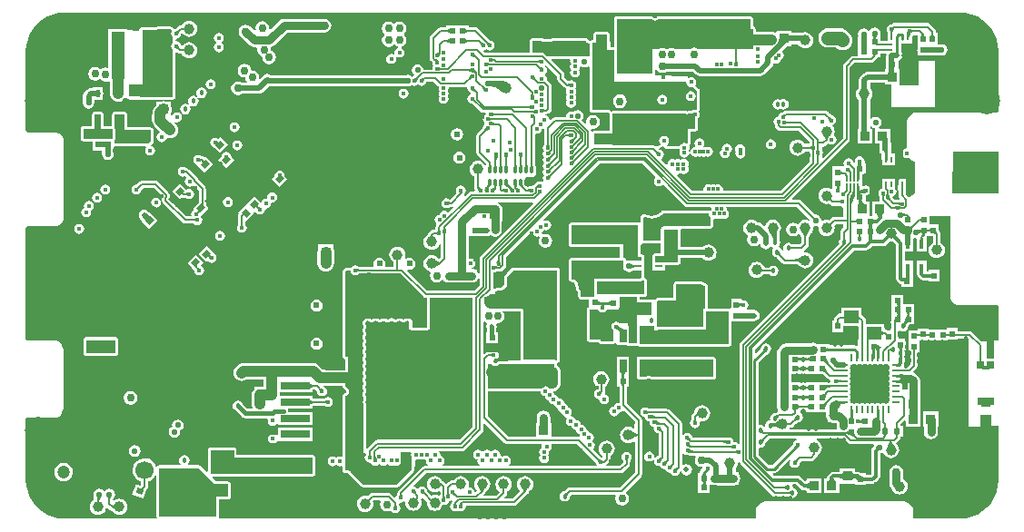
<source format=gbl>
G04 Layer_Physical_Order=6*
G04 Layer_Color=16711680*
%FSLAX25Y25*%
%MOIN*%
G70*
G01*
G75*
%ADD10C,0.00799*%
%ADD11C,0.02000*%
%ADD12C,0.00800*%
%ADD13C,0.00500*%
%ADD14C,0.00600*%
%ADD15C,0.01500*%
%ADD16C,0.01000*%
%ADD17C,0.01200*%
%ADD18C,0.04000*%
%ADD19C,0.03000*%
%ADD20C,0.04724*%
%ADD21R,0.03543X0.03543*%
%ADD22R,0.02362X0.01969*%
%ADD26O,0.11811X0.01378*%
%ADD29O,0.01378X0.07874*%
%ADD37R,0.01969X0.02362*%
%ADD40R,0.07480X0.04331*%
%ADD42C,0.03937*%
G04:AMPARAMS|DCode=45|XSize=19.69mil|YSize=23.62mil|CornerRadius=0mil|HoleSize=0mil|Usage=FLASHONLY|Rotation=45.000|XOffset=0mil|YOffset=0mil|HoleType=Round|Shape=Rectangle|*
%AMROTATEDRECTD45*
4,1,4,0.00139,-0.01531,-0.01531,0.00139,-0.00139,0.01531,0.01531,-0.00139,0.00139,-0.01531,0.0*
%
%ADD45ROTATEDRECTD45*%

%ADD46R,0.03543X0.03543*%
%ADD51R,0.17323X0.05118*%
%ADD52O,0.01200X0.03100*%
%ADD60R,0.05118X0.17323*%
%ADD66R,0.04724X0.03347*%
%ADD68R,0.01378X0.01378*%
%ADD69R,0.00984X0.02165*%
%ADD70R,0.06693X0.03937*%
%ADD83C,0.09843*%
%ADD84C,0.06693*%
G04:AMPARAMS|DCode=86|XSize=236.22mil|YSize=236.22mil|CornerRadius=0mil|HoleSize=0mil|Usage=FLASHONLY|Rotation=0.000|XOffset=0mil|YOffset=0mil|HoleType=Round|Shape=RoundedRectangle|*
%AMROUNDEDRECTD86*
21,1,0.23622,0.23622,0,0,0.0*
21,1,0.23622,0.23622,0,0,0.0*
1,1,0.00000,0.11811,-0.11811*
1,1,0.00000,-0.11811,-0.11811*
1,1,0.00000,-0.11811,0.11811*
1,1,0.00000,0.11811,0.11811*
%
%ADD86ROUNDEDRECTD86*%
%ADD87C,0.01600*%
%ADD88C,0.01800*%
%ADD89C,0.02200*%
%ADD90C,0.03000*%
%ADD91C,0.02400*%
%ADD92C,0.02000*%
%ADD93C,0.01799*%
%ADD94C,0.01969*%
%ADD95C,0.12000*%
%ADD97C,0.05000*%
%ADD102O,0.01378X0.05906*%
%ADD103O,0.05512X0.01378*%
%ADD104O,0.01378X0.06496*%
%ADD105O,0.03150X0.01378*%
%ADD106O,0.01378X0.03150*%
%ADD107O,0.03543X0.01378*%
%ADD108O,0.01378X0.11811*%
%ADD109O,0.05906X0.01378*%
%ADD110R,0.00787X0.02087*%
%ADD111R,0.02500X0.05000*%
%ADD112R,0.05512X0.04724*%
%ADD113R,0.02559X0.00945*%
%ADD114R,0.03150X0.05512*%
G04:AMPARAMS|DCode=115|XSize=19.69mil|YSize=23.62mil|CornerRadius=0mil|HoleSize=0mil|Usage=FLASHONLY|Rotation=70.000|XOffset=0mil|YOffset=0mil|HoleType=Round|Shape=Rectangle|*
%AMROTATEDRECTD115*
4,1,4,0.00773,-0.01329,-0.01447,-0.00521,-0.00773,0.01329,0.01447,0.00521,0.00773,-0.01329,0.0*
%
%ADD115ROTATEDRECTD115*%

G04:AMPARAMS|DCode=116|XSize=19.69mil|YSize=23.62mil|CornerRadius=0mil|HoleSize=0mil|Usage=FLASHONLY|Rotation=315.000|XOffset=0mil|YOffset=0mil|HoleType=Round|Shape=Rectangle|*
%AMROTATEDRECTD116*
4,1,4,-0.01531,-0.00139,0.00139,0.01531,0.01531,0.00139,-0.00139,-0.01531,-0.01531,-0.00139,0.0*
%
%ADD116ROTATEDRECTD116*%

%ADD117R,0.10630X0.02756*%
%ADD118R,0.01575X0.02756*%
%ADD119R,0.03150X0.01575*%
%ADD120R,0.02559X0.03150*%
%ADD121R,0.06299X0.03150*%
%ADD122R,0.01575X0.03543*%
%ADD123R,0.00984X0.01083*%
%ADD124R,0.01083X0.00984*%
%ADD125R,0.03150X0.04331*%
%ADD126R,0.07874X0.04331*%
%ADD127R,0.14173X0.14173*%
%ADD128O,0.00984X0.03150*%
%ADD129O,0.03150X0.00984*%
%ADD130C,0.00570*%
%ADD131R,0.05700X0.04000*%
%ADD132R,0.10700X0.05000*%
%ADD133R,0.05900X0.04700*%
%ADD134R,0.05684X0.07900*%
%ADD135R,0.07400X0.04300*%
%ADD136R,0.08600X0.08600*%
%ADD137R,0.07000X0.04600*%
%ADD138R,0.02300X0.05400*%
%ADD139R,0.02000X0.06200*%
%ADD140R,0.04100X0.06200*%
G36*
X-115746Y88905D02*
Y85225D01*
Y83900D01*
X-133127D01*
Y88780D01*
X-116946D01*
X-116556Y88858D01*
X-116226Y89079D01*
X-116208Y89096D01*
X-115746Y88905D01*
D02*
G37*
G36*
X-147745Y59827D02*
X-148207Y59636D01*
X-148445Y59874D01*
X-160045D01*
Y78174D01*
X-160445Y78574D01*
X-165754D01*
X-165895Y78632D01*
X-166411Y78846D01*
X-167194Y78949D01*
X-172195D01*
X-172354Y79086D01*
X-172443Y83866D01*
X-172335Y83974D01*
X-170345D01*
Y84858D01*
X-170199Y84887D01*
X-169798Y85155D01*
X-168564D01*
X-168564Y85155D01*
X-168017Y85264D01*
X-167554Y85573D01*
X-166468Y86659D01*
X-166468Y86660D01*
X-166159Y87123D01*
X-166159Y87123D01*
X-166159Y87123D01*
X-166050Y87669D01*
X-166050Y87669D01*
Y90269D01*
X-165445Y90874D01*
X-163545Y92774D01*
X-147745D01*
Y59827D01*
D02*
G37*
G36*
X-223540Y92574D02*
X-223440Y92072D01*
X-223043Y91476D01*
X-222447Y91079D01*
X-221745Y90939D01*
X-221043Y91079D01*
X-220447Y91476D01*
X-220432Y91500D01*
X-205173D01*
X-196746Y83073D01*
X-196333Y82797D01*
X-195845Y82700D01*
X-195345D01*
Y75874D01*
Y75374D01*
Y74674D01*
X-195645Y74374D01*
Y74374D01*
X-195645Y74374D01*
X-201104D01*
X-201108Y74392D01*
X-201163Y74476D01*
X-201202Y74568D01*
X-201273Y74639D01*
X-201328Y74723D01*
X-201412Y74779D01*
X-201483Y74850D01*
X-201490Y74854D01*
D01*
X-201635Y74951D01*
X-201694Y74976D01*
X-201745Y75015D01*
X-201745Y75015D01*
X-201781Y75025D01*
X-201811Y75045D01*
X-201811D01*
X-201811Y75045D01*
X-201910Y75065D01*
X-202002Y75103D01*
X-202003D01*
X-202003Y75103D01*
X-202346Y75172D01*
X-202446D01*
X-202545Y75191D01*
X-202545D01*
X-202643Y75172D01*
X-202744D01*
X-203087Y75103D01*
X-203087D01*
X-203180Y75065D01*
X-203279Y75045D01*
X-203362Y74989D01*
X-203455Y74951D01*
X-203607Y74850D01*
X-203607Y74850D01*
D01*
X-203774Y74738D01*
X-203774Y74738D01*
X-203774Y74738D01*
X-203802Y74719D01*
X-203803Y74719D01*
X-203872Y74673D01*
X-203888Y74671D01*
X-203968Y74644D01*
X-203995D01*
X-203995Y74644D01*
X-204095Y74644D01*
X-204095D01*
X-204179Y74700D01*
X-204179Y74700D01*
X-204360Y74821D01*
X-204360Y74821D01*
X-204555Y74951D01*
X-204555Y74951D01*
X-204555Y74951D01*
X-204555Y74951D01*
X-204556Y74952D01*
X-204556Y74952D01*
X-204654Y74992D01*
X-204743Y75050D01*
X-204743Y75050D01*
X-204835Y75067D01*
X-204923Y75103D01*
X-204924Y75103D01*
X-204924Y75104D01*
X-204924D01*
X-205266Y75172D01*
X-205366D01*
X-205465Y75191D01*
X-205465D01*
X-205563Y75172D01*
X-205664D01*
X-206007Y75103D01*
X-206007D01*
X-206100Y75065D01*
X-206199Y75045D01*
X-206282Y74989D01*
X-206375Y74951D01*
X-206527Y74850D01*
X-206527Y74850D01*
D01*
X-206694Y74738D01*
X-206694Y74738D01*
X-206694Y74738D01*
X-206722Y74719D01*
X-206723Y74719D01*
X-206792Y74673D01*
X-206807Y74671D01*
X-206888Y74644D01*
X-206915D01*
X-206915Y74644D01*
X-207015Y74644D01*
X-207015D01*
X-207099Y74700D01*
X-207099Y74700D01*
X-207280Y74821D01*
X-207280Y74821D01*
X-207475Y74951D01*
X-207475Y74951D01*
X-207475Y74951D01*
X-207475Y74951D01*
X-207476Y74952D01*
X-207476Y74952D01*
X-207574Y74992D01*
X-207663Y75050D01*
X-207663Y75050D01*
X-207755Y75067D01*
X-207842Y75103D01*
X-207843Y75103D01*
X-207843Y75104D01*
X-207844D01*
X-208186Y75172D01*
X-208286D01*
X-208385Y75191D01*
X-208385D01*
X-208483Y75172D01*
X-208584D01*
X-208927Y75103D01*
X-208927D01*
X-209020Y75065D01*
X-209119Y75045D01*
X-209202Y74989D01*
X-209295Y74951D01*
X-209447Y74850D01*
X-209447Y74850D01*
D01*
X-209614Y74738D01*
X-209614Y74738D01*
X-209614Y74738D01*
X-209642Y74719D01*
X-209643Y74719D01*
X-209712Y74673D01*
X-209728Y74671D01*
X-209808Y74644D01*
X-209835D01*
X-209835Y74644D01*
X-209935Y74644D01*
X-209935D01*
X-210018Y74700D01*
X-210019Y74700D01*
X-210200Y74821D01*
X-210200Y74821D01*
X-210395Y74951D01*
X-210395Y74951D01*
X-210395Y74951D01*
X-210395Y74951D01*
X-210396Y74952D01*
X-210396Y74952D01*
X-210494Y74992D01*
X-210583Y75050D01*
X-210583Y75050D01*
X-210675Y75067D01*
X-210763Y75103D01*
X-210764Y75103D01*
X-210764Y75104D01*
X-210764D01*
X-211106Y75172D01*
X-211206D01*
X-211305Y75191D01*
X-211305D01*
X-211403Y75172D01*
X-211504D01*
X-211847Y75103D01*
X-211847D01*
X-211940Y75065D01*
X-212039Y75045D01*
X-212122Y74989D01*
X-212215Y74951D01*
X-212367Y74850D01*
X-212367Y74850D01*
D01*
X-212534Y74738D01*
X-212534Y74738D01*
X-212534Y74738D01*
X-212562Y74719D01*
X-212563Y74719D01*
X-212632Y74673D01*
X-212648Y74671D01*
X-212728Y74644D01*
X-212755D01*
X-212755Y74644D01*
X-212855Y74644D01*
X-212855D01*
X-212938Y74700D01*
X-212939Y74700D01*
X-213120Y74821D01*
X-213120Y74821D01*
X-213315Y74951D01*
X-213315Y74951D01*
X-213315Y74951D01*
X-213315Y74951D01*
X-213316Y74952D01*
X-213316Y74952D01*
X-213414Y74992D01*
X-213503Y75050D01*
X-213503Y75050D01*
X-213595Y75067D01*
X-213683Y75103D01*
X-213684Y75103D01*
X-213684Y75104D01*
X-213684D01*
X-214026Y75172D01*
X-214126D01*
X-214225Y75191D01*
X-214225D01*
X-214323Y75172D01*
X-214424D01*
X-214767Y75103D01*
X-214767D01*
X-214860Y75065D01*
X-214959Y75045D01*
X-215042Y74989D01*
X-215135Y74951D01*
X-215286Y74850D01*
X-215287Y74850D01*
D01*
X-215454Y74738D01*
X-215454Y74738D01*
X-215454Y74738D01*
X-215482Y74719D01*
X-215483Y74719D01*
X-215552Y74673D01*
X-215567Y74671D01*
X-215648Y74644D01*
X-215675D01*
X-215675Y74644D01*
X-215775Y74644D01*
X-215775D01*
X-215858Y74700D01*
X-215859Y74700D01*
X-216040Y74821D01*
X-216040Y74821D01*
X-216235Y74951D01*
X-216235Y74951D01*
X-216235Y74951D01*
X-216235Y74951D01*
X-216236Y74952D01*
X-216236Y74952D01*
X-216328Y74990D01*
X-216411Y75045D01*
X-216417Y75047D01*
X-216423Y75050D01*
X-216423Y75050D01*
X-216515Y75067D01*
X-216602Y75103D01*
X-216603Y75104D01*
X-216603D01*
X-216603D01*
X-216946Y75172D01*
X-217344D01*
X-217687Y75103D01*
X-217780Y75065D01*
X-217879Y75045D01*
X-217962Y74989D01*
X-218055Y74951D01*
X-218346Y74756D01*
X-218627Y74475D01*
X-218627Y74475D01*
X-218693Y74377D01*
X-218696Y74374D01*
X-218845D01*
Y74150D01*
X-218846Y74146D01*
X-218902Y74063D01*
X-218908Y74049D01*
X-218927Y73954D01*
X-218959Y73879D01*
X-218959Y73875D01*
X-218966Y73857D01*
X-219042Y73473D01*
X-219042Y73473D01*
Y73473D01*
Y73075D01*
Y73075D01*
X-219042Y73075D01*
X-218968Y72701D01*
X-218954Y72667D01*
X-218951Y72630D01*
X-218884Y72496D01*
X-218883Y72491D01*
X-218878Y72477D01*
X-218875Y72464D01*
X-218868Y72453D01*
X-218845Y72398D01*
Y72398D01*
Y72298D01*
X-218845Y72298D01*
Y71640D01*
Y71640D01*
X-218845Y71640D01*
X-218845Y71540D01*
X-218847Y71534D01*
X-218903Y71450D01*
X-218908Y71438D01*
X-218926Y71347D01*
X-218959Y71271D01*
X-218959Y71265D01*
X-218966Y71247D01*
X-219042Y70863D01*
X-219042Y70863D01*
Y70863D01*
Y70465D01*
Y70465D01*
X-219042Y70465D01*
X-218968Y70091D01*
X-218954Y70057D01*
X-218951Y70020D01*
X-218884Y69886D01*
X-218883Y69881D01*
X-218878Y69867D01*
X-218875Y69854D01*
X-218868Y69843D01*
X-218845Y69788D01*
Y69788D01*
Y69688D01*
X-218845Y69688D01*
Y69030D01*
Y69030D01*
X-218845Y69030D01*
X-218845Y68930D01*
X-218847Y68924D01*
X-218903Y68840D01*
X-218908Y68828D01*
X-218926Y68737D01*
X-218959Y68661D01*
X-218959Y68655D01*
X-218966Y68637D01*
X-219042Y68253D01*
X-219042Y68253D01*
Y68253D01*
Y67855D01*
Y67855D01*
X-219042Y67855D01*
X-218968Y67481D01*
X-218954Y67447D01*
X-218951Y67410D01*
X-218884Y67276D01*
X-218883Y67271D01*
X-218878Y67257D01*
X-218875Y67244D01*
X-218868Y67233D01*
X-218845Y67178D01*
Y67178D01*
Y67078D01*
X-218845Y67078D01*
Y66420D01*
Y66420D01*
X-218845Y66420D01*
X-218845Y66320D01*
X-218847Y66314D01*
X-218903Y66230D01*
X-218908Y66218D01*
X-218926Y66127D01*
X-218959Y66051D01*
X-218959Y66045D01*
X-218966Y66027D01*
X-219042Y65643D01*
X-219042Y65643D01*
Y65643D01*
Y65245D01*
Y65245D01*
X-219042Y65245D01*
X-218968Y64871D01*
X-218954Y64837D01*
X-218951Y64800D01*
X-218884Y64666D01*
X-218883Y64661D01*
X-218878Y64647D01*
X-218875Y64634D01*
X-218868Y64623D01*
X-218845Y64568D01*
Y64568D01*
Y64468D01*
X-218845Y64468D01*
Y63810D01*
Y63810D01*
X-218845Y63810D01*
X-218845Y63710D01*
X-218847Y63704D01*
X-218903Y63620D01*
X-218908Y63608D01*
X-218926Y63517D01*
X-218959Y63441D01*
X-218959Y63435D01*
X-218966Y63417D01*
X-219042Y63033D01*
X-219042Y63033D01*
Y63033D01*
Y62635D01*
Y62635D01*
X-219042Y62635D01*
X-218968Y62261D01*
X-218954Y62227D01*
X-218951Y62190D01*
X-218884Y62056D01*
X-218883Y62051D01*
X-218878Y62037D01*
X-218875Y62024D01*
X-218868Y62013D01*
X-218845Y61958D01*
Y61958D01*
Y61858D01*
X-218845Y61858D01*
Y61200D01*
Y61200D01*
X-218845Y61200D01*
X-218845Y61100D01*
X-218847Y61094D01*
X-218903Y61010D01*
X-218908Y60998D01*
X-218926Y60907D01*
X-218959Y60831D01*
X-218959Y60825D01*
X-218966Y60807D01*
X-219042Y60423D01*
X-219042Y60423D01*
Y60423D01*
Y60025D01*
Y60025D01*
X-219042Y60025D01*
X-218968Y59651D01*
X-218954Y59617D01*
X-218951Y59580D01*
X-218884Y59446D01*
X-218883Y59441D01*
X-218878Y59427D01*
X-218875Y59414D01*
X-218868Y59403D01*
X-218845Y59348D01*
Y59348D01*
Y59248D01*
X-218845Y59248D01*
Y58590D01*
Y58590D01*
X-218845Y58590D01*
X-218845Y58490D01*
X-218847Y58484D01*
X-218903Y58400D01*
X-218908Y58388D01*
X-218926Y58297D01*
X-218959Y58221D01*
X-218959Y58215D01*
X-218966Y58197D01*
X-219042Y57813D01*
X-219042Y57813D01*
Y57813D01*
Y57415D01*
Y57415D01*
X-219042Y57415D01*
X-218968Y57041D01*
X-218954Y57007D01*
X-218951Y56970D01*
X-218884Y56836D01*
X-218883Y56831D01*
X-218878Y56817D01*
X-218875Y56804D01*
X-218868Y56793D01*
X-218845Y56738D01*
Y56738D01*
Y56638D01*
X-218845Y56638D01*
Y55980D01*
Y55980D01*
X-218845Y55980D01*
X-218845Y55880D01*
X-218847Y55874D01*
X-218903Y55790D01*
X-218908Y55778D01*
X-218926Y55687D01*
X-218959Y55611D01*
X-218959Y55605D01*
X-218966Y55587D01*
X-219042Y55203D01*
X-219042Y55203D01*
Y55203D01*
Y54805D01*
Y54805D01*
X-219042Y54805D01*
X-218968Y54431D01*
X-218954Y54397D01*
X-218951Y54360D01*
X-218884Y54226D01*
X-218883Y54221D01*
X-218878Y54207D01*
X-218875Y54194D01*
X-218868Y54183D01*
X-218845Y54128D01*
Y54128D01*
Y54028D01*
X-218845Y54028D01*
Y53370D01*
Y53370D01*
X-218845Y53370D01*
X-218845Y53270D01*
X-218847Y53264D01*
X-218903Y53180D01*
X-218908Y53168D01*
X-218926Y53077D01*
X-218959Y53001D01*
X-218959Y52995D01*
X-218966Y52977D01*
X-219042Y52593D01*
X-219042Y52593D01*
Y52593D01*
Y52195D01*
Y52195D01*
X-219042Y52195D01*
X-218968Y51821D01*
X-218954Y51787D01*
X-218951Y51750D01*
X-218884Y51616D01*
X-218883Y51611D01*
X-218878Y51597D01*
X-218875Y51584D01*
X-218868Y51573D01*
X-218845Y51518D01*
Y51518D01*
Y51418D01*
X-218845Y51418D01*
Y50760D01*
Y50760D01*
X-218845Y50760D01*
X-218845Y50660D01*
X-218847Y50654D01*
X-218903Y50570D01*
X-218908Y50558D01*
X-218926Y50467D01*
X-218959Y50391D01*
X-218959Y50385D01*
X-218966Y50367D01*
X-219042Y49983D01*
X-219042Y49983D01*
Y49983D01*
Y49585D01*
Y49585D01*
X-219042Y49585D01*
X-218968Y49211D01*
X-218954Y49177D01*
X-218951Y49140D01*
X-218884Y49006D01*
X-218883Y49001D01*
X-218878Y48987D01*
X-218875Y48974D01*
X-218868Y48963D01*
X-218845Y48908D01*
Y48908D01*
Y48808D01*
X-218845Y48808D01*
Y48150D01*
Y48150D01*
X-218845Y48150D01*
X-218845Y48050D01*
X-218847Y48044D01*
X-218903Y47960D01*
X-218908Y47948D01*
X-218926Y47857D01*
X-218959Y47781D01*
X-218959Y47775D01*
X-218966Y47757D01*
X-219042Y47373D01*
X-219042Y47373D01*
Y47373D01*
Y46975D01*
Y46975D01*
X-219042Y46975D01*
X-218968Y46601D01*
X-218954Y46567D01*
X-218951Y46530D01*
X-218884Y46396D01*
X-218883Y46391D01*
X-218878Y46377D01*
X-218875Y46364D01*
X-218868Y46353D01*
X-218845Y46298D01*
Y46298D01*
Y46198D01*
X-218845Y46198D01*
Y45114D01*
X-218933Y44673D01*
Y44673D01*
Y44275D01*
Y44275D01*
X-218845Y43834D01*
Y43734D01*
Y43734D01*
Y27579D01*
Y26128D01*
D01*
D01*
Y26128D01*
X-218845D01*
X-218845Y26128D01*
X-218845Y25874D01*
X-218745Y25774D01*
X-218504Y25775D01*
X-218490Y25776D01*
X-218490Y25775D01*
Y25776D01*
X-218227Y25777D01*
X-217872Y25424D01*
Y24986D01*
X-218140Y24585D01*
X-218280Y23883D01*
X-218140Y23180D01*
X-217743Y22585D01*
X-217147Y22187D01*
X-216445Y22047D01*
X-216090Y22118D01*
X-215699Y21533D01*
X-215104Y21135D01*
X-214402Y20995D01*
X-213699Y21135D01*
X-213104Y21533D01*
X-213083Y21564D01*
X-212583D01*
X-212562Y21533D01*
X-211967Y21135D01*
X-211265Y20995D01*
X-210562Y21135D01*
X-209967Y21533D01*
X-209843D01*
X-209247Y21135D01*
X-208545Y20995D01*
X-207842Y21135D01*
X-207395Y21434D01*
X-206947Y21135D01*
X-206245Y20995D01*
X-205542Y21135D01*
X-204947Y21533D01*
X-204549Y22128D01*
X-204410Y22831D01*
X-204549Y23533D01*
X-204947Y24128D01*
D01*
X-204961Y24199D01*
X-204894Y24299D01*
X-204894Y24299D01*
Y25852D01*
X-201465Y25871D01*
X-201146Y25486D01*
X-201237Y25031D01*
X-201097Y24328D01*
X-200945Y24101D01*
Y20454D01*
Y19649D01*
X-200963Y19557D01*
X-201016Y19478D01*
X-206449Y14045D01*
X-206527Y13993D01*
X-206620Y13974D01*
X-218403D01*
X-218408Y13977D01*
X-218430Y13987D01*
X-218431Y13987D01*
X-218431Y13987D01*
X-218569Y14044D01*
X-218574Y14045D01*
X-223279Y18750D01*
X-223363Y18805D01*
X-223434Y18877D01*
X-223517Y18932D01*
D01*
X-223517Y18932D01*
X-223528Y18939D01*
X-223621Y18978D01*
X-223693Y19027D01*
X-223693D01*
X-223704Y19034D01*
X-223886Y19109D01*
X-223985Y19129D01*
X-224078Y19167D01*
X-224090Y19170D01*
X-224091D01*
X-224189Y19189D01*
X-224289Y19189D01*
X-224289Y19189D01*
X-224289D01*
X-224388Y19209D01*
X-224488Y19209D01*
X-224488Y19209D01*
X-225244D01*
D01*
X-225257Y19217D01*
X-225313Y19241D01*
X-225337Y19297D01*
X-225345Y19309D01*
X-225345Y19309D01*
Y46606D01*
X-225199Y46635D01*
X-224604Y47033D01*
X-224206Y47628D01*
X-224066Y48331D01*
X-224206Y49033D01*
X-224604Y49628D01*
X-225199Y50026D01*
X-225345Y50055D01*
Y54708D01*
X-224393D01*
Y61039D01*
X-225244D01*
D01*
X-225257Y61047D01*
X-225313Y61071D01*
X-225337Y61127D01*
X-225345Y61139D01*
X-225345Y61139D01*
Y61240D01*
Y70074D01*
Y92120D01*
X-225334Y92177D01*
X-225334Y92177D01*
X-225326Y92213D01*
X-225274Y92291D01*
X-225062Y92503D01*
X-225022Y92530D01*
X-225022Y92530D01*
X-225022Y92530D01*
X-224975Y92561D01*
X-224945Y92574D01*
X-224892D01*
X-224891Y92574D01*
X-223540D01*
D01*
D02*
G37*
G36*
X-166285Y77690D02*
X-166285D01*
X-166145Y77632D01*
X-166145D01*
X-166145Y77632D01*
X-165910Y77585D01*
X-165754Y77554D01*
X-165754D01*
X-165754D01*
X-161065D01*
Y59874D01*
X-161377Y59494D01*
X-165670D01*
X-165768Y59474D01*
X-165868D01*
X-165961Y59436D01*
X-166060Y59416D01*
X-166143Y59360D01*
X-166236Y59322D01*
X-166396Y59215D01*
X-166605Y59173D01*
X-169042D01*
X-169140Y59154D01*
X-169241D01*
X-169334Y59115D01*
X-169432Y59096D01*
X-169516Y59040D01*
X-169608Y59001D01*
X-169994Y58744D01*
X-170298Y58684D01*
X-170603Y58744D01*
X-170861Y58916D01*
X-170943Y59040D01*
X-171014Y59111D01*
X-171070Y59195D01*
X-171154Y59251D01*
X-171225Y59322D01*
X-171037Y59774D01*
X-170902Y59747D01*
X-170199Y59887D01*
X-169604Y60285D01*
X-169206Y60880D01*
X-169066Y61583D01*
X-169206Y62285D01*
X-169604Y62880D01*
X-170199Y63278D01*
X-170902Y63418D01*
X-171604Y63278D01*
X-172106Y62943D01*
X-172109Y62945D01*
Y62944D01*
X-172196Y62908D01*
X-172902D01*
X-173409Y62807D01*
X-173839Y62520D01*
X-174256Y62103D01*
X-174717Y62295D01*
Y73722D01*
X-174276Y73958D01*
X-173620Y73519D01*
X-173593Y73514D01*
X-173402Y73052D01*
X-173554Y72824D01*
X-173702Y72083D01*
X-173554Y71341D01*
X-173549Y71333D01*
Y70067D01*
X-173714D01*
Y66098D01*
X-169352D01*
Y70067D01*
X-169980D01*
Y71333D01*
X-169975Y71341D01*
X-169827Y72083D01*
X-169975Y72824D01*
X-170117Y73037D01*
X-169839Y73453D01*
X-169445Y73374D01*
X-168469Y73568D01*
X-167642Y74121D01*
X-167090Y74948D01*
X-166896Y75923D01*
X-167090Y76899D01*
X-167642Y77726D01*
X-167620Y77801D01*
X-166551D01*
X-166285Y77690D01*
D02*
G37*
G36*
X-118347Y82800D02*
Y76200D01*
Y72833D01*
X-118387Y72773D01*
X-118465Y72383D01*
Y65900D01*
X-121292D01*
Y72210D01*
X-121646D01*
Y73200D01*
X-124465D01*
X-124604Y73408D01*
X-125199Y73806D01*
X-125902Y73945D01*
X-126604Y73806D01*
X-127199Y73408D01*
X-127597Y72813D01*
X-127737Y72110D01*
X-127597Y71408D01*
X-127199Y70812D01*
X-126946Y70644D01*
Y66800D01*
X-131617D01*
Y67423D01*
X-135586D01*
D01*
X-135586D01*
X-135846Y67684D01*
Y72700D01*
Y78200D01*
X-132610D01*
X-132344Y77802D01*
X-131749Y77404D01*
X-131046Y77265D01*
X-130344Y77404D01*
X-129749Y77802D01*
X-129483Y78200D01*
X-124946D01*
Y78816D01*
X-124734D01*
Y82784D01*
D01*
Y82784D01*
X-124638Y82880D01*
X-118427D01*
X-118347Y82800D01*
D02*
G37*
G36*
X-123263Y96283D02*
X-123247Y96200D01*
Y95136D01*
X-123325Y95019D01*
X-123488Y94200D01*
X-123325Y93381D01*
X-123247Y93264D01*
Y93200D01*
X-123346Y93100D01*
X-123296Y93050D01*
X-123247Y93000D01*
D01*
X-123247Y93000D01*
X-123247D01*
Y93000D01*
Y93000D01*
X-123246Y93000D01*
Y93000D01*
D01*
Y93000D01*
D01*
X-123070D01*
X-122861Y92686D01*
X-122166Y92222D01*
X-121346Y92059D01*
X-120527Y92222D01*
X-119832Y92686D01*
X-119805Y92728D01*
X-116821D01*
Y90820D01*
Y90728D01*
Y90444D01*
X-116766D01*
X-116766Y90442D01*
Y90442D01*
X-116746Y90344D01*
X-116746Y90243D01*
X-116746Y90243D01*
Y90000D01*
Y90000D01*
X-116876Y89871D01*
X-116954Y89819D01*
X-117047Y89800D01*
X-134146D01*
Y88780D01*
Y83900D01*
Y83200D01*
X-134247Y83100D01*
X-134346Y83000D01*
X-138646D01*
X-138661Y83004D01*
X-138709Y83009D01*
X-138744Y83044D01*
X-138757Y83052D01*
X-138951Y83289D01*
X-138974Y83332D01*
X-139005Y83370D01*
Y83418D01*
X-139014Y83467D01*
Y84250D01*
X-139034Y84348D01*
Y84449D01*
X-139152Y85041D01*
Y85041D01*
X-139215Y85193D01*
X-139304Y85408D01*
X-139304Y85409D01*
X-139594Y85843D01*
X-139636Y85885D01*
X-139636Y85885D01*
X-139665Y85914D01*
X-139721Y85997D01*
X-139763Y86039D01*
X-139846Y86095D01*
X-139847Y86095D01*
X-139847Y86095D01*
Y86900D01*
X-139847D01*
X-140016Y87106D01*
X-139957Y87399D01*
X-140105Y88140D01*
X-140525Y88769D01*
X-141153Y89189D01*
X-141894Y89336D01*
X-141960Y89323D01*
X-142347Y89641D01*
Y96200D01*
X-142347Y96200D01*
D01*
X-142259Y96292D01*
X-142246Y96300D01*
X-142246Y96300D01*
X-123347D01*
X-123263Y96283D01*
D02*
G37*
G36*
X-3498Y83465D02*
X-3498D01*
X-3379Y82559D01*
X-3030Y81715D01*
X-2474Y80991D01*
X-1749Y80435D01*
X-905Y80085D01*
X0Y79966D01*
Y79967D01*
X13748D01*
X13780Y79960D01*
X13780Y79960D01*
X14100Y79842D01*
X14222Y79546D01*
X14219Y79528D01*
Y66899D01*
X12870D01*
X12770Y66999D01*
Y60449D01*
X9970D01*
Y66799D01*
X7907D01*
X4681Y70026D01*
X4256Y70310D01*
X3754Y70409D01*
X-810D01*
Y71512D01*
X-4779D01*
Y71083D01*
X-11510D01*
Y71412D01*
X-15479D01*
Y70749D01*
X-18779D01*
Y66387D01*
Y62450D01*
X-18105D01*
Y58247D01*
X-18989Y57362D01*
X-20267D01*
X-20503Y57803D01*
X-20417Y57931D01*
X-20301Y58517D01*
X-20317Y58600D01*
Y59023D01*
X-20134Y59297D01*
X-19995Y59999D01*
X-20134Y60702D01*
X-20317Y60975D01*
Y61224D01*
X-20134Y61497D01*
X-19995Y62199D01*
X-20134Y62902D01*
X-20317Y63175D01*
Y63250D01*
X-19862D01*
Y67613D01*
X-22419D01*
Y70469D01*
X-21978Y70705D01*
X-21536Y70410D01*
X-20795Y70262D01*
X-20053Y70410D01*
X-19425Y70829D01*
X-19005Y71458D01*
X-18857Y72199D01*
X-18853D01*
Y72199D01*
D01*
X-18853Y72199D01*
X-18821Y72275D01*
D01*
D01*
X-18821Y72275D01*
X-18821Y72275D01*
X-18822Y72275D01*
X-18812Y72301D01*
X-18812Y72301D01*
X-18790Y72330D01*
X-18304Y72815D01*
X-16645D01*
Y76215D01*
Y80184D01*
X-20582D01*
Y83483D01*
X-21616D01*
X-21669Y83519D01*
X-22215Y83627D01*
X-22761Y83519D01*
X-22814Y83483D01*
X-24944D01*
Y79515D01*
Y76215D01*
Y74774D01*
X-24961Y74689D01*
X-24944Y74604D01*
Y74581D01*
X-24983Y74488D01*
X-25085Y74335D01*
X-25165Y74215D01*
X-25274Y73668D01*
X-25274Y73668D01*
Y70512D01*
X-26257D01*
X-26384Y70640D01*
X-26848Y70950D01*
X-27394Y71058D01*
D01*
D01*
Y71058D01*
Y71058D01*
D01*
X-27394Y71065D01*
X-27394D01*
X-27394Y71065D01*
X-27394Y71065D01*
D01*
X-27394Y71065D01*
D01*
D01*
D01*
D01*
D01*
X-27395Y71065D01*
D01*
X-27739Y72782D01*
Y73056D01*
X-34427D01*
Y74335D01*
X-34427Y74335D01*
X-34536Y74882D01*
X-34845Y75345D01*
X-34845Y75345D01*
X-35892Y76392D01*
X-36006Y76468D01*
Y78961D01*
X-43518D01*
Y76810D01*
X-44151D01*
X-44151Y76810D01*
X-44697Y76701D01*
X-45160Y76392D01*
X-45161Y76392D01*
X-45804Y75749D01*
X-46113Y75286D01*
X-46222Y74739D01*
D01*
D01*
D01*
X-46222Y74739D01*
D01*
X-46512Y74449D01*
X-46779D01*
Y70087D01*
X-42810D01*
Y72237D01*
X-37282D01*
Y65134D01*
X-37723Y64898D01*
X-38044Y65113D01*
X-38630Y65229D01*
X-47741D01*
Y65601D01*
X-52329D01*
X-52884Y65972D01*
X-53859Y66166D01*
X-54835Y65972D01*
X-54935Y65905D01*
X-63591D01*
X-64566Y65711D01*
X-65393Y65158D01*
X-66218Y64333D01*
X-66771Y63506D01*
X-66965Y62531D01*
Y60131D01*
X-66965Y60131D01*
X-66965D01*
Y56631D01*
Y49631D01*
Y46131D01*
X-66965Y46131D01*
X-66965D01*
Y42631D01*
X-66771Y41656D01*
X-66597Y41396D01*
Y40815D01*
X-67054Y40725D01*
X-67484Y40437D01*
X-67548Y40373D01*
X-67571Y40373D01*
Y40373D01*
X-67609Y40358D01*
X-67646Y40342D01*
Y40337D01*
X-68388Y40190D01*
X-69016Y39770D01*
X-69436Y39141D01*
X-69584Y38400D01*
X-69517Y38064D01*
X-69795Y37648D01*
X-70088Y37590D01*
X-70716Y37170D01*
X-71136Y36541D01*
X-71284Y35800D01*
X-71231Y35536D01*
X-71693Y35345D01*
X-71777Y35470D01*
X-72405Y35890D01*
X-73146Y36037D01*
X-73331Y36001D01*
X-73717Y36318D01*
Y58867D01*
X-70789Y61794D01*
X-70789Y61794D01*
X-70789Y61794D01*
X-70515Y62068D01*
X-70305Y62110D01*
X-69677Y62530D01*
X-69257Y63159D01*
X-69109Y63900D01*
X-69257Y64641D01*
X-69677Y65270D01*
X-70305Y65690D01*
X-71047Y65837D01*
X-71788Y65690D01*
X-72416Y65270D01*
X-72836Y64641D01*
X-72968Y63979D01*
X-72973Y63978D01*
X-72973Y63978D01*
X-73002Y63908D01*
X-74653Y62256D01*
X-75115Y62448D01*
Y63544D01*
X-38591Y100069D01*
X-34347D01*
X-33722Y100193D01*
X-33193Y100547D01*
X-33193Y100547D01*
X-33193Y100547D01*
X-32102Y101637D01*
X-28032D01*
X-27407Y101761D01*
X-26878Y102115D01*
X-26878Y102115D01*
X-26878Y102115D01*
X-25707Y103286D01*
X-25100Y103206D01*
X-24493Y103286D01*
X-23331Y102124D01*
Y89600D01*
X-23207Y88976D01*
X-22853Y88446D01*
X-22554Y88147D01*
X-22024Y87793D01*
X-21550Y87698D01*
Y86616D01*
X-17187D01*
Y90584D01*
X-17225D01*
Y90699D01*
X-17225D01*
Y96242D01*
X-20069D01*
Y99558D01*
X-17225D01*
Y101404D01*
X-17129Y101549D01*
X-16973Y102329D01*
Y104418D01*
X-16587Y104736D01*
X-15950Y104609D01*
X-15682Y104389D01*
Y99558D01*
X-12107D01*
Y104890D01*
X-11975Y105087D01*
X-11963Y105150D01*
X-9725D01*
Y102864D01*
X-9897Y102793D01*
X-10517Y102317D01*
X-10993Y101697D01*
X-11292Y100975D01*
X-11394Y100200D01*
X-11292Y99425D01*
X-10993Y98703D01*
X-10517Y98083D01*
X-9897Y97607D01*
X-9175Y97308D01*
X-8400Y97206D01*
X-7625Y97308D01*
X-6903Y97607D01*
X-6283Y98083D01*
X-5807Y98703D01*
X-5508Y99425D01*
X-5406Y100200D01*
X-5508Y100975D01*
X-5807Y101697D01*
X-6283Y102317D01*
X-6903Y102793D01*
X-7074Y102864D01*
Y106131D01*
X-7175Y106639D01*
X-7463Y107069D01*
X-7463Y107069D01*
X-7463Y107069D01*
X-7463Y107069D01*
D01*
X-7463Y107069D01*
X-7446Y107085D01*
X-7450Y107088D01*
X-7450D01*
X-7486Y107112D01*
Y107112D01*
X-7486D01*
X-7486Y107112D01*
D01*
X-7546Y107152D01*
X-7568Y107174D01*
X-7585Y107216D01*
X-7585Y107216D01*
D01*
D01*
Y107216D01*
D01*
X-7606Y107267D01*
Y107267D01*
D01*
D01*
X-7616Y107277D01*
Y109513D01*
X-11216D01*
Y112604D01*
X-3498D01*
Y83465D01*
D02*
G37*
G36*
X-91990Y113097D02*
X-91592Y112502D01*
X-91395Y112369D01*
Y109231D01*
X-91672Y109013D01*
X-107183D01*
Y108824D01*
X-108546D01*
X-108937Y108747D01*
X-109267Y108526D01*
X-109488Y108195D01*
X-109566Y107805D01*
Y103638D01*
X-109646Y103572D01*
X-115946D01*
X-116047Y103592D01*
Y112048D01*
X-116042Y112073D01*
Y112141D01*
X-115613Y112398D01*
X-115553Y112366D01*
X-115529Y112358D01*
X-115358Y112267D01*
X-115358D01*
X-115269Y112220D01*
X-114153Y111881D01*
X-113630Y111829D01*
X-113092Y111776D01*
X-113092D01*
X-112992Y111767D01*
X-112892Y111776D01*
X-112892D01*
X-112354Y111829D01*
X-111831Y111881D01*
X-110715Y112220D01*
X-110627Y112267D01*
X-110627D01*
X-109775Y112722D01*
X-109775Y112722D01*
X-109687Y112769D01*
X-109609Y112833D01*
X-109609Y112833D01*
X-108863Y113446D01*
X-108862Y113446D01*
X-108785Y113509D01*
X-108671Y113648D01*
X-108658Y113656D01*
X-108624Y113691D01*
X-108576Y113696D01*
X-108561Y113700D01*
X-92110D01*
X-91990Y113097D01*
D02*
G37*
G36*
X14219Y120929D02*
X-2237D01*
X-2590Y121284D01*
X-2508Y136472D01*
X14219D01*
Y120929D01*
D02*
G37*
G36*
X-103547Y107805D02*
X-103547Y107805D01*
X-103446Y107763D01*
Y95800D01*
X-111547D01*
X-111646Y95898D01*
Y97947D01*
X-108546D01*
Y99118D01*
Y107805D01*
X-103547D01*
X-103547Y107805D01*
D02*
G37*
G36*
X-117947Y97600D02*
X-116821D01*
Y96300D01*
X-121140D01*
X-121346Y96341D01*
X-121553Y96300D01*
X-122227D01*
X-122304Y96690D01*
X-122526Y97021D01*
X-122856Y97242D01*
X-123247Y97320D01*
X-123547D01*
Y102200D01*
X-142246D01*
X-142246Y102200D01*
X-142246Y102200D01*
X-142347Y102241D01*
Y104700D01*
Y109400D01*
X-117947D01*
Y97600D01*
D02*
G37*
G36*
X-156453Y117269D02*
X-175696Y98026D01*
X-175972Y97612D01*
X-176069Y97124D01*
Y91922D01*
X-176548Y91777D01*
X-176917Y92330D01*
Y92980D01*
X-177666D01*
X-177926Y93154D01*
X-178902Y93348D01*
Y93595D01*
X-178699Y93635D01*
X-178104Y94033D01*
X-177706Y94628D01*
X-177566Y95331D01*
X-177706Y96033D01*
X-178104Y96628D01*
X-178699Y97026D01*
X-179402Y97166D01*
X-179729Y97101D01*
X-180116Y97418D01*
Y105161D01*
X-179629D01*
Y105161D01*
X-175661D01*
Y105303D01*
X-173461D01*
X-173402Y105291D01*
X-172621Y105447D01*
X-172145Y105765D01*
X-171477Y105319D01*
X-170502Y105125D01*
X-169526Y105319D01*
X-168699Y105872D01*
X-168147Y106699D01*
X-167953Y107674D01*
Y110559D01*
X-167880D01*
Y116102D01*
X-168116D01*
X-168117Y116110D01*
X-168147Y116258D01*
X-168699Y117085D01*
X-169449Y117586D01*
Y117586D01*
X-169449D01*
X-169526Y117638D01*
Y117638D01*
X-169517Y117731D01*
X-156644D01*
X-156453Y117269D01*
D02*
G37*
G36*
X-59891Y30327D02*
X-60049Y30296D01*
X-60644Y29898D01*
X-61042Y29302D01*
X-61100Y29009D01*
X-68781Y21329D01*
X-70012D01*
X-73717Y25034D01*
Y27302D01*
X-73331Y27619D01*
X-73046Y27563D01*
X-72305Y27710D01*
X-71677Y28130D01*
X-71257Y28759D01*
X-71109Y29500D01*
X-71105D01*
X-71073Y29575D01*
D01*
D01*
X-71073Y29575D01*
X-71073Y29575D01*
X-71085Y29587D01*
X-71085Y29587D01*
X-69847Y30825D01*
X-59940D01*
X-59891Y30327D01*
D02*
G37*
G36*
X-153737Y48331D02*
X-153597Y47628D01*
X-153199Y47033D01*
X-152604Y46635D01*
X-152181Y46551D01*
X-152097Y46128D01*
X-151699Y45533D01*
X-151104Y45135D01*
X-150681Y45051D01*
X-150597Y44628D01*
X-150199Y44033D01*
X-149604Y43635D01*
X-148902Y43495D01*
X-148902Y43495D01*
X-148902Y43495D01*
X-148635Y43317D01*
X-148597Y43128D01*
X-148199Y42533D01*
X-147604Y42135D01*
X-147363Y42087D01*
X-147240Y41472D01*
X-146843Y40876D01*
X-146247Y40479D01*
X-145953Y40420D01*
X-145846Y39880D01*
X-145448Y39284D01*
X-144852Y38887D01*
X-144298Y38776D01*
X-144107Y38314D01*
X-144260Y38085D01*
X-144400Y37383D01*
X-144260Y36680D01*
X-143862Y36085D01*
X-143267Y35687D01*
X-142565Y35547D01*
X-142565Y35547D01*
X-142565Y35547D01*
X-142528Y35523D01*
X-142460Y35180D01*
X-142062Y34585D01*
X-141467Y34187D01*
X-140765Y34047D01*
X-140765Y34047D01*
X-140765Y34047D01*
X-140636Y33961D01*
X-140560Y33580D01*
X-140162Y32985D01*
X-139567Y32587D01*
X-139373Y32549D01*
X-139260Y31980D01*
X-139260Y31980D01*
X-139260Y31980D01*
X-139258Y31930D01*
X-139637Y31604D01*
X-139746Y31626D01*
X-149843D01*
Y36654D01*
X-150066D01*
Y38733D01*
X-150260Y39708D01*
X-150812Y40535D01*
X-151639Y41088D01*
X-152615Y41282D01*
X-153590Y41088D01*
X-154417Y40535D01*
X-154970Y39708D01*
X-155164Y38733D01*
Y36654D01*
X-155386D01*
Y31626D01*
X-165497D01*
X-172939Y39067D01*
Y48354D01*
X-153756D01*
X-153737Y48331D01*
D02*
G37*
G36*
X-56551Y40646D02*
X-48995D01*
Y39268D01*
X-48801Y38293D01*
X-48431Y37738D01*
Y37087D01*
X-47682D01*
X-47422Y36913D01*
X-46446Y36720D01*
X-45428D01*
X-45301Y36635D01*
X-45180Y36514D01*
Y35599D01*
X-45013Y34761D01*
X-45330Y34374D01*
X-62062D01*
X-62340Y34790D01*
X-62297Y34895D01*
X-62026D01*
X-61519Y34996D01*
X-61089Y35283D01*
X-59534Y36838D01*
X-59534Y36838D01*
X-59522Y36827D01*
X-59522Y36827D01*
X-59522Y36827D01*
D01*
X-59522Y36827D01*
X-59446Y36858D01*
Y36863D01*
X-58705Y37010D01*
X-58077Y37430D01*
X-57657Y38059D01*
X-57509Y38800D01*
X-57657Y39541D01*
X-58077Y40170D01*
X-58705Y40590D01*
X-58705Y40590D01*
X-58705D01*
Y40590D01*
X-58700Y40647D01*
X-58297D01*
Y41306D01*
X-56551D01*
Y40646D01*
D02*
G37*
G36*
X-274102Y15131D02*
X-272702Y13731D01*
Y10131D01*
Y2431D01*
X-272802Y2331D01*
X-293502D01*
X-293602Y2431D01*
Y20131D01*
X-279102D01*
X-274102Y15131D01*
D02*
G37*
G36*
X-237347Y22000D02*
Y18100D01*
X-271947D01*
Y24000D01*
X-237347D01*
Y22000D01*
D02*
G37*
G36*
X-166984Y29363D02*
D01*
X-166984D01*
X-166984Y29363D01*
X-166984Y29363D01*
X-166984D01*
D01*
X-166984D01*
X-166984Y29363D01*
Y29363D01*
X-166984Y29363D01*
Y29363D01*
X-166554Y29075D01*
X-166047Y28975D01*
X-153546D01*
X-153229Y28588D01*
X-153337Y28046D01*
X-153240Y27561D01*
X-153699Y27254D01*
X-154097Y26659D01*
X-154237Y25957D01*
X-154097Y25254D01*
X-153856Y24894D01*
X-154097Y24533D01*
X-154237Y23831D01*
X-154097Y23128D01*
X-153699Y22533D01*
X-153104Y22135D01*
X-152402Y21995D01*
X-151699Y22135D01*
X-151104Y22533D01*
X-150706Y23128D01*
X-150566Y23831D01*
X-150706Y24533D01*
X-150947Y24894D01*
X-150706Y25254D01*
X-150566Y25957D01*
X-150663Y26441D01*
X-150204Y26748D01*
X-149806Y27343D01*
X-149666Y28046D01*
X-149806Y28748D01*
X-149685Y28975D01*
X-140296D01*
X-133599Y22278D01*
X-133563Y22191D01*
X-133563Y22191D01*
X-133560Y22190D01*
X-133442Y21598D01*
X-133221Y21266D01*
X-133456Y20825D01*
X-165302D01*
X-165447Y21304D01*
X-165104Y21533D01*
X-164706Y22128D01*
X-164566Y22831D01*
X-164706Y23533D01*
X-165104Y24128D01*
X-165699Y24526D01*
X-166402Y24666D01*
X-167104Y24526D01*
X-167583Y24206D01*
X-168062Y24526D01*
X-168608Y24635D01*
X-168529Y25031D01*
X-168669Y25733D01*
X-169067Y26328D01*
X-169662Y26726D01*
X-170365Y26866D01*
X-171067Y26726D01*
X-171662Y26328D01*
X-171665Y26325D01*
X-172165D01*
X-172167Y26328D01*
X-172762Y26726D01*
X-173465Y26866D01*
X-174167Y26726D01*
X-174762Y26328D01*
X-174815Y26250D01*
X-175315D01*
X-175367Y26328D01*
X-175962Y26726D01*
X-176665Y26866D01*
X-177367Y26726D01*
X-177962Y26328D01*
X-178360Y25733D01*
X-178500Y25031D01*
X-178360Y24328D01*
X-177962Y23733D01*
X-177367Y23335D01*
X-176821Y23227D01*
X-176900Y22831D01*
X-176760Y22128D01*
X-176362Y21533D01*
X-176020Y21304D01*
X-176165Y20825D01*
X-189664D01*
X-189810Y21304D01*
X-189467Y21533D01*
X-189069Y22128D01*
X-188929Y22831D01*
X-189069Y23533D01*
X-189467Y24128D01*
X-190062Y24526D01*
X-190608Y24635D01*
X-190529Y25031D01*
X-190669Y25733D01*
X-191067Y26328D01*
X-191059Y26353D01*
X-182550D01*
X-182550Y26353D01*
X-182003Y26462D01*
X-181540Y26771D01*
X-175136Y33176D01*
X-175136Y33176D01*
X-174826Y33639D01*
X-174717Y34186D01*
Y36443D01*
X-174256Y36634D01*
X-166984Y29363D01*
D02*
G37*
G36*
X-178772Y82680D02*
X-178772Y82680D01*
Y35274D01*
X-183536Y30510D01*
X-213650D01*
X-214196Y30401D01*
X-214381Y30277D01*
X-214659Y30092D01*
X-214659Y30092D01*
X-217363Y27388D01*
X-217825Y27579D01*
Y43734D01*
Y43734D01*
Y43834D01*
X-217845Y43933D01*
Y44033D01*
X-217913Y44376D01*
Y44572D01*
X-217845Y44915D01*
Y45015D01*
X-217825Y45114D01*
Y46198D01*
X-217825Y46198D01*
Y46298D01*
Y46298D01*
X-217845Y46398D01*
Y46398D01*
X-217845Y46398D01*
X-217845Y46398D01*
X-217861Y46479D01*
X-217868Y46511D01*
Y46552D01*
X-217883Y46590D01*
X-217903Y46689D01*
X-217926Y46743D01*
X-217933Y46754D01*
X-217935Y46767D01*
X-217941Y46781D01*
X-217961Y46811D01*
X-217972Y46852D01*
X-217983Y46872D01*
X-218023Y47076D01*
Y47273D01*
X-217966Y47558D01*
X-217961Y47570D01*
X-217905Y47654D01*
X-217903Y47660D01*
X-217903D01*
D01*
X-217903Y47660D01*
Y47660D01*
D01*
X-217903D01*
Y47660D01*
D01*
X-217903Y47660D01*
X-217903Y47660D01*
X-217847Y47845D01*
D01*
X-217847Y47845D01*
X-217847Y47845D01*
X-217847Y47939D01*
X-217845Y47949D01*
X-217845Y47950D01*
X-217845Y47950D01*
Y47951D01*
X-217825Y48050D01*
Y48050D01*
X-217825D01*
X-217825Y48150D01*
X-217825Y48150D01*
Y48808D01*
X-217825Y48808D01*
Y48908D01*
Y48908D01*
X-217845Y49008D01*
Y49008D01*
X-217845Y49008D01*
X-217845Y49008D01*
X-217861Y49089D01*
X-217868Y49121D01*
Y49162D01*
X-217883Y49200D01*
X-217903Y49299D01*
X-217926Y49353D01*
X-217933Y49364D01*
X-217935Y49377D01*
X-217941Y49391D01*
X-217961Y49421D01*
X-217972Y49462D01*
X-217983Y49482D01*
X-218023Y49685D01*
Y49883D01*
X-217966Y50168D01*
X-217961Y50180D01*
X-217905Y50264D01*
X-217903Y50270D01*
X-217903D01*
D01*
X-217903Y50270D01*
Y50270D01*
D01*
X-217903D01*
Y50270D01*
D01*
X-217903Y50270D01*
X-217903Y50270D01*
X-217847Y50455D01*
D01*
X-217847Y50455D01*
X-217847Y50455D01*
X-217847Y50549D01*
X-217845Y50559D01*
X-217845Y50560D01*
X-217845Y50560D01*
Y50560D01*
X-217825Y50660D01*
Y50660D01*
X-217825D01*
X-217825Y50760D01*
X-217825Y50760D01*
Y51418D01*
X-217825Y51418D01*
Y51518D01*
Y51518D01*
X-217845Y51618D01*
Y51618D01*
X-217845Y51618D01*
X-217845Y51618D01*
X-217861Y51699D01*
X-217868Y51731D01*
Y51772D01*
X-217883Y51810D01*
X-217903Y51908D01*
X-217926Y51963D01*
X-217933Y51974D01*
X-217935Y51987D01*
X-217941Y52001D01*
X-217961Y52031D01*
X-217972Y52072D01*
X-217983Y52092D01*
X-218023Y52296D01*
Y52492D01*
X-217966Y52778D01*
X-217961Y52790D01*
X-217905Y52874D01*
X-217903Y52880D01*
X-217903D01*
D01*
X-217903Y52880D01*
Y52880D01*
D01*
X-217903D01*
Y52880D01*
D01*
X-217903Y52880D01*
X-217903Y52880D01*
X-217847Y53065D01*
D01*
X-217847Y53065D01*
X-217847Y53065D01*
X-217847Y53159D01*
X-217845Y53169D01*
X-217845Y53170D01*
X-217845Y53170D01*
Y53171D01*
X-217825Y53270D01*
Y53270D01*
X-217825D01*
X-217825Y53370D01*
X-217825Y53370D01*
Y54028D01*
X-217825Y54028D01*
Y54128D01*
Y54128D01*
X-217845Y54228D01*
Y54228D01*
X-217845Y54228D01*
X-217845Y54228D01*
X-217861Y54309D01*
X-217868Y54341D01*
Y54382D01*
X-217883Y54420D01*
X-217903Y54518D01*
X-217926Y54573D01*
X-217933Y54584D01*
X-217935Y54597D01*
X-217941Y54611D01*
X-217961Y54641D01*
X-217972Y54682D01*
X-217983Y54702D01*
X-218023Y54905D01*
Y55102D01*
X-217966Y55388D01*
X-217961Y55400D01*
X-217905Y55484D01*
X-217903Y55490D01*
X-217903D01*
D01*
X-217903Y55490D01*
Y55490D01*
D01*
X-217903D01*
Y55490D01*
D01*
X-217903Y55490D01*
X-217903Y55490D01*
X-217847Y55675D01*
D01*
X-217847Y55675D01*
X-217847Y55675D01*
X-217847Y55769D01*
X-217845Y55779D01*
X-217845Y55780D01*
X-217845Y55780D01*
Y55781D01*
X-217825Y55880D01*
Y55880D01*
X-217825D01*
X-217825Y55980D01*
X-217825Y55980D01*
Y56638D01*
X-217825Y56638D01*
Y56738D01*
Y56738D01*
X-217845Y56838D01*
Y56838D01*
X-217845Y56838D01*
X-217845Y56838D01*
X-217861Y56919D01*
X-217868Y56951D01*
Y56992D01*
X-217883Y57030D01*
X-217903Y57128D01*
X-217926Y57183D01*
X-217933Y57194D01*
X-217935Y57207D01*
X-217941Y57221D01*
X-217961Y57251D01*
X-217972Y57292D01*
X-217983Y57312D01*
X-218023Y57516D01*
Y57713D01*
X-217966Y57998D01*
X-217961Y58010D01*
X-217905Y58094D01*
X-217903Y58100D01*
X-217903D01*
D01*
X-217903Y58100D01*
Y58100D01*
D01*
X-217903D01*
Y58100D01*
D01*
X-217903Y58100D01*
X-217903Y58100D01*
X-217847Y58285D01*
D01*
X-217847Y58285D01*
X-217847Y58285D01*
X-217847Y58379D01*
X-217845Y58389D01*
X-217845Y58390D01*
X-217845Y58390D01*
Y58390D01*
X-217825Y58490D01*
Y58490D01*
X-217825D01*
X-217825Y58590D01*
X-217825Y58590D01*
Y59248D01*
X-217825Y59248D01*
Y59348D01*
Y59348D01*
X-217845Y59448D01*
Y59448D01*
X-217845Y59448D01*
X-217845Y59448D01*
X-217861Y59529D01*
X-217868Y59561D01*
Y59602D01*
X-217883Y59640D01*
X-217903Y59738D01*
X-217926Y59793D01*
X-217933Y59804D01*
X-217935Y59817D01*
X-217941Y59831D01*
X-217961Y59861D01*
X-217972Y59902D01*
X-217983Y59922D01*
X-218023Y60125D01*
Y60322D01*
X-217966Y60608D01*
X-217961Y60620D01*
X-217905Y60704D01*
X-217903Y60710D01*
X-217903D01*
D01*
X-217903Y60710D01*
Y60710D01*
D01*
X-217903D01*
Y60710D01*
D01*
X-217903Y60710D01*
X-217903Y60710D01*
X-217847Y60895D01*
D01*
X-217847Y60895D01*
X-217847Y60895D01*
X-217847Y60989D01*
X-217845Y60999D01*
X-217845Y61000D01*
X-217845Y61000D01*
Y61001D01*
X-217825Y61100D01*
Y61100D01*
X-217825D01*
X-217825Y61200D01*
X-217825Y61200D01*
Y61858D01*
X-217825Y61858D01*
Y61958D01*
Y61958D01*
X-217845Y62058D01*
Y62058D01*
X-217845Y62058D01*
X-217845Y62058D01*
X-217861Y62139D01*
X-217868Y62171D01*
Y62212D01*
X-217883Y62250D01*
X-217903Y62349D01*
X-217926Y62403D01*
X-217933Y62414D01*
X-217935Y62427D01*
X-217941Y62441D01*
X-217961Y62471D01*
X-217972Y62512D01*
X-217983Y62532D01*
X-218023Y62735D01*
Y62932D01*
X-217966Y63218D01*
X-217961Y63230D01*
X-217905Y63314D01*
X-217903Y63320D01*
X-217903D01*
D01*
X-217903Y63320D01*
Y63320D01*
D01*
X-217903D01*
Y63320D01*
D01*
X-217903Y63320D01*
X-217903Y63320D01*
X-217847Y63505D01*
D01*
X-217847Y63505D01*
X-217847Y63505D01*
X-217847Y63599D01*
X-217845Y63609D01*
X-217845Y63610D01*
X-217845Y63610D01*
Y63611D01*
X-217825Y63710D01*
Y63710D01*
X-217825D01*
X-217825Y63810D01*
X-217825Y63810D01*
Y64468D01*
X-217825Y64468D01*
Y64568D01*
Y64568D01*
X-217845Y64668D01*
Y64668D01*
X-217845Y64668D01*
X-217845Y64668D01*
X-217861Y64749D01*
X-217868Y64781D01*
Y64822D01*
X-217883Y64860D01*
X-217903Y64959D01*
X-217926Y65013D01*
X-217933Y65024D01*
X-217935Y65037D01*
X-217941Y65051D01*
X-217961Y65081D01*
X-217972Y65122D01*
X-217983Y65142D01*
X-218023Y65346D01*
Y65543D01*
X-217966Y65828D01*
X-217961Y65840D01*
X-217905Y65924D01*
X-217903Y65930D01*
X-217903D01*
D01*
X-217903Y65930D01*
Y65930D01*
D01*
X-217903D01*
Y65930D01*
D01*
X-217903Y65930D01*
X-217903Y65930D01*
X-217847Y66115D01*
D01*
X-217847Y66115D01*
X-217847Y66115D01*
X-217847Y66209D01*
X-217845Y66219D01*
X-217845Y66220D01*
X-217845Y66220D01*
Y66220D01*
X-217825Y66320D01*
Y66320D01*
X-217825D01*
X-217825Y66420D01*
X-217825Y66420D01*
Y67078D01*
X-217825Y67078D01*
Y67178D01*
Y67178D01*
X-217845Y67278D01*
Y67278D01*
X-217845Y67278D01*
X-217845Y67278D01*
X-217861Y67359D01*
X-217868Y67391D01*
Y67432D01*
X-217883Y67470D01*
X-217903Y67568D01*
X-217926Y67623D01*
X-217933Y67634D01*
X-217935Y67647D01*
X-217941Y67661D01*
X-217961Y67691D01*
X-217972Y67732D01*
X-217983Y67752D01*
X-218023Y67955D01*
Y68152D01*
X-217966Y68438D01*
X-217961Y68450D01*
X-217905Y68534D01*
X-217903Y68540D01*
X-217903D01*
D01*
X-217903Y68540D01*
Y68540D01*
D01*
X-217903D01*
Y68540D01*
D01*
X-217903Y68540D01*
X-217903Y68540D01*
X-217847Y68725D01*
D01*
X-217847Y68725D01*
X-217847Y68725D01*
X-217847Y68819D01*
X-217845Y68829D01*
X-217845Y68830D01*
X-217845Y68830D01*
Y68831D01*
X-217825Y68930D01*
Y68930D01*
X-217825D01*
X-217825Y69030D01*
X-217825Y69030D01*
Y69688D01*
X-217825Y69688D01*
Y69788D01*
Y69788D01*
X-217845Y69888D01*
Y69888D01*
X-217845Y69888D01*
X-217845Y69888D01*
X-217861Y69969D01*
X-217868Y70001D01*
Y70042D01*
X-217883Y70080D01*
X-217903Y70178D01*
X-217926Y70233D01*
X-217933Y70244D01*
X-217935Y70257D01*
X-217941Y70271D01*
X-217961Y70301D01*
X-217972Y70342D01*
X-217983Y70362D01*
X-218023Y70565D01*
Y70762D01*
X-217966Y71048D01*
X-217961Y71060D01*
X-217905Y71144D01*
X-217903Y71150D01*
X-217903D01*
D01*
X-217903Y71150D01*
Y71150D01*
D01*
X-217903D01*
Y71150D01*
D01*
X-217903Y71150D01*
X-217903Y71150D01*
X-217847Y71335D01*
D01*
X-217847Y71335D01*
X-217847Y71335D01*
X-217847Y71429D01*
X-217845Y71439D01*
X-217845Y71440D01*
X-217845Y71440D01*
Y71441D01*
X-217825Y71540D01*
Y71540D01*
X-217825D01*
X-217825Y71640D01*
X-217825Y71640D01*
Y72298D01*
X-217825Y72298D01*
Y72398D01*
Y72398D01*
X-217845Y72498D01*
Y72498D01*
X-217845Y72498D01*
X-217845Y72498D01*
X-217861Y72579D01*
X-217868Y72611D01*
Y72652D01*
X-217883Y72690D01*
X-217903Y72789D01*
X-217926Y72843D01*
X-217933Y72854D01*
X-217935Y72867D01*
X-217941Y72881D01*
X-217961Y72911D01*
X-217972Y72952D01*
X-217983Y72972D01*
X-218023Y73176D01*
Y73373D01*
X-217966Y73658D01*
D01*
X-217961Y73672D01*
X-217912Y73743D01*
X-217845Y73811D01*
X-217835Y73825D01*
X-217696Y73965D01*
X-217572Y74048D01*
X-217572Y74048D01*
X-217488Y74103D01*
X-217243Y74152D01*
X-217046D01*
X-216802Y74104D01*
X-216802D01*
X-216802Y74103D01*
X-216801Y74103D01*
X-216801Y74103D01*
X-216801Y74103D01*
X-216801Y74103D01*
X-216606Y73973D01*
X-216606Y73973D01*
X-216425Y73852D01*
X-216425Y73852D01*
X-216342Y73796D01*
X-216249Y73758D01*
X-216165Y73702D01*
X-216165Y73702D01*
X-216165Y73702D01*
X-216067Y73682D01*
X-215974Y73644D01*
X-215874Y73644D01*
X-215775Y73624D01*
X-215775D01*
X-215775Y73624D01*
X-215775Y73624D01*
X-215675Y73624D01*
X-215675Y73624D01*
X-215648D01*
X-215550Y73644D01*
X-215477Y73644D01*
X-215439Y73659D01*
X-215423Y73661D01*
X-215408Y73666D01*
X-215355Y73673D01*
X-215351Y73673D01*
X-215350Y73674D01*
X-215324Y73677D01*
X-215244Y73704D01*
X-215171Y73746D01*
X-215046Y73787D01*
X-215018Y73812D01*
X-214984Y73826D01*
X-214916Y73871D01*
X-214915Y73872D01*
X-214888Y73890D01*
X-214888Y73890D01*
X-214720Y74002D01*
X-214720Y74002D01*
X-214720Y74002D01*
X-214652Y74048D01*
X-214652D01*
X-214584Y74093D01*
X-214568Y74103D01*
X-214568D01*
X-214323Y74152D01*
X-214323D01*
X-214248Y74167D01*
X-214225Y74172D01*
X-214225D01*
X-213887Y74104D01*
X-213882Y74102D01*
X-213803Y74050D01*
X-213798Y74048D01*
X-213686Y73973D01*
X-213686Y73973D01*
X-213505Y73852D01*
X-213505Y73852D01*
X-213422Y73796D01*
X-213329Y73758D01*
X-213245Y73702D01*
X-213245Y73702D01*
X-213245Y73702D01*
X-213147Y73682D01*
X-213054Y73644D01*
X-212954Y73644D01*
X-212855Y73624D01*
X-212855D01*
X-212855Y73624D01*
X-212855Y73624D01*
X-212755Y73624D01*
X-212755Y73624D01*
X-212728D01*
X-212630Y73644D01*
X-212557Y73644D01*
X-212519Y73659D01*
X-212503Y73661D01*
X-212488Y73666D01*
X-212435Y73673D01*
X-212431Y73673D01*
X-212430Y73674D01*
X-212404Y73677D01*
X-212324Y73704D01*
X-212251Y73746D01*
X-212126Y73787D01*
X-212098Y73812D01*
X-212064Y73826D01*
X-211997Y73871D01*
X-211995Y73872D01*
X-211968Y73890D01*
X-211968Y73890D01*
X-211800Y74002D01*
X-211800Y74002D01*
X-211800Y74002D01*
X-211732Y74048D01*
X-211732D01*
X-211664Y74093D01*
X-211648Y74103D01*
X-211648D01*
X-211403Y74152D01*
X-211403D01*
X-211328Y74167D01*
X-211305Y74172D01*
X-211305D01*
X-210967Y74104D01*
X-210962Y74102D01*
X-210883Y74050D01*
X-210878Y74048D01*
X-210766Y73973D01*
X-210766Y73973D01*
X-210585Y73852D01*
X-210585Y73852D01*
X-210502Y73796D01*
X-210409Y73758D01*
X-210325Y73702D01*
X-210325Y73702D01*
X-210325Y73702D01*
X-210227Y73682D01*
X-210134Y73644D01*
X-210034Y73644D01*
X-209935Y73624D01*
X-209935D01*
X-209935Y73624D01*
X-209935Y73624D01*
X-209835Y73624D01*
X-209835Y73624D01*
X-209808D01*
X-209710Y73644D01*
X-209637Y73644D01*
X-209599Y73659D01*
X-209583Y73661D01*
X-209568Y73666D01*
X-209515Y73673D01*
X-209511Y73673D01*
X-209510Y73674D01*
X-209485Y73677D01*
X-209404Y73704D01*
X-209331Y73746D01*
X-209206Y73787D01*
X-209178Y73812D01*
X-209144Y73826D01*
X-209076Y73871D01*
X-209075Y73872D01*
X-209048Y73890D01*
X-209048Y73890D01*
X-208880Y74002D01*
X-208880Y74002D01*
X-208880Y74002D01*
X-208812Y74048D01*
X-208812D01*
X-208744Y74093D01*
X-208728Y74103D01*
X-208728D01*
X-208483Y74152D01*
X-208483D01*
X-208408Y74167D01*
X-208385Y74172D01*
X-208385D01*
X-208047Y74104D01*
X-208042Y74102D01*
X-207963Y74050D01*
X-207958Y74048D01*
X-207846Y73973D01*
X-207846Y73973D01*
X-207665Y73852D01*
X-207665Y73852D01*
X-207582Y73796D01*
X-207489Y73758D01*
X-207405Y73702D01*
X-207405Y73702D01*
X-207405Y73702D01*
X-207307Y73682D01*
X-207214Y73644D01*
X-207114Y73644D01*
X-207015Y73624D01*
X-207015D01*
X-207015Y73624D01*
X-207015Y73624D01*
X-206915Y73624D01*
X-206915Y73624D01*
X-206888D01*
X-206790Y73644D01*
X-206717Y73644D01*
X-206679Y73659D01*
X-206663Y73661D01*
X-206648Y73666D01*
X-206595Y73673D01*
X-206591Y73673D01*
X-206590Y73674D01*
X-206564Y73677D01*
X-206484Y73704D01*
X-206411Y73746D01*
X-206286Y73787D01*
X-206258Y73812D01*
X-206224Y73826D01*
X-206157Y73871D01*
X-206155Y73872D01*
X-206128Y73890D01*
X-206128Y73890D01*
X-205960Y74002D01*
X-205960Y74002D01*
X-205960Y74002D01*
X-205892Y74048D01*
X-205892D01*
X-205824Y74093D01*
X-205808Y74103D01*
X-205808D01*
X-205563Y74152D01*
X-205563D01*
X-205488Y74167D01*
X-205465Y74172D01*
X-205465D01*
X-205127Y74104D01*
X-205122Y74102D01*
X-205043Y74050D01*
X-205038Y74048D01*
X-204926Y73973D01*
X-204926Y73973D01*
X-204745Y73852D01*
X-204745Y73852D01*
X-204662Y73796D01*
X-204569Y73758D01*
X-204485Y73702D01*
X-204485Y73702D01*
X-204485Y73702D01*
X-204387Y73682D01*
X-204294Y73644D01*
X-204194Y73644D01*
X-204095Y73624D01*
X-204095D01*
X-204095Y73624D01*
X-204095Y73624D01*
X-203995Y73624D01*
X-203995Y73624D01*
X-203968D01*
X-203870Y73644D01*
X-203797Y73644D01*
X-203759Y73659D01*
X-203743Y73661D01*
X-203728Y73666D01*
X-203675Y73673D01*
X-203671Y73673D01*
X-203670Y73674D01*
X-203644Y73677D01*
X-203564Y73704D01*
X-203491Y73746D01*
X-203366Y73787D01*
X-203338Y73812D01*
X-203304Y73826D01*
X-203237Y73871D01*
X-203235Y73872D01*
X-203208Y73890D01*
X-203208Y73890D01*
X-203040Y74002D01*
X-203040Y74002D01*
X-203040Y74002D01*
X-202972Y74048D01*
X-202972D01*
X-202904Y74093D01*
X-202888Y74103D01*
X-202888D01*
X-202643Y74152D01*
X-202643D01*
X-202568Y74167D01*
X-202545Y74172D01*
X-202545D01*
X-202201Y74103D01*
X-202201D01*
X-202201Y74103D01*
X-202201D01*
X-202133Y74058D01*
X-202133Y74058D01*
X-202049Y74002D01*
D01*
Y71799D01*
X-201972Y71409D01*
X-201751Y71078D01*
X-201420Y70857D01*
X-201030Y70780D01*
X-195330D01*
X-194940Y70857D01*
X-194609Y71078D01*
X-194388Y71409D01*
X-194310Y71799D01*
Y75799D01*
X-194325Y75874D01*
Y82700D01*
X-178789D01*
X-178772Y82680D01*
D02*
G37*
G36*
X-84645Y76883D02*
Y65783D01*
X-117445D01*
Y72383D01*
X-111964D01*
Y71883D01*
Y70802D01*
X-111945Y70783D01*
X-110745D01*
Y70863D01*
X-94452D01*
X-94266Y70900D01*
X-94245Y70883D01*
Y70883D01*
X-93045D01*
Y73083D01*
Y77640D01*
X-92832Y77783D01*
X-84645D01*
Y76883D01*
D02*
G37*
G36*
X-94559Y87469D02*
X-93864Y87005D01*
X-93445Y86921D01*
Y84483D01*
Y78802D01*
Y78599D01*
X-93480Y78576D01*
X-94098D01*
Y72245D01*
X-94098D01*
Y72171D01*
X-94366Y71915D01*
X-94366D01*
Y71915D01*
D01*
D01*
X-94366D01*
X-94414Y71900D01*
X-94465D01*
X-94552Y71883D01*
X-110945D01*
Y81382D01*
X-110928Y81466D01*
X-110845Y81483D01*
X-102045D01*
Y86783D01*
Y87482D01*
X-102028Y87569D01*
Y87583D01*
X-94635D01*
X-94559Y87469D01*
D02*
G37*
G36*
X-57446Y54663D02*
X-56705Y54810D01*
D01*
Y54810D01*
X-56551Y54646D01*
Y54646D01*
X-50378D01*
X-50369Y54637D01*
X-50369Y54637D01*
X-50275Y54598D01*
X-49888Y54211D01*
X-49869Y54186D01*
X-49866Y54189D01*
X-48823Y53146D01*
X-48393Y52859D01*
X-47886Y52758D01*
X-47645D01*
X-47328Y52372D01*
X-47382Y52100D01*
X-47334Y51858D01*
X-47651Y51472D01*
X-48252D01*
Y51615D01*
X-56551D01*
Y51615D01*
X-56705Y51390D01*
X-57446Y51537D01*
X-58188Y51390D01*
X-58297Y51615D01*
Y51615D01*
X-61867D01*
Y54647D01*
X-58297D01*
Y54647D01*
X-58188Y54810D01*
Y54810D01*
D01*
X-57446Y54663D01*
D02*
G37*
G36*
X-148745Y50174D02*
X-148407Y49836D01*
X-148598Y49374D01*
X-150434D01*
X-150604Y49628D01*
X-151199Y50026D01*
X-151902Y50166D01*
X-152604Y50026D01*
X-153199Y49628D01*
X-153369Y49374D01*
X-172939D01*
Y58474D01*
X-171791D01*
X-171596Y58181D01*
X-171000Y57784D01*
X-170298Y57644D01*
X-169596Y57784D01*
X-169042Y58154D01*
X-166505D01*
X-165998Y58255D01*
X-165670Y58474D01*
X-148745D01*
Y50174D01*
D02*
G37*
G36*
X-28563Y58190D02*
X-27980Y58074D01*
X-27398Y58190D01*
X-26996Y58458D01*
X-26594Y58190D01*
X-26012Y58074D01*
X-25958Y58021D01*
X-25843Y57438D01*
X-25574Y57036D01*
X-25843Y56634D01*
X-25958Y56052D01*
X-25843Y55470D01*
X-25574Y55068D01*
X-25843Y54666D01*
X-25958Y54084D01*
X-25843Y53501D01*
X-25574Y53099D01*
X-25843Y52697D01*
X-25958Y52115D01*
X-25843Y51533D01*
X-25574Y51131D01*
X-25843Y50729D01*
X-25958Y50146D01*
X-25843Y49564D01*
X-25574Y49162D01*
X-25843Y48760D01*
X-25958Y48178D01*
X-25843Y47596D01*
X-25574Y47194D01*
X-25843Y46792D01*
X-25958Y46209D01*
X-25843Y45627D01*
X-25574Y45225D01*
X-25843Y44823D01*
X-25958Y44241D01*
X-26012Y44188D01*
X-26594Y44072D01*
X-26996Y43803D01*
X-27398Y44072D01*
X-27980Y44188D01*
X-28563Y44072D01*
X-28965Y43803D01*
X-29367Y44072D01*
X-29949Y44188D01*
X-30531Y44072D01*
X-30933Y43803D01*
X-31335Y44072D01*
X-31917Y44188D01*
X-32500Y44072D01*
X-32902Y43803D01*
X-33304Y44072D01*
X-33886Y44188D01*
X-34468Y44072D01*
X-34870Y43803D01*
X-35272Y44072D01*
X-35854Y44188D01*
X-36437Y44072D01*
X-36839Y43803D01*
X-37241Y44072D01*
X-37823Y44188D01*
X-38405Y44072D01*
X-38807Y43803D01*
X-39209Y44072D01*
X-39791Y44188D01*
X-39845Y44241D01*
X-39961Y44823D01*
X-40229Y45225D01*
X-39961Y45627D01*
X-39845Y46209D01*
X-39961Y46792D01*
X-40229Y47194D01*
X-39961Y47596D01*
X-39845Y48178D01*
X-39961Y48760D01*
X-40229Y49162D01*
X-39961Y49564D01*
X-39845Y50146D01*
X-39961Y50729D01*
X-40229Y51131D01*
X-39961Y51533D01*
X-39845Y52115D01*
X-39961Y52697D01*
X-40229Y53099D01*
X-39961Y53501D01*
X-39845Y54084D01*
X-39961Y54666D01*
X-40229Y55068D01*
X-39961Y55470D01*
X-39845Y56052D01*
X-39961Y56634D01*
X-40229Y57036D01*
X-39961Y57438D01*
X-39845Y58021D01*
X-39791Y58074D01*
X-39209Y58190D01*
X-38807Y58458D01*
X-38405Y58190D01*
X-37823Y58074D01*
X-37241Y58190D01*
X-36839Y58458D01*
X-36437Y58190D01*
X-35854Y58074D01*
X-35272Y58190D01*
X-34870Y58458D01*
X-34468Y58190D01*
X-33886Y58074D01*
X-33304Y58190D01*
X-32902Y58458D01*
X-32500Y58190D01*
X-31917Y58074D01*
X-31335Y58190D01*
X-30933Y58458D01*
X-30531Y58190D01*
X-29949Y58074D01*
X-29367Y58190D01*
X-28965Y58458D01*
X-28563Y58190D01*
D02*
G37*
G36*
X-97245Y150155D02*
X-97045Y148798D01*
Y144885D01*
X-97062Y144802D01*
X-97145Y144785D01*
X-99445D01*
X-99536Y144885D01*
D01*
X-99536Y144885D01*
X-99545Y144895D01*
X-99546Y144894D01*
Y144894D01*
X-99608Y144825D01*
X-99645Y144785D01*
X-99645Y144785D01*
X-99645Y144603D01*
X-99645Y144602D01*
X-99645D01*
Y144602D01*
D01*
Y143765D01*
Y139730D01*
X-99655Y139681D01*
Y139635D01*
X-100095Y139400D01*
X-100199Y139470D01*
X-100902Y139609D01*
X-101604Y139470D01*
X-102199Y139072D01*
X-102597Y138476D01*
X-102650Y138210D01*
X-107307D01*
X-107452Y138688D01*
X-107132Y138901D01*
X-106734Y139497D01*
X-106595Y140199D01*
X-106734Y140902D01*
X-107132Y141497D01*
X-107728Y141895D01*
X-108430Y142034D01*
X-109132Y141895D01*
X-109728Y141497D01*
X-110126Y140902D01*
X-110265Y140199D01*
X-110126Y139497D01*
X-109728Y138901D01*
Y138901D01*
X-110132Y138795D01*
D01*
X-110132D01*
X-110132Y138795D01*
X-110728Y138397D01*
X-110853Y138210D01*
X-111554D01*
X-111645Y138301D01*
X-112059Y138577D01*
X-112547Y138674D01*
X-127445D01*
Y150135D01*
X-127345Y150155D01*
X-100338D01*
X-100302Y150150D01*
X-100235Y150122D01*
X-100124Y150100D01*
X-100124D01*
X-100124D01*
X-100124Y150100D01*
X-99938Y150100D01*
X-99726Y150100D01*
X-99726Y150100D01*
X-99726D01*
X-99593Y150155D01*
X-97245D01*
D01*
D02*
G37*
G36*
X-126866Y165000D02*
X-126847Y164901D01*
Y161900D01*
X-108869D01*
X-108846Y161895D01*
X-108824Y161900D01*
X-100294D01*
X-100237Y161831D01*
X-100097Y161128D01*
X-99699Y160533D01*
X-99104Y160135D01*
X-98402Y159995D01*
X-97768Y160122D01*
X-97678Y160032D01*
X-96389Y158742D01*
X-96318Y158671D01*
X-96317Y158671D01*
X-96316Y158665D01*
X-96281Y158580D01*
X-96281Y158579D01*
X-96281Y158579D01*
X-96250Y158504D01*
X-96246Y158500D01*
X-96246Y158500D01*
X-96246Y158399D01*
X-96246Y158399D01*
Y152040D01*
X-96633Y151723D01*
X-97194Y151834D01*
X-97897Y151695D01*
X-98492Y151297D01*
X-98574Y151174D01*
X-99593D01*
X-99593Y151174D01*
X-99593Y151174D01*
X-99804Y151132D01*
X-99870Y151119D01*
X-99938Y151119D01*
X-99938Y151119D01*
X-99938Y151119D01*
X-100023D01*
X-100036Y151122D01*
X-100052D01*
X-100157Y151159D01*
X-100194Y151164D01*
X-100259Y151161D01*
X-100302Y151169D01*
X-100307Y151168D01*
X-100338Y151174D01*
X-127345D01*
X-127443Y151155D01*
X-127543Y151155D01*
X-127644Y151135D01*
X-127737Y151096D01*
X-127835Y151077D01*
X-127837Y151076D01*
X-127864Y151094D01*
X-127889Y151124D01*
X-127927Y151156D01*
X-127943Y151175D01*
X-127954Y151184D01*
X-127961Y151196D01*
X-127964Y151199D01*
X-127973Y151213D01*
X-127974Y151213D01*
X-128009Y151236D01*
X-128023Y151258D01*
X-128050Y151285D01*
X-128055Y151288D01*
X-128063Y151298D01*
X-128112Y151326D01*
X-128119Y151331D01*
X-128126Y151338D01*
X-128127Y151339D01*
X-128127Y151339D01*
X-128165Y151376D01*
X-128165Y151377D01*
X-128165Y151377D01*
X-128165Y151377D01*
X-128165Y151377D01*
X-128177Y151384D01*
X-128212Y151399D01*
X-128291Y151464D01*
X-128299Y151468D01*
X-128305Y151470D01*
X-128307Y151471D01*
X-128347Y151483D01*
X-128381Y151506D01*
X-128384Y151507D01*
X-128390Y151511D01*
X-128398Y151514D01*
X-128491Y151533D01*
X-128519Y151548D01*
X-128519Y151548D01*
X-128525Y151549D01*
X-128531Y151552D01*
X-128545Y151556D01*
X-128607Y151562D01*
X-128688Y151587D01*
X-128727Y151591D01*
X-128764Y151587D01*
X-128788Y151592D01*
X-128794Y151591D01*
X-128841Y151600D01*
X-134675D01*
X-134680Y151601D01*
X-134687Y151603D01*
X-134700Y151607D01*
X-134700Y151607D01*
X-134701Y151607D01*
X-134745Y151612D01*
X-134783Y151627D01*
X-134785Y151628D01*
X-134802Y151641D01*
X-134802Y151641D01*
X-134802Y151641D01*
X-134803Y151641D01*
X-134823Y151666D01*
X-134835Y151695D01*
Y151696D01*
X-134846Y151752D01*
Y151844D01*
Y167434D01*
Y173500D01*
D01*
X-126866D01*
Y165000D01*
D02*
G37*
G36*
X-152369Y144531D02*
Y139027D01*
X-152392D01*
X-152401Y139006D01*
X-152392Y138997D01*
X-152790Y138401D01*
X-152930Y137699D01*
X-152790Y136997D01*
X-152518Y136589D01*
X-152790Y136181D01*
X-152930Y135479D01*
X-152790Y134777D01*
X-152518Y134369D01*
X-152790Y133961D01*
X-152930Y133259D01*
X-152790Y132557D01*
X-152518Y132149D01*
X-152790Y131741D01*
X-152930Y131039D01*
X-152790Y130337D01*
X-152518Y129929D01*
X-152790Y129522D01*
X-152930Y128819D01*
X-152790Y128117D01*
X-152518Y127709D01*
X-152790Y127302D01*
X-152930Y126599D01*
X-152790Y125897D01*
X-152632Y125660D01*
X-152985Y125306D01*
X-153243Y125478D01*
X-153945Y125618D01*
X-154647Y125478D01*
X-155085Y125186D01*
X-155194Y125141D01*
X-155391Y125101D01*
X-155854Y124792D01*
X-156554Y124092D01*
X-156709Y123861D01*
X-156726Y123835D01*
X-157145Y123918D01*
X-157847Y123778D01*
X-158443Y123380D01*
X-158451Y123389D01*
X-158473Y123380D01*
X-158524Y123380D01*
X-159279Y124135D01*
X-159274Y124146D01*
X-159274Y124146D01*
X-159293Y124193D01*
X-159298Y124194D01*
Y126046D01*
X-159413Y126629D01*
X-159272Y126770D01*
X-158979Y126966D01*
X-158961Y126963D01*
X-158337Y127087D01*
X-157976Y127327D01*
X-157616Y127087D01*
X-156992Y126963D01*
X-156368Y127087D01*
X-155838Y127440D01*
X-155485Y127970D01*
X-155360Y128594D01*
Y130494D01*
X-155485Y131118D01*
X-155691Y131426D01*
X-155717Y131491D01*
Y142670D01*
X-155331Y142987D01*
X-155035Y142929D01*
X-154332Y143068D01*
X-153737Y143466D01*
X-153339Y144062D01*
X-153243Y144543D01*
X-152968Y144673D01*
X-152943Y144678D01*
X-152907Y144702D01*
X-152791Y144757D01*
X-152369Y144531D01*
D02*
G37*
G36*
X-137105Y176897D02*
X-137056Y176891D01*
X-137037Y176845D01*
X-137032Y176837D01*
X-137015Y176790D01*
X-136966Y176624D01*
X-136949Y176603D01*
X-136940Y176578D01*
X-136824Y176450D01*
X-136715Y176315D01*
X-136691Y176303D01*
X-136673Y176283D01*
X-136517Y176209D01*
X-136365Y176126D01*
X-136338Y176123D01*
X-136314Y176112D01*
X-135849Y175994D01*
Y173583D01*
X-135866Y173500D01*
Y171400D01*
X-137440D01*
X-137646Y171441D01*
X-137853Y171400D01*
X-140670D01*
X-141095Y171484D01*
X-141519Y171400D01*
X-151318D01*
X-152230Y172312D01*
X-152643Y172588D01*
X-153131Y172685D01*
X-156846D01*
Y176719D01*
X-156834Y176771D01*
X-156833Y176788D01*
X-156831Y176793D01*
X-156828Y176798D01*
X-156816Y176810D01*
X-156814Y176814D01*
X-156758Y176851D01*
X-156745Y176864D01*
X-156733Y176883D01*
X-156730Y176884D01*
X-156724Y176886D01*
X-156708D01*
X-156636Y176900D01*
X-153331D01*
X-153329Y176900D01*
X-153329D01*
X-153279Y176890D01*
X-153233Y176880D01*
X-153233D01*
X-153231Y176880D01*
X-153231D01*
Y176787D01*
X-149262D01*
Y176880D01*
X-149164Y176900D01*
X-149164Y176900D01*
X-149162Y176900D01*
X-137117D01*
X-137105Y176897D01*
D02*
G37*
G36*
X-76673Y181309D02*
X-75846D01*
Y181000D01*
Y174183D01*
X-76047Y174100D01*
Y174100D01*
X-76047Y174100D01*
X-95921D01*
X-96426Y174438D01*
X-97402Y174632D01*
X-98377Y174438D01*
X-98882Y174100D01*
X-104576D01*
X-104769Y174229D01*
X-105745Y174423D01*
X-106720Y174229D01*
X-106913Y174100D01*
X-107776D01*
X-107969Y174229D01*
X-108945Y174423D01*
X-109920Y174229D01*
X-110113Y174100D01*
X-112646D01*
Y165000D01*
X-125847D01*
Y184900D01*
X-113158D01*
X-113143Y184876D01*
X-112547Y184478D01*
X-111845Y184339D01*
X-111143Y184478D01*
X-110547Y184876D01*
X-110531Y184900D01*
X-76673D01*
Y181309D01*
D02*
G37*
G36*
X2228Y187295D02*
X4401Y186773D01*
X6466Y185918D01*
X8371Y184750D01*
X10071Y183299D01*
X11522Y181599D01*
X12690Y179694D01*
X13545Y177629D01*
X14067Y175456D01*
X14235Y173312D01*
X14219Y173228D01*
Y151181D01*
X14223Y151158D01*
X14100Y150861D01*
X13802Y150738D01*
X13780Y150742D01*
D01*
X-15748D01*
Y150742D01*
X-16654Y150623D01*
X-17497Y150274D01*
X-18222Y149718D01*
X-18778Y148993D01*
X-19127Y148150D01*
X-19247Y147244D01*
X-19246D01*
Y137744D01*
X-19500Y137535D01*
X-20202Y137396D01*
X-20798Y136998D01*
X-21196Y136402D01*
X-21335Y135700D01*
X-21196Y134998D01*
X-20798Y134402D01*
X-20202Y134004D01*
X-19500Y133865D01*
X-18798Y134004D01*
X-18643Y134108D01*
X-18222Y133559D01*
X-17497Y133003D01*
X-16654Y132654D01*
X-16500Y132634D01*
Y120830D01*
X-16649Y120811D01*
X-17493Y120461D01*
X-18219Y119904D01*
X-18297Y119803D01*
X-18796Y119770D01*
X-19822Y120796D01*
Y122091D01*
X-19655D01*
Y126257D01*
X-22639D01*
Y122091D01*
X-22473D01*
Y120247D01*
X-22372Y119740D01*
X-22084Y119310D01*
X-22084Y119310D01*
X-22084Y119310D01*
X-21982Y119207D01*
X-22031Y118710D01*
X-22157Y118625D01*
X-22874D01*
X-22890Y118628D01*
Y118625D01*
X-23751D01*
X-24647Y119522D01*
X-24683Y119609D01*
X-24683Y119609D01*
X-24687Y119610D01*
X-24522Y119857D01*
X-24282Y119904D01*
X-23686Y120302D01*
X-23289Y120898D01*
X-23149Y121600D01*
X-23289Y122302D01*
X-23592Y122756D01*
Y126257D01*
X-28545D01*
Y122727D01*
X-28702Y122696D01*
X-29298Y122298D01*
X-29696Y121702D01*
X-29835Y121000D01*
X-29696Y120298D01*
X-29441Y119918D01*
X-29425Y119879D01*
Y118637D01*
X-29390Y118458D01*
X-29707Y118072D01*
X-32068D01*
Y112784D01*
X-33025D01*
Y118072D01*
X-34434D01*
Y120173D01*
X-34361Y120187D01*
X-34159Y120322D01*
X-33744Y120404D01*
X-33149Y120802D01*
X-32751Y121398D01*
X-32611Y122100D01*
X-32751Y122802D01*
X-33149Y123398D01*
X-33744Y123796D01*
X-34446Y123935D01*
X-35149Y123796D01*
X-35170Y123781D01*
X-35530Y123781D01*
X-35770Y123881D01*
X-35867Y124366D01*
X-35886Y124395D01*
Y125805D01*
X-35867Y125834D01*
X-35750Y126419D01*
Y128116D01*
X-34434D01*
Y132084D01*
X-34560D01*
X-34877Y132471D01*
X-34811Y132800D01*
X-34951Y133502D01*
X-35349Y134098D01*
X-35944Y134496D01*
X-36647Y134635D01*
X-37349Y134496D01*
X-37944Y134098D01*
X-38342Y133502D01*
X-38482Y132800D01*
X-38416Y132471D01*
X-38533Y132329D01*
X-38782Y132317D01*
X-39069Y132388D01*
X-39151Y132802D01*
X-39549Y133398D01*
X-40144Y133796D01*
X-40846Y133935D01*
X-41549Y133796D01*
X-42144Y133398D01*
X-42542Y132802D01*
X-42682Y132100D01*
X-42542Y131398D01*
X-42470Y131291D01*
X-42706Y130850D01*
X-46631D01*
Y126487D01*
Y122707D01*
X-47079Y122485D01*
X-47322Y122672D01*
X-48044Y122971D01*
X-48819Y123073D01*
X-49594Y122971D01*
X-50316Y122672D01*
X-50936Y122196D01*
X-51412Y121576D01*
X-51711Y120854D01*
X-51813Y120079D01*
X-51711Y119304D01*
X-51412Y118582D01*
X-50936Y117962D01*
X-50316Y117486D01*
X-49594Y117187D01*
X-48819Y117085D01*
X-48044Y117187D01*
X-47974Y117216D01*
X-47649Y116890D01*
X-47649Y116890D01*
X-47186Y116580D01*
X-46639Y116472D01*
X-46639Y116472D01*
X-44046D01*
X-44012Y116458D01*
X-43632Y116204D01*
X-42930Y116064D01*
X-42574Y115772D01*
Y112427D01*
X-46087D01*
X-46087Y112427D01*
X-46633Y112319D01*
X-47096Y112009D01*
X-47096Y112009D01*
X-47974Y111131D01*
X-48044Y111160D01*
X-48819Y111262D01*
X-49594Y111160D01*
X-50225Y110898D01*
X-50666Y111134D01*
X-50822Y111919D01*
X-51286Y112614D01*
X-51981Y113078D01*
X-52800Y113241D01*
X-53022Y113197D01*
X-58126Y118301D01*
X-58556Y118588D01*
X-59064Y118689D01*
X-61248D01*
X-61440Y119151D01*
X-40644Y139947D01*
X-40367Y140361D01*
X-40270Y140849D01*
X-40270Y140849D01*
X-40270Y140849D01*
Y140849D01*
Y167274D01*
X-38618Y168925D01*
X-32546D01*
X-32059Y169023D01*
X-31645Y169299D01*
X-31645Y169299D01*
X-31645Y169299D01*
X-30446Y170498D01*
X-30445Y170499D01*
X-30169Y170912D01*
X-30148Y171016D01*
X-28995D01*
Y172424D01*
X-27193D01*
X-26876Y172038D01*
X-26937Y171730D01*
Y168283D01*
Y166554D01*
X-27466D01*
Y165739D01*
X-29134D01*
X-29647Y165841D01*
X-30159Y165739D01*
X-33746D01*
X-34527Y165584D01*
X-35188Y165142D01*
X-36347Y163983D01*
X-36790Y163321D01*
X-36945Y162541D01*
Y159760D01*
X-37157Y159598D01*
X-37632Y158977D01*
X-37931Y158255D01*
X-38034Y157480D01*
X-37931Y156705D01*
X-37632Y155983D01*
X-37157Y155363D01*
X-37023Y155261D01*
X-36993Y155216D01*
X-36945Y155184D01*
Y144772D01*
X-37522D01*
Y139228D01*
X-31978D01*
Y141412D01*
X-31961Y141500D01*
X-31978Y141588D01*
Y144772D01*
X-32866D01*
Y145531D01*
X-32388Y145677D01*
X-32261Y145486D01*
X-31566Y145022D01*
X-31022Y144914D01*
Y144772D01*
Y144772D01*
X-31022Y143475D01*
X-31022Y143475D01*
X-31022D01*
Y139228D01*
X-29552D01*
Y135515D01*
X-28582D01*
Y133426D01*
X-28545Y133239D01*
Y131343D01*
X-26576D01*
Y131343D01*
X-23592D01*
Y135509D01*
X-25190D01*
Y135515D01*
X-25190D01*
Y139484D01*
X-25332D01*
Y141121D01*
X-25478Y141858D01*
Y144772D01*
X-29440D01*
X-29585Y145250D01*
X-29232Y145486D01*
X-28768Y146181D01*
X-28605Y147000D01*
X-28768Y147819D01*
X-29232Y148514D01*
X-29927Y148978D01*
X-30746Y149141D01*
X-31566Y148978D01*
X-32261Y148514D01*
X-32388Y148323D01*
X-32866Y148468D01*
Y155310D01*
X-32835Y155468D01*
X-32836Y155473D01*
X-32818Y155499D01*
X-32446Y155983D01*
X-32147Y156705D01*
X-32045Y157480D01*
X-32147Y158255D01*
X-32446Y158977D01*
X-32866Y159525D01*
Y161661D01*
X-30159D01*
X-29647Y161559D01*
X-29134Y161661D01*
X-27466D01*
Y161011D01*
X-25146D01*
Y160630D01*
X-25146D01*
Y152579D01*
X-9146D01*
Y169799D01*
X-14961D01*
Y161024D01*
X-15354Y160630D01*
X-21923D01*
Y161011D01*
X-21923D01*
Y166554D01*
X-22532D01*
Y169770D01*
X-22149Y169846D01*
X-21636Y170189D01*
X-21437D01*
Y170363D01*
X-21045Y170950D01*
X-20890Y171730D01*
X-21045Y172510D01*
X-21400Y173041D01*
Y176094D01*
X-17500D01*
Y178357D01*
X-17442Y178647D01*
X-17158Y179073D01*
X-15529D01*
Y175470D01*
Y173990D01*
X-15584Y173714D01*
X-15529Y173438D01*
Y171533D01*
X-8061D01*
Y171675D01*
X-7230D01*
X-6646Y171559D01*
X-5827Y171722D01*
X-5133Y172186D01*
X-4668Y172881D01*
X-4505Y173700D01*
X-4668Y174519D01*
X-5133Y175214D01*
X-5827Y175678D01*
X-6646Y175841D01*
X-7088Y175753D01*
X-8061D01*
Y179832D01*
X-8617D01*
Y180400D01*
X-8726Y180946D01*
X-8850Y181132D01*
X-9036Y181409D01*
X-9036Y181409D01*
X-10735Y183109D01*
X-11199Y183419D01*
X-11745Y183527D01*
X-11745Y183527D01*
X-24046D01*
X-24047Y183527D01*
X-24593Y183419D01*
X-25056Y183109D01*
X-25056Y183109D01*
X-25117Y183048D01*
X-25151Y183034D01*
X-25600Y182944D01*
X-26195Y182547D01*
X-26593Y181951D01*
X-26733Y181249D01*
X-26593Y180546D01*
X-26339Y180166D01*
X-26325Y180132D01*
Y179177D01*
X-26390D01*
Y177159D01*
X-26439D01*
Y176941D01*
X-28995D01*
Y178567D01*
X-29001D01*
X-29168Y178881D01*
X-29005Y179700D01*
X-29168Y180519D01*
X-29632Y181214D01*
X-30327Y181678D01*
X-31146Y181841D01*
X-31966Y181678D01*
X-32660Y181214D01*
X-32991Y180719D01*
X-33491D01*
X-33599Y180881D01*
X-34294Y181345D01*
X-35113Y181508D01*
X-35933Y181345D01*
X-36627Y180881D01*
X-37091Y180186D01*
X-37255Y179367D01*
X-37153Y178854D01*
Y178567D01*
X-37295D01*
Y174598D01*
Y171475D01*
X-39147D01*
X-39634Y171378D01*
X-40048Y171101D01*
X-42446Y168703D01*
X-42722Y168289D01*
X-42819Y167802D01*
Y141376D01*
X-50057Y134139D01*
X-50519Y134330D01*
Y134783D01*
X-50505Y134818D01*
X-50251Y135198D01*
X-50111Y135900D01*
X-50251Y136602D01*
X-50505Y136983D01*
X-50519Y137016D01*
Y138073D01*
X-50046D01*
X-50046Y138073D01*
X-49500Y138181D01*
X-49037Y138491D01*
X-48173Y139355D01*
X-47649Y139004D01*
X-46946Y138865D01*
X-46244Y139004D01*
X-45649Y139402D01*
X-45251Y139998D01*
X-45111Y140700D01*
X-45251Y141402D01*
X-45649Y141998D01*
X-46168Y142344D01*
X-45927Y142926D01*
X-45825Y143701D01*
X-45927Y144476D01*
X-46226Y145198D01*
X-46702Y145818D01*
X-46642Y146076D01*
X-46498Y146104D01*
X-45902Y146502D01*
X-45504Y147098D01*
X-45365Y147800D01*
X-45504Y148502D01*
X-45902Y149098D01*
X-46498Y149496D01*
X-46935Y149583D01*
X-46968Y149596D01*
X-47225Y149853D01*
D01*
X-47225Y149853D01*
X-48409Y151037D01*
X-48839Y151325D01*
X-49347Y151426D01*
X-63647D01*
X-64154Y151325D01*
X-64584Y151037D01*
X-64868Y150753D01*
X-64956Y150716D01*
X-64956Y150716D01*
X-64957Y150713D01*
X-65549Y150596D01*
X-66144Y150198D01*
X-66542Y149602D01*
X-66667Y148974D01*
X-67147Y148878D01*
X-67743Y148480D01*
X-68140Y147885D01*
X-68280Y147183D01*
X-68140Y146480D01*
X-67886Y146100D01*
X-67872Y146066D01*
Y145999D01*
X-67872Y145998D01*
X-67764Y145452D01*
X-67454Y144989D01*
X-66756Y144291D01*
X-66756Y144291D01*
X-66293Y143981D01*
X-65746Y143873D01*
X-65746Y143873D01*
X-59138D01*
X-55174Y139909D01*
Y139227D01*
X-56829D01*
X-56856Y139292D01*
X-57332Y139912D01*
X-57952Y140388D01*
X-58674Y140687D01*
X-59449Y140789D01*
X-60224Y140687D01*
X-60946Y140388D01*
X-61566Y139912D01*
X-62042Y139292D01*
X-62341Y138570D01*
X-62443Y137795D01*
X-62341Y137020D01*
X-62042Y136298D01*
X-61566Y135678D01*
X-60946Y135202D01*
X-60224Y134903D01*
X-59449Y134801D01*
X-58674Y134903D01*
X-57952Y135202D01*
X-57332Y135678D01*
X-56856Y136298D01*
X-56825Y136373D01*
X-55174D01*
Y132420D01*
X-65603Y121991D01*
X-86566D01*
X-86883Y122378D01*
X-86859Y122499D01*
X-86999Y123202D01*
X-87397Y123797D01*
X-87992Y124195D01*
X-88695Y124335D01*
X-89397Y124195D01*
X-89595Y124063D01*
X-89792Y124195D01*
X-90495Y124335D01*
X-91197Y124195D01*
X-91344Y124096D01*
X-91492Y124195D01*
X-92194Y124335D01*
X-92897Y124195D01*
X-93492Y123797D01*
X-93890Y123202D01*
X-94030Y122499D01*
X-94006Y122378D01*
X-94323Y121991D01*
X-98006D01*
X-103656Y127641D01*
X-103420Y128082D01*
X-103330Y128064D01*
X-102628Y128204D01*
X-102280Y128436D01*
X-101932Y128204D01*
X-101230Y128064D01*
X-100528Y128204D01*
X-99932Y128602D01*
X-99534Y129197D01*
X-99395Y129899D01*
X-99534Y130602D01*
X-99700Y130849D01*
X-99534Y131097D01*
X-99395Y131799D01*
X-99534Y132501D01*
X-99932Y133097D01*
X-100528Y133495D01*
X-101230Y133634D01*
X-101932Y133495D01*
X-102255Y133279D01*
X-102578Y133495D01*
X-103280Y133634D01*
X-103982Y133495D01*
X-104305Y133279D01*
X-104628Y133495D01*
X-105330Y133634D01*
X-106032Y133495D01*
X-106628Y133097D01*
X-107026Y132501D01*
X-107165Y131799D01*
X-107707Y131692D01*
X-109291Y133276D01*
X-109242Y133773D01*
X-109049Y133902D01*
X-108651Y134498D01*
X-108511Y135200D01*
X-108651Y135902D01*
X-109049Y136498D01*
X-109644Y136896D01*
X-110346Y137035D01*
X-110346Y137048D01*
X-110368Y137057D01*
X-110463Y137268D01*
X-110379Y137323D01*
X-110286Y137362D01*
X-110215Y137433D01*
X-110132Y137489D01*
X-110076Y137572D01*
X-110005Y137643D01*
X-109993Y137662D01*
X-109707Y137852D01*
X-109468Y137916D01*
X-109405Y137946D01*
X-109337Y137960D01*
X-109254Y138015D01*
X-109161Y138054D01*
X-109139Y138076D01*
X-109110Y138090D01*
X-109064Y138142D01*
X-109007Y138180D01*
X-108951Y138264D01*
X-108880Y138335D01*
X-108343Y138112D01*
X-108282Y137914D01*
X-108258Y137869D01*
X-108248Y137819D01*
X-108165Y137695D01*
X-108095Y137563D01*
X-108055Y137531D01*
X-108027Y137489D01*
X-107903Y137405D01*
X-107787Y137310D01*
X-107739Y137296D01*
X-107697Y137268D01*
X-107550Y137238D01*
X-107406Y137195D01*
X-107356Y137200D01*
X-107307Y137190D01*
X-102828D01*
X-102592Y136749D01*
X-102640Y136676D01*
X-102780Y135974D01*
X-102640Y135272D01*
X-102243Y134676D01*
X-101647Y134279D01*
X-100945Y134139D01*
X-100243Y134279D01*
X-99647Y134676D01*
X-99249Y135272D01*
X-99151Y135767D01*
X-98651D01*
X-98597Y135497D01*
X-98199Y134901D01*
X-97604Y134504D01*
X-96902Y134364D01*
X-96199Y134504D01*
X-96152Y134536D01*
X-96104Y134504D01*
X-95402Y134364D01*
X-94699Y134504D01*
X-94648Y134538D01*
X-94597Y134504D01*
X-93894Y134364D01*
X-93192Y134504D01*
X-93094Y134569D01*
X-92997Y134504D01*
X-92295Y134364D01*
X-91592Y134504D01*
X-90997Y134901D01*
X-90599Y135497D01*
X-90459Y136199D01*
X-90599Y136901D01*
X-90997Y137497D01*
X-91592Y137895D01*
X-92295Y138034D01*
X-92997Y137895D01*
X-93094Y137829D01*
X-93192Y137895D01*
X-93894Y138034D01*
D01*
D01*
D01*
X-93942Y138275D01*
X-93706Y138628D01*
X-93566Y139331D01*
X-93706Y140033D01*
X-94104Y140628D01*
X-94699Y141026D01*
X-95402Y141166D01*
X-96104Y141026D01*
X-96699Y140628D01*
X-97097Y140033D01*
X-97237Y139331D01*
X-97097Y138628D01*
X-96974Y138444D01*
X-97165Y137982D01*
X-97604Y137895D01*
X-98199Y137497D01*
X-98597Y136901D01*
X-98696Y136406D01*
X-99120D01*
X-99240Y136631D01*
X-99249Y136676D01*
X-99325Y136790D01*
X-99356Y136847D01*
X-99206Y137072D01*
X-99066Y137774D01*
X-99206Y138476D01*
X-99231Y138513D01*
X-99175Y138735D01*
X-99059Y138831D01*
X-98934Y138914D01*
X-98906Y138956D01*
X-98867Y138988D01*
X-98796Y139120D01*
X-98712Y139245D01*
X-98703Y139294D01*
X-98679Y139338D01*
X-98668Y139450D01*
X-98655Y139483D01*
X-98645Y139531D01*
Y139585D01*
X-98635Y139635D01*
Y139681D01*
X-98625Y139730D01*
Y143765D01*
X-97145D01*
X-97047Y143785D01*
X-96946D01*
X-96863Y143802D01*
X-96770Y143840D01*
X-96755Y143843D01*
X-96743Y143851D01*
X-96495Y143954D01*
X-96214Y144235D01*
X-96111Y144483D01*
X-96103Y144495D01*
X-96100Y144510D01*
X-96061Y144603D01*
X-96045Y144686D01*
Y144787D01*
X-96025Y144885D01*
Y148616D01*
X-95897Y148702D01*
X-95499Y149297D01*
X-95359Y149999D01*
X-95499Y150701D01*
X-95772Y151110D01*
X-95600Y151252D01*
X-95568Y151291D01*
X-95525Y151319D01*
X-95442Y151444D01*
X-95347Y151559D01*
X-95333Y151608D01*
X-95305Y151650D01*
X-95275Y151797D01*
X-95232Y151940D01*
X-95237Y151990D01*
X-95227Y152040D01*
Y158399D01*
X-95227Y158399D01*
X-95227Y158500D01*
X-95246Y158598D01*
X-95246Y158698D01*
X-95247Y158699D01*
Y158700D01*
X-95247Y158700D01*
X-95285Y158792D01*
X-95287Y158803D01*
X-95288Y158809D01*
X-95289Y158814D01*
X-95305Y158890D01*
X-95308Y158895D01*
X-95308Y158895D01*
X-95339Y158970D01*
X-95374Y159055D01*
X-95375Y159056D01*
X-95376Y159061D01*
X-95428Y159140D01*
X-95463Y159228D01*
X-95464Y159228D01*
X-95468Y159232D01*
X-95470Y159238D01*
X-95541Y159309D01*
X-95597Y159392D01*
X-95667Y159463D01*
X-95667Y159463D01*
X-95667Y159463D01*
X-96957Y160753D01*
X-96706Y161128D01*
X-96566Y161831D01*
X-96706Y162533D01*
X-97104Y163128D01*
X-97699Y163526D01*
X-98402Y163666D01*
X-99104Y163526D01*
X-99405Y163325D01*
X-99847Y163560D01*
Y164000D01*
X-111615Y164436D01*
X-111705Y164610D01*
X-111627Y165000D01*
Y166228D01*
X-111148Y166373D01*
X-110897Y165997D01*
X-110070Y165444D01*
X-109095Y165250D01*
X-108119Y165444D01*
X-107647Y165760D01*
X-97939D01*
X-96868Y164689D01*
X-96868Y164689D01*
X-96206Y164247D01*
X-96206Y164247D01*
X-96206Y164247D01*
D01*
X-96206Y164247D01*
X-96206Y164247D01*
X-95426Y164092D01*
X-95426Y164092D01*
X-73163D01*
X-72383Y164247D01*
X-71721Y164689D01*
X-68953Y167457D01*
X-68511Y168119D01*
X-68449Y168425D01*
X-68381Y168528D01*
X-68021Y168769D01*
X-67494Y168664D01*
X-66792Y168804D01*
X-66197Y169202D01*
X-65799Y169797D01*
X-65740Y170094D01*
X-65692Y170104D01*
X-65097Y170501D01*
X-64699Y171097D01*
X-64559Y171799D01*
X-64699Y172502D01*
X-65097Y173097D01*
X-65131Y173441D01*
X-64828Y173744D01*
X-64828Y173744D01*
X-64820Y173737D01*
X-64772Y173800D01*
X-63511Y175061D01*
X-61630D01*
Y175794D01*
X-59338D01*
X-59286Y175668D01*
X-58810Y175048D01*
X-58190Y174572D01*
X-57468Y174273D01*
X-56693Y174171D01*
X-55918Y174273D01*
X-55196Y174572D01*
X-54576Y175048D01*
X-54100Y175668D01*
X-53801Y176390D01*
X-53699Y177165D01*
X-53801Y177940D01*
X-54100Y178662D01*
X-54576Y179282D01*
X-55196Y179758D01*
X-55918Y180057D01*
X-56693Y180159D01*
X-57468Y180057D01*
X-57916Y179872D01*
X-61630D01*
Y180604D01*
X-67173D01*
Y180343D01*
X-67589Y180066D01*
X-68118Y180285D01*
X-68902Y180388D01*
X-74827D01*
Y181000D01*
Y181309D01*
X-74905Y181699D01*
X-75125Y182030D01*
X-75456Y182251D01*
X-75654Y182290D01*
Y184900D01*
X-75731Y185290D01*
X-75952Y185621D01*
X-76283Y185842D01*
X-76673Y185920D01*
X-110531D01*
X-110630Y185900D01*
X-110730Y185900D01*
X-110823Y185862D01*
X-110922Y185842D01*
X-111005Y185786D01*
X-111098Y185748D01*
X-111137Y185708D01*
X-111540Y185439D01*
X-111845Y185378D01*
X-112149Y185439D01*
X-112552Y185708D01*
X-112592Y185748D01*
X-112685Y185786D01*
X-112768Y185842D01*
X-112867Y185862D01*
X-112960Y185900D01*
X-113060Y185900D01*
X-113158Y185920D01*
X-125847D01*
X-126237Y185842D01*
X-126567Y185621D01*
X-126788Y185290D01*
X-126866Y184900D01*
Y174520D01*
X-128127D01*
Y176299D01*
X-128205Y176689D01*
X-128310Y176848D01*
Y179399D01*
X-128388Y179789D01*
X-128609Y180120D01*
X-128940Y180341D01*
X-129330Y180419D01*
X-133430D01*
X-133820Y180341D01*
X-134151Y180120D01*
X-134372Y179789D01*
X-134450Y179399D01*
Y177474D01*
X-134470Y177319D01*
X-134830D01*
X-135220Y177241D01*
X-135551Y177020D01*
X-135564Y177001D01*
X-136051Y177111D01*
X-136054Y177131D01*
X-136071Y177178D01*
X-136090Y177211D01*
X-136095Y177236D01*
X-136114Y177282D01*
X-136165Y177357D01*
X-136184Y177404D01*
X-136189Y177412D01*
X-136212Y177435D01*
X-136265Y177534D01*
X-136306Y177568D01*
X-136335Y177612D01*
X-136458Y177694D01*
X-136571Y177788D01*
X-136622Y177804D01*
X-136666Y177833D01*
X-136776Y177855D01*
X-136804Y177871D01*
X-136816Y177874D01*
X-136867Y177880D01*
X-136951Y177906D01*
X-137000Y177911D01*
X-137037Y177907D01*
X-137056Y177911D01*
X-137065Y177909D01*
X-137117Y177920D01*
X-149162D01*
X-149200Y177912D01*
X-149236Y177917D01*
X-149296Y177900D01*
X-149360Y177900D01*
X-149362Y177900D01*
X-149362Y177900D01*
X-149363D01*
X-149461Y177880D01*
X-149554Y177842D01*
X-149652Y177822D01*
X-149675Y177807D01*
X-152818D01*
X-152840Y177822D01*
X-152842Y177822D01*
D01*
X-152938Y177841D01*
X-153031Y177880D01*
X-153031D01*
X-153031Y177880D01*
X-153033Y177880D01*
X-153033D01*
X-153033Y177880D01*
X-153034Y177880D01*
X-153080Y177890D01*
X-153080D01*
X-153080Y177890D01*
X-153129Y177899D01*
X-153130Y177900D01*
X-153130D01*
X-153130Y177900D01*
X-153135D01*
X-153135D01*
X-153233Y177900D01*
X-153233Y177900D01*
D01*
D01*
D01*
D01*
D01*
X-153233D01*
D01*
X-153233Y177900D01*
X-153331Y177920D01*
X-156636D01*
X-156708Y177905D01*
X-156724D01*
X-156751Y177900D01*
X-156834D01*
X-156907Y177886D01*
X-156914Y177883D01*
X-156931Y177883D01*
X-156994Y177857D01*
X-157067Y177846D01*
X-157073Y177844D01*
X-157093Y177832D01*
X-157115Y177828D01*
X-157117Y177826D01*
X-157121Y177825D01*
X-157123Y177824D01*
X-157206Y177769D01*
X-157299Y177731D01*
X-157343Y177687D01*
X-157380Y177662D01*
X-157384Y177657D01*
X-157414Y177639D01*
X-157429Y177620D01*
X-157454Y177603D01*
X-157466Y177585D01*
X-157474Y177577D01*
X-157512Y177554D01*
X-157522Y177541D01*
X-157537Y177531D01*
X-157549Y177519D01*
X-157602Y177440D01*
X-157661Y177381D01*
X-157664Y177377D01*
X-157689Y177316D01*
X-157749Y177234D01*
X-157752Y177229D01*
X-157753Y177226D01*
X-157754Y177224D01*
X-157759Y177205D01*
X-157770Y177188D01*
X-157770Y177186D01*
X-157772Y177183D01*
X-157774Y177179D01*
X-157788Y177110D01*
X-157788Y177110D01*
X-157795Y177078D01*
X-157822Y177019D01*
X-157835Y176968D01*
X-157840Y176883D01*
X-157851Y176838D01*
X-157852Y176822D01*
X-157849Y176804D01*
X-157866Y176719D01*
Y172685D01*
X-174329D01*
X-174873Y173229D01*
X-174747Y173465D01*
X-174044Y173604D01*
X-173597Y173904D01*
X-173149Y173604D01*
X-172447Y173465D01*
X-171744Y173604D01*
X-171149Y174002D01*
X-170751Y174598D01*
X-170611Y175300D01*
X-170751Y176002D01*
X-171149Y176598D01*
X-171744Y176996D01*
X-172336Y177113D01*
X-172337Y177117D01*
X-172337Y177117D01*
X-172425Y177153D01*
X-176809Y181537D01*
X-177239Y181825D01*
X-177746Y181925D01*
X-180097D01*
Y182584D01*
X-188396D01*
Y181875D01*
X-190547D01*
X-191034Y181778D01*
X-191448Y181501D01*
X-193981Y178968D01*
X-194257Y178554D01*
X-194354Y178067D01*
Y170550D01*
X-194257Y170062D01*
X-193981Y169648D01*
X-193531Y169198D01*
X-193456Y169148D01*
X-193465Y169100D01*
X-193325Y168397D01*
X-192959Y167849D01*
X-193325Y167301D01*
X-193465Y166599D01*
X-193609Y166424D01*
X-196750D01*
X-196868Y167019D01*
X-197332Y167714D01*
X-198027Y168178D01*
X-198846Y168341D01*
X-199666Y168178D01*
X-200360Y167714D01*
X-200825Y167019D01*
X-200988Y166200D01*
X-200825Y165381D01*
X-200360Y164686D01*
X-200173Y164561D01*
X-200271Y164071D01*
X-200649Y163996D01*
X-200952Y163793D01*
X-201032Y163914D01*
X-201727Y164378D01*
X-202547Y164541D01*
X-203059Y164439D01*
X-252749D01*
X-253114Y164683D01*
X-253894Y164838D01*
X-254675Y164683D01*
X-255336Y164241D01*
X-256617Y162961D01*
X-257058Y163196D01*
X-256997Y163500D01*
X-257191Y164476D01*
X-257744Y165302D01*
X-258571Y165855D01*
X-259546Y166049D01*
X-259546D01*
X-259759Y166056D01*
X-259953Y167032D01*
X-260506Y167859D01*
X-261333Y168411D01*
X-262309Y168605D01*
X-263284Y168411D01*
X-264111Y167859D01*
X-264663Y167032D01*
X-264858Y166056D01*
X-264663Y165081D01*
X-264111Y164254D01*
X-263284Y163701D01*
X-262309Y163507D01*
X-262309D01*
X-262095Y163500D01*
D01*
X-261901Y162524D01*
X-261558Y162011D01*
X-261794Y161570D01*
X-263254D01*
X-263726Y161886D01*
X-264702Y162080D01*
X-265677Y161886D01*
X-266504Y161333D01*
X-267056Y160506D01*
X-267251Y159531D01*
X-267056Y158555D01*
X-266504Y157728D01*
X-265677Y157176D01*
X-264702Y156982D01*
X-263726Y157176D01*
X-263254Y157492D01*
X-257163D01*
X-256383Y157647D01*
X-255721Y158089D01*
X-253449Y160361D01*
X-203059D01*
X-202547Y160259D01*
X-201727Y160422D01*
X-201051Y160873D01*
X-200649Y160604D01*
X-199946Y160465D01*
X-199244Y160604D01*
X-198696Y160970D01*
X-198149Y160604D01*
X-197447Y160465D01*
X-196744Y160604D01*
X-196149Y161002D01*
X-195751Y161598D01*
X-195666Y162025D01*
X-192907D01*
X-191231Y160349D01*
X-191091Y160255D01*
X-191182Y159800D01*
X-191042Y159098D01*
X-190818Y158762D01*
X-191042Y158426D01*
X-191182Y157723D01*
X-191042Y157021D01*
X-190818Y156685D01*
X-191042Y156349D01*
X-191182Y155647D01*
X-191042Y154945D01*
X-190644Y154349D01*
X-190049Y153951D01*
X-189347Y153812D01*
X-188644Y153951D01*
X-188049Y154349D01*
X-187651Y154945D01*
X-187511Y155647D01*
X-187651Y156349D01*
X-187875Y156685D01*
X-187651Y157021D01*
X-187511Y157723D01*
X-187651Y158426D01*
X-187875Y158762D01*
X-187651Y159098D01*
X-187511Y159800D01*
X-187367Y159976D01*
X-181679D01*
X-181191Y160073D01*
X-181019Y160187D01*
X-180604Y159910D01*
X-180665Y159600D01*
X-180526Y158898D01*
X-180128Y158302D01*
X-179532Y157904D01*
X-179377Y157873D01*
Y157373D01*
X-179532Y157343D01*
X-180128Y156945D01*
X-180526Y156349D01*
X-180665Y155647D01*
X-180526Y154945D01*
X-180128Y154349D01*
X-179532Y153951D01*
X-178830Y153812D01*
X-178689Y153840D01*
X-175772Y150923D01*
X-175358Y150646D01*
X-174871Y150549D01*
X-174009D01*
X-173859Y150366D01*
X-173932Y149871D01*
X-174492Y149497D01*
X-174890Y148901D01*
X-175030Y148199D01*
X-174890Y147497D01*
X-174492Y146902D01*
X-174339Y146799D01*
Y146299D01*
X-174492Y146197D01*
X-174890Y145601D01*
X-175030Y144899D01*
X-175042D01*
X-175051Y144878D01*
X-175035Y144861D01*
X-176948Y142948D01*
X-177224Y142535D01*
X-177321Y142047D01*
Y136100D01*
X-177321Y136100D01*
X-177321D01*
X-177224Y135612D01*
X-176948Y135199D01*
X-173572Y131824D01*
Y131692D01*
X-173943Y131356D01*
X-174162Y131378D01*
X-174179Y131418D01*
X-174654Y132038D01*
X-175275Y132514D01*
X-175997Y132813D01*
X-176772Y132915D01*
X-177547Y132813D01*
X-178269Y132514D01*
X-178889Y132038D01*
X-179365Y131418D01*
X-179664Y130696D01*
X-179766Y129921D01*
X-179664Y129146D01*
X-179365Y128424D01*
X-178889Y127804D01*
X-178269Y127328D01*
X-178046Y127236D01*
Y123125D01*
X-177949Y122637D01*
X-177823Y122449D01*
X-177968Y121970D01*
X-178413Y121786D01*
X-179085D01*
X-179085Y121786D01*
X-179631Y121677D01*
X-180094Y121368D01*
X-180094Y121368D01*
X-181413Y120049D01*
X-181800Y120366D01*
X-181769Y120412D01*
X-181732Y120600D01*
X-181705Y120665D01*
X-181649Y120702D01*
X-181251Y121298D01*
X-181111Y122000D01*
X-181251Y122702D01*
X-181649Y123298D01*
X-182244Y123696D01*
X-182947Y123835D01*
X-183649Y123696D01*
X-184244Y123298D01*
X-184642Y122702D01*
X-184782Y122000D01*
X-184642Y121298D01*
X-184526Y121123D01*
X-186950Y118699D01*
X-187544Y119096D01*
X-188247Y119235D01*
X-188949Y119096D01*
X-189544Y118698D01*
X-189942Y118102D01*
X-190082Y117400D01*
X-189942Y116698D01*
X-189544Y116102D01*
X-188949Y115704D01*
X-188247Y115565D01*
X-187544Y115704D01*
X-186949Y116102D01*
D01*
X-186940Y116094D01*
X-186919Y116102D01*
X-186919D01*
X-186919D01*
Y116102D01*
D01*
D01*
X-186919Y116126D01*
X-186446D01*
X-185959Y116223D01*
X-185913Y116253D01*
X-185595Y115867D01*
X-187399Y114063D01*
X-187749Y114098D01*
X-188344Y114496D01*
X-189047Y114635D01*
X-189749Y114496D01*
X-190344Y114098D01*
X-190742Y113502D01*
X-190818Y113121D01*
X-191449Y112996D01*
X-192044Y112598D01*
X-192442Y112002D01*
X-192582Y111300D01*
X-192442Y110598D01*
X-192044Y110002D01*
X-192038Y109998D01*
X-191940Y109508D01*
X-192220Y109088D01*
X-192329Y108542D01*
X-192329Y108542D01*
Y107758D01*
X-192916D01*
X-193462Y107650D01*
X-193648Y107526D01*
X-193925Y107340D01*
X-193925Y107340D01*
X-194710Y106555D01*
X-195020Y106092D01*
X-195077Y105805D01*
X-195083Y105790D01*
X-195198Y105743D01*
X-195818Y105267D01*
X-196294Y104647D01*
X-196593Y103925D01*
X-196695Y103150D01*
X-196593Y102375D01*
X-196294Y101653D01*
X-195818Y101032D01*
X-195198Y100557D01*
X-194476Y100258D01*
X-193701Y100155D01*
X-192926Y100258D01*
X-192204Y100557D01*
X-191584Y101032D01*
X-191108Y101653D01*
X-190863Y102244D01*
X-190372Y102147D01*
Y97493D01*
X-190838Y97027D01*
Y97027D01*
X-191284Y97082D01*
D01*
D01*
X-191284D01*
Y97082D01*
Y97082D01*
X-191284D01*
X-191284D01*
X-191347Y97092D01*
X-191435Y97224D01*
X-191474Y97250D01*
X-191584Y97393D01*
X-192204Y97869D01*
X-192926Y98168D01*
X-193701Y98270D01*
X-194476Y98168D01*
X-195198Y97869D01*
X-195818Y97393D01*
X-196294Y96773D01*
X-196593Y96051D01*
X-196695Y95276D01*
X-196593Y94501D01*
X-196294Y93779D01*
X-195818Y93158D01*
X-195198Y92683D01*
X-194476Y92383D01*
X-194341Y92366D01*
X-194134Y91910D01*
X-194225Y91775D01*
X-194419Y90799D01*
X-194225Y89824D01*
X-193673Y88997D01*
X-192845Y88444D01*
X-191870Y88250D01*
X-190895Y88444D01*
X-190068Y88997D01*
X-189886Y89269D01*
X-189758D01*
X-189386Y89156D01*
Y88618D01*
X-188637D01*
X-188377Y88444D01*
X-187402Y88250D01*
X-178902D01*
X-177926Y88444D01*
X-177666Y88618D01*
X-176917D01*
Y89269D01*
X-176548Y89822D01*
X-176069Y89677D01*
Y87243D01*
X-178063Y85249D01*
X-195317D01*
X-202683Y92615D01*
X-202447Y93055D01*
X-201865Y92940D01*
X-201006Y93110D01*
X-200278Y93597D01*
X-199792Y94324D01*
X-199621Y95183D01*
X-199792Y96041D01*
X-200278Y96769D01*
X-201006Y97255D01*
X-201865Y97426D01*
X-202723Y97255D01*
X-203179Y96950D01*
X-203566Y97267D01*
X-203407Y97650D01*
X-203305Y98425D01*
X-203407Y99200D01*
X-203706Y99922D01*
X-204182Y100542D01*
X-204802Y101018D01*
X-205524Y101317D01*
X-206299Y101419D01*
X-207074Y101317D01*
X-207796Y101018D01*
X-208416Y100542D01*
X-208892Y99922D01*
X-209191Y99200D01*
X-209293Y98425D01*
X-209191Y97650D01*
X-208892Y96928D01*
X-208416Y96308D01*
X-207796Y95832D01*
X-207574Y95740D01*
Y94049D01*
X-210453D01*
X-210770Y94435D01*
X-210622Y95183D01*
X-210792Y96041D01*
X-211279Y96769D01*
X-212006Y97255D01*
X-212865Y97426D01*
X-213723Y97255D01*
X-214451Y96769D01*
X-214937Y96041D01*
X-215108Y95183D01*
X-214959Y94435D01*
X-215276Y94049D01*
X-220371D01*
X-220417Y94072D01*
X-220417Y94072D01*
X-220428Y94076D01*
X-220438Y94081D01*
X-220447Y94072D01*
X-221043Y94470D01*
X-221745Y94609D01*
X-222447Y94470D01*
X-223043Y94072D01*
X-223375Y93574D01*
X-223442D01*
X-223540Y93594D01*
X-224891D01*
X-224892Y93593D01*
X-224945D01*
X-225043Y93574D01*
X-225091Y93574D01*
X-225092Y93574D01*
X-225121Y93562D01*
X-225174D01*
X-225237Y93535D01*
X-225335Y93516D01*
X-225335Y93516D01*
X-225335D01*
X-225335Y93516D01*
X-225365Y93503D01*
X-225413Y93472D01*
X-225413Y93472D01*
X-225443Y93451D01*
X-225478Y93442D01*
X-225478Y93442D01*
X-225496Y93428D01*
X-225541Y93409D01*
X-225589Y93378D01*
X-225589Y93378D01*
X-225629Y93351D01*
X-225700Y93280D01*
X-225783Y93224D01*
X-225995Y93012D01*
X-226051Y92929D01*
X-226122Y92858D01*
X-226174Y92779D01*
D01*
D01*
X-226174Y92779D01*
X-226213Y92687D01*
X-226216Y92682D01*
X-226217Y92676D01*
X-226258Y92577D01*
X-226262Y92568D01*
X-226301Y92499D01*
X-226301Y92499D01*
X-226306Y92462D01*
X-226326Y92412D01*
X-226326Y92412D01*
X-226326Y92412D01*
Y92412D01*
X-226334Y92376D01*
Y92376D01*
X-226334Y92376D01*
X-226345Y92319D01*
X-226345Y92219D01*
X-226364Y92120D01*
Y70074D01*
Y61240D01*
Y61139D01*
X-226345Y61041D01*
X-226345Y60940D01*
X-226335Y60917D01*
X-226334Y60892D01*
X-226334Y60892D01*
X-226302Y60824D01*
X-226287Y60749D01*
X-226278Y60737D01*
X-226278Y60737D01*
X-226255Y60680D01*
X-226208Y60609D01*
X-226193Y60573D01*
X-226184Y60561D01*
X-226171Y60547D01*
X-226164Y60532D01*
X-226144Y60514D01*
X-226122Y60481D01*
X-226034Y60350D01*
X-226034Y60350D01*
X-226034Y60350D01*
X-225870Y60240D01*
X-225851Y60227D01*
X-225823Y60199D01*
X-225811Y60191D01*
X-225774Y60176D01*
X-225704Y60129D01*
X-225703Y60129D01*
X-225703Y60129D01*
X-225703D01*
X-225647Y60105D01*
X-225647Y60105D01*
X-225635Y60097D01*
X-225536Y60077D01*
X-225443Y60039D01*
Y60039D01*
X-225443D01*
X-225413Y60009D01*
Y56334D01*
X-233637D01*
X-235074Y57772D01*
X-235701Y58253D01*
X-236431Y58555D01*
X-237214Y58658D01*
X-262872D01*
X-263655Y58555D01*
X-264171Y58341D01*
X-264385Y58253D01*
X-265011Y57772D01*
X-265526Y57258D01*
X-266006Y56631D01*
X-266309Y55901D01*
X-266412Y55118D01*
X-266309Y54335D01*
X-266006Y53605D01*
X-265526Y52978D01*
X-264899Y52498D01*
X-264169Y52195D01*
X-263386Y52092D01*
X-262603Y52195D01*
X-261873Y52498D01*
X-261731Y52606D01*
X-255421D01*
Y49883D01*
X-256350D01*
X-256626Y49938D01*
X-256902Y49883D01*
X-258807D01*
Y48992D01*
X-258836Y48970D01*
X-259317Y48344D01*
X-259619Y47614D01*
X-259722Y46831D01*
Y43783D01*
X-259619Y43000D01*
X-259393Y42454D01*
X-259671Y42039D01*
X-261311D01*
X-263003Y43731D01*
X-263005Y43741D01*
X-263425Y44369D01*
X-264053Y44789D01*
X-264794Y44936D01*
X-265536Y44789D01*
X-266164Y44369D01*
X-266584Y43741D01*
X-266732Y42999D01*
X-266584Y42258D01*
X-266164Y41629D01*
X-265536Y41209D01*
X-265526Y41208D01*
X-263311Y38993D01*
X-263311Y38993D01*
X-263022Y38799D01*
X-262733Y38606D01*
X-262050Y38470D01*
X-262050Y38470D01*
X-253983D01*
X-253666Y38084D01*
X-253782Y37500D01*
X-253642Y36798D01*
X-253244Y36202D01*
X-252649Y35804D01*
X-251946Y35665D01*
X-251244Y35804D01*
X-250649Y36202D01*
X-250494Y36434D01*
X-250015Y36289D01*
Y36007D01*
X-237386D01*
Y40763D01*
X-246202D01*
X-246366Y40963D01*
X-246506Y41666D01*
X-246374Y41913D01*
X-237386D01*
Y42921D01*
X-237161Y42957D01*
Y42957D01*
X-237161D01*
X-237161Y42965D01*
X-232880D01*
X-232837Y42947D01*
X-232447Y42687D01*
X-231745Y42547D01*
X-231043Y42687D01*
X-230447Y43085D01*
X-230049Y43680D01*
X-229910Y44383D01*
X-230049Y45085D01*
X-230447Y45680D01*
X-231043Y46078D01*
X-231745Y46218D01*
X-232447Y46078D01*
X-233043Y45680D01*
X-233043Y45681D01*
X-233108Y45654D01*
X-233174Y45627D01*
X-233174Y45627D01*
X-233195Y45616D01*
X-237161D01*
X-237161Y45625D01*
X-237161D01*
Y45625D01*
X-237386Y45661D01*
Y46669D01*
X-249119D01*
X-249261Y46831D01*
X-249365Y47614D01*
X-249369Y47624D01*
Y47818D01*
X-237386D01*
Y48826D01*
X-237161Y48863D01*
Y48863D01*
X-237161D01*
X-237161Y48871D01*
X-236316D01*
X-235754Y48309D01*
X-235718Y48221D01*
X-235718Y48221D01*
X-235715Y48220D01*
X-235597Y47628D01*
X-235199Y47033D01*
X-234604Y46635D01*
X-233902Y46495D01*
X-233199Y46635D01*
X-232604Y47033D01*
X-232206Y47628D01*
X-232066Y48331D01*
X-232206Y49033D01*
X-232604Y49628D01*
X-233199Y50026D01*
X-233791Y50144D01*
X-233792Y50147D01*
X-233792Y50147D01*
X-233865Y50220D01*
X-233839Y50282D01*
X-226364D01*
Y50055D01*
X-226345Y49957D01*
Y49856D01*
X-226307Y49764D01*
X-226287Y49665D01*
X-226231Y49582D01*
X-226193Y49489D01*
X-226122Y49418D01*
X-226066Y49334D01*
X-225982Y49279D01*
X-225911Y49207D01*
X-225819Y49169D01*
X-225735Y49113D01*
X-225640Y49094D01*
X-225339Y48893D01*
X-225166Y48635D01*
X-225106Y48331D01*
X-225166Y48026D01*
X-225339Y47768D01*
X-225640Y47567D01*
X-225735Y47548D01*
X-225819Y47492D01*
X-225911Y47454D01*
X-225982Y47383D01*
X-226066Y47327D01*
X-226122Y47244D01*
X-226193Y47173D01*
X-226231Y47080D01*
X-226287Y46996D01*
X-226306Y46898D01*
X-226345Y46805D01*
X-226345Y46705D01*
X-226364Y46606D01*
Y24491D01*
X-226762Y24278D01*
X-227465Y24418D01*
X-228167Y24278D01*
X-228715Y23912D01*
X-229262Y24278D01*
X-229965Y24418D01*
X-230667Y24278D01*
X-231262Y23880D01*
X-231660Y23285D01*
X-231800Y22583D01*
X-231660Y21880D01*
X-231262Y21285D01*
X-230667Y20887D01*
X-229965Y20747D01*
X-229262Y20887D01*
X-228715Y21253D01*
X-228167Y20887D01*
X-227465Y20747D01*
X-226762Y20887D01*
X-226364Y20674D01*
Y19309D01*
X-226345Y19211D01*
X-226345Y19110D01*
X-226335Y19087D01*
X-226334Y19062D01*
X-226334Y19062D01*
X-226302Y18993D01*
X-226287Y18919D01*
X-226278Y18907D01*
X-226278Y18907D01*
X-226255Y18850D01*
X-226208Y18779D01*
X-226193Y18743D01*
X-226184Y18731D01*
X-226171Y18717D01*
X-226164Y18702D01*
X-226144Y18684D01*
X-226122Y18651D01*
X-226034Y18520D01*
X-226034Y18520D01*
X-226034Y18520D01*
X-225870Y18410D01*
X-225851Y18397D01*
X-225823Y18370D01*
X-225811Y18361D01*
X-225774Y18346D01*
X-225704Y18299D01*
X-225703Y18299D01*
X-225703Y18299D01*
X-225703D01*
X-225647Y18275D01*
X-225647Y18275D01*
X-225635Y18267D01*
X-225536Y18247D01*
X-225443Y18209D01*
X-225343Y18209D01*
X-225244Y18189D01*
X-224488D01*
X-224488Y18189D01*
X-224460D01*
X-224433Y18180D01*
X-224433Y18180D01*
X-224361Y18184D01*
X-224289Y18170D01*
X-224289D01*
X-224276Y18167D01*
X-224187Y18130D01*
X-224187Y18130D01*
X-224095Y18092D01*
X-224084Y18085D01*
X-224084D01*
X-224084Y18085D01*
D01*
X-224082Y18083D01*
X-224020Y18042D01*
X-224000Y18029D01*
X-224000Y18029D01*
X-224000Y18029D01*
D01*
X-223929Y17958D01*
X-219295Y13324D01*
X-219212Y13268D01*
X-219140Y13197D01*
X-219048Y13159D01*
X-218965Y13103D01*
X-218959Y13102D01*
D01*
X-218821Y13045D01*
X-218798Y13035D01*
X-218798Y13035D01*
X-218793Y13032D01*
X-218695Y13012D01*
X-218602Y12974D01*
X-218501Y12974D01*
X-218403Y12954D01*
X-206620D01*
X-206522Y12974D01*
X-206421Y12974D01*
X-206329Y12992D01*
D01*
D01*
X-206328Y12992D01*
X-206236Y13031D01*
X-206230Y13032D01*
X-206225Y13035D01*
X-206150Y13066D01*
X-206064Y13102D01*
X-206059Y13103D01*
X-206054Y13106D01*
X-205961Y13145D01*
X-205961Y13145D01*
D01*
D01*
X-205882Y13197D01*
X-205811Y13268D01*
X-205728Y13324D01*
X-200295Y18757D01*
X-200239Y18840D01*
X-200168Y18911D01*
X-200116Y18990D01*
X-200116Y18990D01*
X-200077Y19083D01*
X-200074Y19088D01*
X-200073Y19093D01*
X-200016Y19231D01*
X-200006Y19254D01*
X-200003Y19259D01*
X-200002Y19265D01*
X-199963Y19358D01*
Y19358D01*
X-199945Y19450D01*
Y19551D01*
X-199925Y19649D01*
Y20454D01*
D01*
X-199876Y20831D01*
Y22896D01*
X-199489Y23213D01*
X-199402Y23195D01*
X-198699Y23335D01*
X-198402Y23534D01*
X-198104Y23335D01*
X-197402Y23195D01*
X-196699Y23335D01*
X-196402Y23534D01*
X-196104Y23335D01*
X-196062Y23327D01*
X-195784Y22911D01*
X-195800Y22831D01*
X-195660Y22128D01*
X-195262Y21533D01*
X-194920Y21304D01*
X-195065Y20825D01*
X-196346D01*
X-196854Y20725D01*
X-197284Y20437D01*
X-205932Y11789D01*
X-206219Y11359D01*
X-206320Y10852D01*
Y10494D01*
X-206356Y10406D01*
X-206356D01*
X-206355Y10403D01*
X-206690Y9901D01*
X-206774Y9477D01*
X-207253Y9332D01*
X-208612Y10691D01*
X-209042Y10979D01*
X-209549Y11080D01*
X-215353D01*
X-215860Y10979D01*
X-216290Y10691D01*
X-217164Y9818D01*
X-217335Y9889D01*
X-218110Y9991D01*
X-218885Y9889D01*
X-219607Y9590D01*
X-220227Y9114D01*
X-220703Y8494D01*
X-221002Y7772D01*
X-221104Y6997D01*
X-221002Y6222D01*
X-220703Y5500D01*
X-220227Y4880D01*
X-219607Y4404D01*
X-218885Y4105D01*
X-218110Y4003D01*
X-217335Y4105D01*
X-216613Y4404D01*
X-215993Y4880D01*
X-215517Y5500D01*
X-215218Y6222D01*
X-215116Y6997D01*
X-215218Y7772D01*
X-215289Y7943D01*
X-214804Y8429D01*
X-212578D01*
X-212343Y7988D01*
X-212485Y7775D01*
X-212679Y6799D01*
X-212485Y5824D01*
X-211932Y4997D01*
X-211105Y4444D01*
X-210130Y4250D01*
X-209155Y4444D01*
X-208761Y4707D01*
X-208697Y4681D01*
X-208299Y4086D01*
X-207704Y3688D01*
X-207002Y3548D01*
X-206299Y3688D01*
X-205704Y4086D01*
X-205306Y4681D01*
X-205166Y5384D01*
X-205306Y6086D01*
X-205641Y6588D01*
X-205640Y6591D01*
X-205640D01*
X-205676Y6678D01*
Y7106D01*
X-205290Y7423D01*
X-204995Y7364D01*
X-204292Y7504D01*
X-203788Y7841D01*
X-203363Y7576D01*
X-203388Y7391D01*
X-203286Y6616D01*
X-202987Y5894D01*
X-202511Y5273D01*
X-201891Y4798D01*
X-201169Y4498D01*
X-200394Y4396D01*
X-199619Y4498D01*
X-198897Y4798D01*
X-198276Y5273D01*
X-197801Y5894D01*
X-197502Y6616D01*
X-197400Y7391D01*
X-197502Y8166D01*
X-197576Y8344D01*
X-197467Y8890D01*
Y9100D01*
X-197005Y9291D01*
X-195466Y7752D01*
X-195514Y7391D01*
X-195412Y6616D01*
X-195113Y5894D01*
X-194637Y5273D01*
X-194017Y4798D01*
X-193295Y4498D01*
X-192520Y4396D01*
X-191745Y4498D01*
X-191023Y4798D01*
X-190402Y5273D01*
X-189927Y5894D01*
X-189628Y6616D01*
X-189626Y6617D01*
X-189232Y6538D01*
X-188530Y6678D01*
X-187934Y7075D01*
X-187536Y7671D01*
X-187476Y7974D01*
X-186954Y8078D01*
X-186492Y8387D01*
X-186138Y8033D01*
X-186326Y7752D01*
X-186416Y7301D01*
X-186418Y7300D01*
X-186418Y7300D01*
X-186424Y7287D01*
X-186463Y7191D01*
X-186463Y7191D01*
X-186462Y7188D01*
X-186797Y6686D01*
X-186937Y5984D01*
X-186797Y5281D01*
X-186399Y4686D01*
X-185804Y4288D01*
X-185102Y4148D01*
X-184399Y4288D01*
X-183930Y4602D01*
X-183635Y4404D01*
X-182933Y4265D01*
X-182230Y4404D01*
X-181635Y4802D01*
X-181237Y5398D01*
X-181098Y6100D01*
X-181036Y6174D01*
X-163547D01*
X-163039Y6275D01*
X-162609Y6563D01*
X-162609Y6563D01*
X-162609Y6563D01*
X-158606Y10565D01*
X-158512Y10629D01*
X-158224Y11059D01*
X-158147Y11448D01*
X-158133Y11453D01*
X-158108Y11516D01*
X-157952Y11580D01*
X-157332Y12056D01*
X-156856Y12676D01*
X-156557Y13398D01*
X-156455Y14173D01*
X-156557Y14948D01*
X-156856Y15670D01*
X-157332Y16290D01*
X-157952Y16766D01*
X-158674Y17065D01*
X-159449Y17167D01*
X-160224Y17065D01*
X-160946Y16766D01*
X-161566Y16290D01*
X-162042Y15670D01*
X-162341Y14948D01*
X-162443Y14173D01*
X-162341Y13398D01*
X-162042Y12676D01*
X-161566Y12056D01*
X-161470Y11982D01*
X-161437Y11484D01*
X-164095Y8826D01*
X-166793D01*
X-166984Y9287D01*
X-166309Y9963D01*
X-166309Y9963D01*
X-166309Y9963D01*
X-166022Y10393D01*
X-165921Y10900D01*
X-165997Y11284D01*
Y11509D01*
X-165826Y11580D01*
X-165206Y12056D01*
X-164730Y12676D01*
X-164431Y13398D01*
X-164329Y14173D01*
X-164431Y14948D01*
X-164730Y15670D01*
X-165206Y16290D01*
X-165826Y16766D01*
X-166548Y17065D01*
X-167323Y17167D01*
X-168098Y17065D01*
X-168820Y16766D01*
X-169440Y16290D01*
X-169916Y15670D01*
X-170215Y14948D01*
X-170317Y14173D01*
X-170215Y13398D01*
X-169916Y12676D01*
X-169440Y12056D01*
X-168906Y11646D01*
X-168891Y11410D01*
X-169088Y10933D01*
X-170195Y9826D01*
X-174410D01*
X-174601Y10287D01*
X-174260Y10629D01*
X-174260Y10629D01*
X-174260Y10629D01*
X-173972Y11059D01*
X-173895Y11448D01*
X-173881Y11453D01*
X-173856Y11516D01*
X-173700Y11580D01*
X-173080Y12056D01*
X-172604Y12676D01*
X-172305Y13398D01*
X-172203Y14173D01*
X-172305Y14948D01*
X-172604Y15670D01*
X-173080Y16290D01*
X-173700Y16766D01*
X-174422Y17065D01*
X-175197Y17167D01*
X-175972Y17065D01*
X-176694Y16766D01*
X-177314Y16290D01*
X-177790Y15670D01*
X-178089Y14948D01*
X-178191Y14173D01*
X-178089Y13398D01*
X-177790Y12676D01*
X-177314Y12056D01*
X-177200Y11969D01*
X-177168Y11476D01*
X-177560Y11165D01*
X-177971Y11290D01*
X-178087Y11875D01*
X-178485Y12471D01*
X-179080Y12869D01*
X-179783Y13009D01*
X-179870Y12991D01*
X-180187Y13378D01*
X-180179Y13398D01*
X-180077Y14173D01*
X-180179Y14948D01*
X-180478Y15670D01*
X-180954Y16290D01*
X-181574Y16766D01*
X-182296Y17065D01*
X-183071Y17167D01*
X-183846Y17065D01*
X-184568Y16766D01*
X-185188Y16290D01*
X-185664Y15670D01*
X-185735Y15499D01*
X-186473D01*
X-186980Y15398D01*
X-187410Y15111D01*
X-188296Y14224D01*
X-189009Y14937D01*
X-189439Y15225D01*
X-189718Y15280D01*
X-189772Y15302D01*
X-189772Y15302D01*
X-189772D01*
X-189778Y15312D01*
X-189927Y15670D01*
X-190402Y16290D01*
X-191023Y16766D01*
X-191745Y17065D01*
X-192520Y17167D01*
X-193295Y17065D01*
X-194017Y16766D01*
X-194637Y16290D01*
X-195113Y15670D01*
X-195412Y14948D01*
X-195514Y14173D01*
X-195412Y13398D01*
X-195113Y12676D01*
X-194637Y12056D01*
X-194017Y11580D01*
X-193295Y11281D01*
X-192520Y11179D01*
X-191745Y11281D01*
X-191023Y11580D01*
X-191006Y11593D01*
X-190557Y11372D01*
Y10192D01*
X-191006Y9971D01*
X-191023Y9984D01*
X-191745Y10283D01*
X-192520Y10385D01*
X-193295Y10283D01*
X-193765Y10088D01*
X-195396Y11719D01*
X-195410Y11753D01*
X-195499Y12201D01*
X-195897Y12797D01*
X-196492Y13195D01*
X-197195Y13334D01*
X-197897Y13195D01*
X-198492Y12797D01*
X-198495Y12794D01*
X-198995D01*
X-198997Y12797D01*
X-199592Y13195D01*
X-200294Y13334D01*
X-200414Y13558D01*
X-195797Y18174D01*
X-124302D01*
X-123794Y18275D01*
X-123364Y18563D01*
X-123364Y18563D01*
X-123364Y18563D01*
X-121264Y20663D01*
X-120977Y21093D01*
X-120876Y21600D01*
X-120876Y21600D01*
X-120876Y21600D01*
Y21600D01*
Y22989D01*
X-120840Y23076D01*
X-120840D01*
X-120841Y23079D01*
X-120506Y23581D01*
X-120366Y24284D01*
X-120506Y24986D01*
X-120904Y25581D01*
X-121499Y25979D01*
X-122202Y26119D01*
X-122904Y25979D01*
X-123499Y25581D01*
X-123897Y24986D01*
X-124037Y24284D01*
X-123897Y23581D01*
X-123562Y23079D01*
X-123563Y23076D01*
X-123563D01*
X-123527Y22989D01*
Y22149D01*
X-124851Y20825D01*
X-129499D01*
X-129645Y21304D01*
X-129556Y21363D01*
X-128590Y22329D01*
X-128303Y22759D01*
X-128202Y23266D01*
Y24501D01*
X-128031Y24572D01*
X-127410Y25048D01*
X-126935Y25668D01*
X-126636Y26390D01*
X-126533Y27165D01*
X-126636Y27940D01*
X-126935Y28662D01*
X-127410Y29283D01*
X-128031Y29758D01*
X-128753Y30057D01*
X-129528Y30160D01*
X-130303Y30057D01*
X-131025Y29758D01*
X-131645Y29283D01*
X-132121Y28662D01*
X-132420Y27940D01*
X-132522Y27165D01*
X-132420Y26390D01*
X-132121Y25668D01*
X-131645Y25048D01*
X-131116Y24643D01*
X-131108Y24142D01*
X-131239Y24034D01*
X-131636Y24113D01*
X-131637Y24116D01*
X-131637Y24116D01*
X-131725Y24153D01*
X-134402Y26830D01*
X-134367Y27185D01*
X-133969Y27780D01*
X-133829Y28483D01*
X-133969Y29185D01*
X-134367Y29780D01*
X-134623Y29951D01*
X-134269Y30480D01*
X-134129Y31183D01*
X-134269Y31885D01*
X-134667Y32480D01*
X-135262Y32878D01*
X-135789Y32983D01*
X-135869Y33385D01*
X-136267Y33980D01*
X-136862Y34378D01*
X-137056Y34417D01*
X-137169Y34985D01*
X-137567Y35580D01*
X-138162Y35978D01*
X-138865Y36118D01*
X-138865Y36118D01*
X-138865Y36118D01*
X-138993Y36204D01*
X-139069Y36585D01*
X-139467Y37180D01*
X-140062Y37578D01*
X-140765Y37718D01*
D01*
D01*
X-140856Y38019D01*
X-140869Y38085D01*
X-140882Y38104D01*
X-140882Y38104D01*
X-141267Y38680D01*
X-141267Y38680D01*
X-141862Y39078D01*
X-142565Y39218D01*
X-142641Y39601D01*
X-142455Y39880D01*
X-142315Y40582D01*
X-142455Y41284D01*
X-142852Y41880D01*
X-143448Y42278D01*
X-143742Y42336D01*
X-143849Y42876D01*
X-144247Y43472D01*
X-144843Y43870D01*
X-145084Y43918D01*
X-145206Y44533D01*
X-145604Y45128D01*
X-146199Y45526D01*
X-146902Y45666D01*
X-147124Y45622D01*
X-147206Y46033D01*
X-147604Y46628D01*
X-148199Y47026D01*
X-148622Y47110D01*
X-148706Y47533D01*
X-149104Y48128D01*
X-149053Y48347D01*
X-148993Y48354D01*
X-148598D01*
X-148208Y48432D01*
X-147987Y48580D01*
X-147877Y48653D01*
Y48653D01*
X-147877D01*
X-147820Y48739D01*
X-147231Y49191D01*
X-146750Y49818D01*
X-146447Y50548D01*
X-146344Y51331D01*
Y55331D01*
X-146447Y56114D01*
X-146750Y56844D01*
X-147231Y57470D01*
X-147725Y57850D01*
Y58474D01*
X-147773Y58712D01*
X-147355Y58885D01*
X-147355Y58885D01*
X-147024Y59106D01*
Y59106D01*
X-147024D01*
X-146803Y59437D01*
X-146751Y59698D01*
X-146725Y59827D01*
Y92774D01*
X-146803Y93164D01*
X-147024Y93495D01*
X-147355Y93716D01*
X-147745Y93794D01*
X-163545D01*
X-163935Y93716D01*
X-164266Y93495D01*
X-166166Y91595D01*
X-166771Y90990D01*
X-166992Y90659D01*
X-167070Y90269D01*
Y87769D01*
X-167119Y87520D01*
X-167260Y87309D01*
X-168204Y86365D01*
X-168415Y86224D01*
X-168664Y86175D01*
X-169798D01*
X-169896Y86155D01*
X-169997D01*
X-170090Y86117D01*
X-170188Y86097D01*
X-170272Y86041D01*
X-170364Y86003D01*
X-170640Y85819D01*
X-170731Y85801D01*
X-170741Y85809D01*
X-171016Y86220D01*
X-171117Y86466D01*
Y91806D01*
X-170945Y91947D01*
X-170243Y92087D01*
X-169962Y92274D01*
X-169308D01*
X-169297Y92273D01*
Y92274D01*
X-168598D01*
X-168090Y92375D01*
X-167660Y92663D01*
X-166782Y93541D01*
X-166494Y93971D01*
X-166393Y94479D01*
Y97641D01*
X-157202Y106833D01*
X-156723Y106688D01*
X-156625Y106197D01*
X-156228Y105602D01*
X-155632Y105204D01*
X-154930Y105064D01*
X-154392Y105171D01*
X-154114Y104755D01*
X-154301Y104475D01*
X-154495Y103500D01*
X-154301Y102524D01*
X-153749Y101698D01*
X-152922Y101145D01*
X-151946Y100951D01*
X-150971Y101145D01*
X-150144Y101698D01*
X-149592Y102524D01*
X-149398Y103500D01*
X-149592Y104475D01*
X-150144Y105302D01*
X-150971Y105855D01*
X-151946Y106049D01*
X-152877Y105864D01*
X-153230Y106218D01*
X-153099Y106876D01*
X-153043Y106887D01*
X-152447Y107285D01*
X-152257Y107569D01*
X-151645Y107447D01*
X-150943Y107587D01*
X-150347Y107985D01*
X-149949Y108580D01*
X-149810Y109283D01*
X-149949Y109985D01*
X-150347Y110580D01*
X-150943Y110978D01*
X-151645Y111118D01*
X-152347Y110978D01*
X-152363Y110968D01*
X-152680Y111354D01*
X-132210Y131825D01*
X-116258D01*
X-111598Y127164D01*
X-111644Y126698D01*
X-112042Y126102D01*
X-112182Y125400D01*
X-112042Y124698D01*
X-111644Y124102D01*
X-111049Y123704D01*
X-110346Y123565D01*
X-109644Y123704D01*
X-109049Y124102D01*
X-108582Y124148D01*
X-100860Y116426D01*
X-100430Y116139D01*
X-99923Y116038D01*
X-91277D01*
X-90960Y115652D01*
X-91030Y115299D01*
X-90961Y114952D01*
X-91192Y114797D01*
X-91341Y114575D01*
X-91544Y114548D01*
X-91544Y114548D01*
Y114548D01*
X-91544D01*
X-91544D01*
D01*
X-91636Y114586D01*
X-91720Y114642D01*
X-91818Y114662D01*
X-91911Y114700D01*
X-92011D01*
X-92110Y114720D01*
X-108561D01*
X-108616Y114709D01*
X-108624Y114710D01*
X-108642Y114707D01*
X-108676Y114710D01*
X-108724Y114705D01*
X-108805Y114681D01*
X-108857Y114676D01*
X-108872Y114671D01*
X-108902Y114655D01*
X-109014Y114633D01*
X-109056Y114605D01*
X-109105Y114590D01*
X-109193Y114517D01*
X-109225Y114504D01*
X-109238Y114496D01*
X-109274Y114459D01*
X-109345Y114412D01*
X-109379Y114377D01*
X-109398Y114349D01*
X-109412Y114338D01*
X-109416Y114330D01*
X-109459Y114295D01*
X-109509Y114234D01*
X-109509Y114234D01*
X-109509Y114234D01*
D01*
X-110256Y113621D01*
X-110256Y113621D01*
D01*
X-111107Y113166D01*
X-112031Y112886D01*
X-112454Y112844D01*
D01*
X-112454D01*
X-112992Y112791D01*
X-113531Y112844D01*
X-113531D01*
D01*
X-113953Y112886D01*
X-114877Y113166D01*
X-114877Y113166D01*
X-114877Y113166D01*
X-115048Y113258D01*
X-115072Y113265D01*
X-115132Y113297D01*
X-115205Y113319D01*
X-115233Y113334D01*
X-115257Y113341D01*
X-115272Y113343D01*
X-115365Y113387D01*
X-115440Y113391D01*
X-115513Y113412D01*
X-115637Y113400D01*
X-115762Y113406D01*
X-115833Y113381D01*
X-115909Y113373D01*
X-116019Y113314D01*
X-116137Y113272D01*
X-116566Y113015D01*
X-116659Y112931D01*
X-116763Y112862D01*
X-116805Y112799D01*
X-116861Y112748D01*
X-116914Y112635D01*
X-116984Y112531D01*
X-116998Y112457D01*
X-117031Y112388D01*
X-117036Y112286D01*
X-117042Y112271D01*
X-117046Y112247D01*
Y112215D01*
X-117061Y112141D01*
Y112073D01*
X-117066Y112048D01*
Y110545D01*
X-117507Y110309D01*
X-117556Y110342D01*
X-117947Y110420D01*
X-142347D01*
X-142737Y110342D01*
X-143067Y110121D01*
X-143288Y109790D01*
X-143366Y109400D01*
Y104700D01*
Y102241D01*
X-143327Y102047D01*
X-143289Y101851D01*
X-143288Y101851D01*
X-143288Y101851D01*
X-143177Y101685D01*
X-143068Y101521D01*
X-143067Y101521D01*
X-143067Y101521D01*
X-142903Y101411D01*
X-142737Y101300D01*
X-142737Y101300D01*
D01*
D01*
X-142637Y101258D01*
X-142637Y101258D01*
X-142637Y101258D01*
X-142441Y101219D01*
X-142246Y101180D01*
X-142246Y101180D01*
X-142246Y101180D01*
X-142246D01*
X-142246D01*
X-124566D01*
Y97320D01*
X-142246D01*
X-142344Y97300D01*
X-142445Y97300D01*
X-142468Y97290D01*
X-142493Y97289D01*
X-142493Y97289D01*
X-142562Y97257D01*
X-142636Y97242D01*
X-142659Y97227D01*
X-142670Y97224D01*
X-142732Y97181D01*
X-142812Y97148D01*
X-142825Y97140D01*
X-142838Y97126D01*
X-142853Y97119D01*
X-142904Y97063D01*
X-142967Y97021D01*
X-142973Y97012D01*
X-142996Y96996D01*
X-143084Y96904D01*
X-143184Y96746D01*
X-143288Y96590D01*
X-143291Y96578D01*
X-143297Y96568D01*
X-143329Y96384D01*
X-143366Y96200D01*
Y89641D01*
X-143356Y89591D01*
X-143361Y89541D01*
X-143318Y89397D01*
X-143288Y89250D01*
X-143260Y89208D01*
X-143246Y89160D01*
X-143151Y89044D01*
X-143067Y88920D01*
X-143025Y88892D01*
X-142993Y88853D01*
X-142607Y88535D01*
X-142562Y88511D01*
X-142526Y88476D01*
X-142388Y88418D01*
X-142256Y88348D01*
X-142206Y88343D01*
X-142159Y88323D01*
X-142028D01*
X-141551Y88228D01*
X-141260Y88034D01*
X-141065Y87743D01*
X-140997Y87399D01*
X-141016Y87305D01*
Y87254D01*
X-141030Y87206D01*
X-141016Y87057D01*
Y86907D01*
X-140996Y86861D01*
X-140991Y86810D01*
X-140921Y86678D01*
X-140866Y86546D01*
Y86095D01*
X-140859Y86059D01*
X-140864Y86023D01*
X-140846Y85960D01*
X-140847Y85896D01*
X-140846Y85896D01*
Y85895D01*
X-140808Y85803D01*
X-140788Y85705D01*
X-140768Y85674D01*
X-140758Y85639D01*
X-140758Y85639D01*
X-140719Y85588D01*
X-140694Y85529D01*
X-140694Y85528D01*
X-140694Y85528D01*
X-140623Y85457D01*
X-140567Y85374D01*
X-140537Y85354D01*
X-140515Y85325D01*
X-140459Y85293D01*
X-140442Y85276D01*
X-140208Y84926D01*
X-140157Y84803D01*
X-140157Y84803D01*
X-140132Y84743D01*
X-140034Y84250D01*
Y84149D01*
Y83467D01*
X-140024Y83418D01*
Y83370D01*
X-140014Y83319D01*
Y83268D01*
X-140005Y83219D01*
X-139992Y83188D01*
X-139980Y83074D01*
X-139957Y83029D01*
X-139947Y82979D01*
X-139883Y82884D01*
X-139873Y82851D01*
X-139850Y82808D01*
X-139817Y82768D01*
X-139793Y82723D01*
X-139762Y82685D01*
X-139739Y82642D01*
X-139545Y82405D01*
X-139502Y82370D01*
X-139498Y82362D01*
X-139484Y82351D01*
X-139465Y82323D01*
X-139430Y82288D01*
X-139360Y82241D01*
X-139323Y82204D01*
X-139310Y82196D01*
X-139279Y82183D01*
X-139190Y82110D01*
X-139142Y82095D01*
X-139100Y82067D01*
X-138987Y82045D01*
X-138957Y82029D01*
X-138942Y82024D01*
X-138891Y82019D01*
X-138809Y81995D01*
X-138761Y81990D01*
X-138727Y81993D01*
X-138709Y81990D01*
X-138701Y81991D01*
X-138646Y81980D01*
X-136059D01*
Y79177D01*
X-136237Y79142D01*
X-136567Y78921D01*
X-136788Y78590D01*
X-136866Y78200D01*
Y72700D01*
Y67684D01*
X-136788Y67293D01*
X-136567Y66962D01*
X-136307Y66702D01*
X-136307Y66702D01*
X-135976Y66481D01*
X-135586Y66403D01*
X-132555D01*
X-132338Y66079D01*
X-132008Y65858D01*
X-131617Y65780D01*
X-126946D01*
X-126556Y65858D01*
X-126233Y66074D01*
X-126162Y66037D01*
X-125792Y65789D01*
Y65210D01*
X-122033D01*
X-122012Y65179D01*
X-121682Y64958D01*
X-121292Y64880D01*
X-118465D01*
X-118074Y64958D01*
X-118043Y64979D01*
X-117835Y64841D01*
X-117445Y64763D01*
X-109463D01*
Y64760D01*
X-90140D01*
Y64763D01*
X-84645D01*
X-84255Y64841D01*
X-83924Y65062D01*
X-83703Y65393D01*
X-83625Y65783D01*
Y73934D01*
X-79917D01*
Y74076D01*
X-75560D01*
X-75402Y74044D01*
X-74621Y74199D01*
X-73960Y74642D01*
X-73518Y75303D01*
X-73362Y76083D01*
X-73518Y76864D01*
X-73960Y77525D01*
X-73991Y77557D01*
X-74653Y77999D01*
X-75433Y78154D01*
X-77938D01*
X-78083Y78633D01*
X-78004Y78686D01*
X-77606Y79281D01*
X-77466Y79984D01*
X-77606Y80686D01*
X-78004Y81281D01*
X-78599Y81679D01*
X-79302Y81819D01*
X-79531Y81773D01*
X-79917Y82090D01*
Y82233D01*
X-83886D01*
Y79277D01*
X-84228Y78764D01*
X-84272Y78728D01*
X-84645Y78802D01*
X-92425D01*
Y84483D01*
Y86921D01*
X-92445Y87020D01*
Y87120D01*
X-92483Y87213D01*
X-92503Y87311D01*
X-92559Y87395D01*
X-92597Y87488D01*
X-92668Y87559D01*
X-92724Y87642D01*
X-92807Y87698D01*
X-92878Y87769D01*
X-92971Y87807D01*
X-93055Y87863D01*
X-93153Y87883D01*
X-93246Y87921D01*
X-93466Y87965D01*
X-93866Y88232D01*
X-93914Y88304D01*
X-93998Y88359D01*
X-94069Y88430D01*
X-94161Y88469D01*
X-94245Y88525D01*
X-94343Y88544D01*
X-94436Y88583D01*
X-94537D01*
X-94635Y88602D01*
X-101847D01*
X-101930Y88619D01*
X-103930D01*
X-104320Y88541D01*
X-104651Y88320D01*
X-104872Y87989D01*
X-104949Y87599D01*
Y82502D01*
X-110845D01*
X-110943Y82483D01*
X-111043D01*
X-111127Y82466D01*
X-111220Y82428D01*
X-111235Y82425D01*
X-111247Y82416D01*
X-111495Y82314D01*
X-111776Y82033D01*
X-111791Y81996D01*
X-112270Y81850D01*
X-112556Y82042D01*
X-112946Y82120D01*
X-117327D01*
Y82800D01*
X-117261Y82880D01*
X-115746D01*
X-115356Y82958D01*
X-115025Y83179D01*
X-114804Y83510D01*
X-114727Y83900D01*
Y85225D01*
Y88905D01*
X-114804Y89295D01*
X-114952Y89516D01*
X-115025Y89626D01*
X-115025D01*
Y89626D01*
X-115356Y89847D01*
X-115356Y89847D01*
X-115727Y90000D01*
Y90243D01*
X-115727Y90243D01*
X-115727Y90344D01*
X-115746Y90442D01*
Y90442D01*
X-115746Y90442D01*
X-115746Y90543D01*
X-115766Y90641D01*
Y90641D01*
X-115767Y90643D01*
X-115802Y90728D01*
Y90820D01*
Y92728D01*
X-115805Y92747D01*
Y95287D01*
Y96281D01*
X-115802Y96300D01*
Y97600D01*
X-115805Y97619D01*
Y98232D01*
X-116041D01*
X-116100Y98321D01*
X-116431Y98542D01*
X-116821Y98620D01*
X-116927D01*
Y101723D01*
X-116717Y102230D01*
X-116437Y102650D01*
X-116338Y102630D01*
X-116245Y102592D01*
X-116145Y102572D01*
X-116044D01*
X-115946Y102552D01*
X-109646D01*
X-109566Y102486D01*
Y99118D01*
Y98967D01*
X-111646D01*
X-112037Y98889D01*
X-112367Y98668D01*
X-112588Y98337D01*
X-112610Y98232D01*
X-112687D01*
Y95287D01*
Y92728D01*
X-108128D01*
Y94780D01*
X-103446D01*
X-103056Y94858D01*
X-103012Y94887D01*
X-102762D01*
Y95055D01*
X-102726Y95079D01*
X-102505Y95410D01*
X-102427Y95800D01*
Y97173D01*
X-94303D01*
X-94243Y97095D01*
X-93623Y96620D01*
X-92901Y96320D01*
X-92126Y96219D01*
X-91351Y96320D01*
X-90629Y96620D01*
X-90009Y97095D01*
X-89533Y97716D01*
X-89234Y98438D01*
X-89132Y99213D01*
X-89234Y99988D01*
X-89533Y100710D01*
X-90009Y101330D01*
X-90629Y101806D01*
X-91351Y102105D01*
X-92126Y102207D01*
X-92901Y102105D01*
X-93623Y101806D01*
X-94243Y101330D01*
X-94303Y101252D01*
X-102427D01*
Y107662D01*
X-102040Y107979D01*
X-101894Y107950D01*
X-101677Y107993D01*
X-99614D01*
X-98895Y107850D01*
X-98175Y107993D01*
X-91672D01*
X-91535Y108021D01*
X-91395Y108031D01*
X-91341Y108059D01*
X-91281Y108071D01*
X-91165Y108149D01*
X-91041Y108212D01*
X-90764Y108430D01*
X-90724Y108476D01*
X-90674Y108510D01*
X-90596Y108626D01*
X-90505Y108732D01*
X-90486Y108790D01*
X-90452Y108841D01*
X-90425Y108978D01*
X-90382Y109110D01*
X-90387Y109171D01*
X-90375Y109231D01*
Y110553D01*
X-90313Y111024D01*
X-90355Y111341D01*
X-89990Y111683D01*
X-89894Y111664D01*
X-89192Y111804D01*
X-89044Y111902D01*
X-88897Y111804D01*
X-88195Y111664D01*
X-87492Y111804D01*
X-87344Y111902D01*
X-87197Y111804D01*
X-86494Y111664D01*
X-85792Y111804D01*
X-85197Y112201D01*
X-84799Y112797D01*
X-84659Y113499D01*
X-84799Y114201D01*
X-85197Y114797D01*
X-85517Y115011D01*
X-85459Y115299D01*
X-85599Y116001D01*
X-85579Y116038D01*
X-59613D01*
X-55677Y112103D01*
X-55192Y111195D01*
X-55239Y111041D01*
X-55503Y110988D01*
X-55918Y111160D01*
X-56693Y111262D01*
X-57468Y111160D01*
X-58190Y110861D01*
X-58810Y110385D01*
X-59286Y109765D01*
X-59527Y109692D01*
X-60071Y110055D01*
X-61046Y110249D01*
X-62022Y110055D01*
X-62849Y109502D01*
X-63401Y108676D01*
X-63595Y107700D01*
X-63401Y106725D01*
X-62849Y105898D01*
X-62022Y105345D01*
X-61046Y105151D01*
X-60071Y105345D01*
X-59244Y105898D01*
X-59180Y105994D01*
X-58680D01*
X-58279Y105393D01*
X-58122Y104604D01*
X-58138Y104481D01*
X-58120D01*
Y102845D01*
X-58555Y102410D01*
X-61535D01*
X-61604Y102439D01*
X-62103Y102772D01*
X-62845Y102920D01*
X-63586Y102772D01*
X-64215Y102352D01*
X-64635Y101724D01*
X-64782Y100983D01*
X-64649Y100315D01*
X-65112Y100125D01*
X-65112D01*
X-65532Y100753D01*
X-66160Y101173D01*
X-66268Y101195D01*
X-66332Y101514D01*
X-65912Y102142D01*
X-65764Y102884D01*
X-65912Y103625D01*
X-66171Y104013D01*
X-66172Y104015D01*
Y105221D01*
X-66156D01*
X-66172Y105347D01*
Y106430D01*
X-65911Y106771D01*
X-65612Y107493D01*
X-65510Y108268D01*
X-65612Y109043D01*
X-65911Y109765D01*
X-66387Y110385D01*
X-67007Y110861D01*
X-67729Y111160D01*
X-68504Y111262D01*
X-69279Y111160D01*
X-70001Y110861D01*
X-70621Y110385D01*
X-71097Y109765D01*
X-71347Y109162D01*
X-71837Y109064D01*
X-72483Y109710D01*
X-73144Y110152D01*
X-73924Y110307D01*
X-74201D01*
X-74261Y110385D01*
X-74881Y110861D01*
X-75603Y111160D01*
X-76378Y111262D01*
X-77153Y111160D01*
X-77875Y110861D01*
X-78495Y110385D01*
X-78971Y109765D01*
X-79270Y109043D01*
X-79372Y108268D01*
X-79270Y107493D01*
X-78971Y106771D01*
X-78495Y106151D01*
X-77875Y105675D01*
X-77824Y105653D01*
X-77679Y105175D01*
X-77757Y105058D01*
X-77951Y104083D01*
X-77757Y103107D01*
X-77204Y102280D01*
X-76377Y101728D01*
X-75402Y101534D01*
X-74426Y101728D01*
X-73599Y102280D01*
X-73578Y102312D01*
X-73087Y102215D01*
X-72986Y101703D01*
X-72544Y101041D01*
X-71882Y100600D01*
X-71102Y100444D01*
X-70321Y100600D01*
X-69660Y101041D01*
X-69564Y101184D01*
X-69266Y101384D01*
X-68966Y101443D01*
X-68443Y101094D01*
X-68612Y100243D01*
X-68691Y100125D01*
X-68839Y99383D01*
X-68691Y98642D01*
X-68271Y98014D01*
X-67643Y97594D01*
X-67054Y97477D01*
X-66985Y97448D01*
X-64984Y95447D01*
X-64984Y95447D01*
X-64706Y95262D01*
X-64521Y95138D01*
X-63975Y95029D01*
X-63975Y95029D01*
X-60480D01*
Y95012D01*
X-60357Y95028D01*
X-59568Y94871D01*
X-58850Y94391D01*
X-58810Y94340D01*
X-58811Y94338D01*
X-58788Y94323D01*
X-58190Y93864D01*
X-57468Y93565D01*
X-56693Y93463D01*
X-55918Y93565D01*
X-55196Y93864D01*
X-54576Y94340D01*
X-54100Y94960D01*
X-53801Y95682D01*
X-53699Y96457D01*
X-53801Y97232D01*
X-54100Y97954D01*
X-54576Y98574D01*
X-55196Y99050D01*
X-55918Y99349D01*
X-56693Y99451D01*
X-56901Y99423D01*
X-57077Y99891D01*
X-56954Y99973D01*
X-55684Y101244D01*
X-55684Y101244D01*
X-55374Y101707D01*
X-55374Y101707D01*
X-55374Y101707D01*
X-55265Y102253D01*
X-55265Y102254D01*
Y104481D01*
X-55248D01*
X-55264Y104604D01*
X-55107Y105393D01*
X-54628Y106111D01*
X-54576Y106151D01*
X-54575Y106149D01*
X-54559Y106172D01*
X-54100Y106771D01*
X-53801Y107493D01*
X-53699Y108268D01*
X-53760Y108736D01*
X-53395Y109077D01*
X-52800Y108959D01*
X-52114Y109095D01*
X-51749Y108754D01*
X-51813Y108268D01*
X-51711Y107493D01*
X-51412Y106771D01*
X-50936Y106151D01*
X-50316Y105675D01*
X-49594Y105376D01*
X-48819Y105274D01*
X-48044Y105376D01*
X-47322Y105675D01*
X-46702Y106151D01*
X-46226Y106771D01*
X-45927Y107493D01*
X-45825Y108268D01*
X-45927Y109043D01*
X-45956Y109112D01*
X-45495Y109573D01*
X-42574D01*
Y108591D01*
X-43356Y107809D01*
X-43665Y107346D01*
X-43774Y106800D01*
X-43774Y106800D01*
Y104410D01*
X-43803Y104341D01*
X-44136Y103841D01*
X-44284Y103100D01*
X-44164Y102498D01*
X-80456Y66206D01*
X-80765Y65743D01*
X-80874Y65197D01*
X-80874Y65197D01*
Y29086D01*
X-81352Y28941D01*
X-81509Y29176D01*
X-82105Y29574D01*
X-82807Y29713D01*
X-82965Y29682D01*
X-83080Y30260D01*
X-83478Y30855D01*
X-84073Y31253D01*
X-84776Y31393D01*
X-85277Y31293D01*
X-85410D01*
X-85524Y31316D01*
Y31293D01*
X-86910D01*
X-86972Y31301D01*
Y31293D01*
X-98036D01*
X-98049Y31305D01*
X-98085Y31393D01*
X-98085Y31393D01*
X-98088Y31394D01*
X-98206Y31986D01*
X-98604Y32581D01*
X-99199Y32979D01*
X-99902Y33119D01*
X-100604Y32979D01*
X-101199Y32581D01*
X-101345Y32364D01*
X-101823Y32509D01*
Y36331D01*
X-101924Y36838D01*
X-102211Y37268D01*
X-106464Y41521D01*
X-106894Y41808D01*
X-107402Y41909D01*
X-114007D01*
X-114094Y41945D01*
Y41945D01*
X-114097Y41944D01*
X-114599Y42279D01*
X-115302Y42419D01*
X-116004Y42279D01*
X-116599Y41881D01*
X-116997Y41286D01*
X-117137Y40584D01*
X-116997Y39881D01*
X-116599Y39286D01*
X-116004Y38888D01*
X-115373Y38762D01*
X-115297Y38381D01*
X-114899Y37786D01*
X-114304Y37388D01*
X-113681Y37264D01*
X-113737Y36983D01*
X-113597Y36281D01*
X-113199Y35686D01*
X-112604Y35288D01*
X-112482Y35264D01*
X-112204Y34848D01*
X-112237Y34683D01*
X-112097Y33981D01*
X-111699Y33386D01*
X-111104Y32988D01*
X-110512Y32870D01*
X-110511Y32867D01*
X-110511Y32867D01*
X-110427Y32783D01*
Y24645D01*
X-110456Y24617D01*
X-110456Y24617D01*
X-110457Y24613D01*
X-111049Y24496D01*
X-111644Y24098D01*
D01*
X-111644Y24098D01*
D01*
X-112052Y24345D01*
X-112048Y24363D01*
X-112188Y25065D01*
X-112586Y25661D01*
X-113181Y26059D01*
X-113883Y26198D01*
X-114586Y26059D01*
X-115181Y25661D01*
X-115579Y25065D01*
X-115719Y24363D01*
X-115579Y23661D01*
X-115181Y23065D01*
X-114586Y22668D01*
X-113883Y22528D01*
X-113181Y22668D01*
X-112586Y23065D01*
D01*
X-112586Y23065D01*
D01*
X-112178Y22818D01*
X-112182Y22800D01*
X-112042Y22098D01*
X-111644Y21502D01*
X-111049Y21104D01*
X-110346Y20965D01*
X-110251Y20984D01*
X-110097Y20881D01*
Y20881D01*
X-110097Y20881D01*
X-109699Y20286D01*
X-109104Y19888D01*
X-108402Y19748D01*
X-108402Y19748D01*
X-108402Y19748D01*
X-108137Y19571D01*
X-108125Y19509D01*
X-107727Y18913D01*
X-107132Y18516D01*
X-106429Y18376D01*
X-106150Y18431D01*
X-105758Y17845D01*
X-105163Y17447D01*
X-104461Y17307D01*
X-103758Y17447D01*
X-103163Y17845D01*
X-102765Y18440D01*
X-102724Y18648D01*
X-102283Y18883D01*
X-102152Y18829D01*
X-102130Y18720D01*
X-101688Y18058D01*
X-101027Y17616D01*
X-100247Y17461D01*
X-99466Y17616D01*
X-98804Y18058D01*
X-98362Y18720D01*
X-98207Y19500D01*
X-98362Y20280D01*
X-98804Y20942D01*
X-99466Y21384D01*
X-100247Y21539D01*
X-101027Y21384D01*
X-101382Y21147D01*
X-101823Y21382D01*
Y25408D01*
X-101345Y25553D01*
X-101099Y25186D01*
X-100504Y24788D01*
X-99802Y24648D01*
X-99432Y24722D01*
X-99349Y24705D01*
X-97573D01*
X-97501Y24696D01*
Y24705D01*
X-97092D01*
X-96856Y24264D01*
X-96973Y24090D01*
X-97167Y23114D01*
X-96973Y22139D01*
X-96421Y21312D01*
X-95594Y20759D01*
X-94618Y20565D01*
X-94479Y20593D01*
X-94243Y20152D01*
X-94951Y19444D01*
X-95283Y18947D01*
X-95399Y18362D01*
Y18315D01*
X-96051D01*
Y14346D01*
X-96051D01*
Y10847D01*
X-91689D01*
Y13967D01*
X-91248Y14203D01*
X-90908Y13976D01*
X-89933Y13782D01*
X-82933D01*
X-81958Y13976D01*
X-81745Y14118D01*
X-80917D01*
Y14848D01*
X-80578Y15355D01*
X-80384Y16331D01*
X-80578Y17306D01*
X-80917Y17814D01*
Y18480D01*
X-81650D01*
X-81958Y18686D01*
X-82213Y18736D01*
Y19870D01*
X-82135Y19930D01*
X-81659Y20550D01*
X-81360Y21272D01*
X-81258Y22047D01*
X-81267Y22120D01*
X-80774Y22201D01*
X-80765Y22157D01*
X-80456Y21694D01*
X-68753Y9991D01*
X-68290Y9681D01*
X-67743Y9573D01*
X-67743Y9573D01*
X-62756D01*
X-62687Y9544D01*
X-62188Y9210D01*
X-61446Y9063D01*
X-60705Y9210D01*
X-60077Y9630D01*
X-59657Y10259D01*
X-59509Y11000D01*
X-59657Y11741D01*
X-60077Y12370D01*
X-60705Y12790D01*
X-61230Y12894D01*
X-61209Y13000D01*
X-61357Y13741D01*
X-61128Y14169D01*
X-60071D01*
X-58348Y12446D01*
X-57819Y12092D01*
X-57195Y11968D01*
X-56273D01*
X-56273Y11961D01*
X-56273D01*
X-56216Y11528D01*
Y10828D01*
X-50673D01*
Y16371D01*
X-56216D01*
Y15670D01*
X-56229Y15576D01*
X-56678Y15390D01*
X-58242Y16953D01*
X-58771Y17307D01*
X-59395Y17431D01*
X-68092D01*
X-68469Y17808D01*
X-68277Y18270D01*
X-68147D01*
X-67562Y18386D01*
X-67066Y18718D01*
X-62557Y23227D01*
X-62170Y22909D01*
X-62242Y22802D01*
X-62382Y22100D01*
X-62242Y21398D01*
X-61844Y20802D01*
X-61249Y20404D01*
X-60546Y20265D01*
X-59844Y20404D01*
X-59249Y20802D01*
X-58851Y21398D01*
X-58733Y21990D01*
X-58730Y21991D01*
X-58730Y21991D01*
X-58694Y22078D01*
X-58097Y22674D01*
X-54546D01*
X-54039Y22775D01*
X-53609Y23063D01*
X-53609Y23063D01*
X-53609Y23063D01*
X-52409Y24263D01*
X-52122Y24693D01*
X-52069Y24957D01*
X-52046Y24966D01*
X-51426Y25442D01*
X-50950Y26062D01*
X-50651Y26784D01*
X-50549Y27559D01*
X-50651Y28334D01*
X-50950Y29056D01*
X-51426Y29676D01*
X-52046Y30152D01*
X-52486Y30334D01*
X-52388Y30825D01*
X-42445D01*
X-40834Y29213D01*
X-40404Y28925D01*
X-39897Y28824D01*
X-31741D01*
X-31525Y28419D01*
X-31646Y27811D01*
X-31648Y27806D01*
X-31946Y27507D01*
X-32300Y26978D01*
X-32424Y26354D01*
Y26289D01*
X-32546D01*
Y22911D01*
X-32424D01*
Y17777D01*
X-32670Y17531D01*
X-34410D01*
Y18249D01*
X-36225D01*
X-36299Y18280D01*
X-36317Y18297D01*
X-36846Y18651D01*
X-37470Y18775D01*
X-38318D01*
X-38318Y18782D01*
X-38318D01*
X-38375Y19215D01*
Y19915D01*
X-43918D01*
Y19215D01*
X-43975Y18782D01*
X-43975D01*
X-43975Y18775D01*
X-46353D01*
X-46977Y18651D01*
X-47506Y18297D01*
X-48098Y17706D01*
X-48452Y17176D01*
X-48576Y16552D01*
Y16428D01*
X-48583Y16428D01*
Y16428D01*
X-49016Y16371D01*
X-49716D01*
Y10828D01*
X-44173D01*
Y14225D01*
X-44144Y14372D01*
X-43918D01*
Y14372D01*
X-38379D01*
Y13887D01*
X-34410D01*
Y14268D01*
X-31995D01*
X-31370Y14392D01*
X-30841Y14746D01*
X-30841Y14746D01*
X-30841Y14746D01*
X-29639Y15948D01*
X-29285Y16477D01*
X-29161Y17101D01*
X-29161Y17101D01*
X-29161Y17101D01*
Y17101D01*
Y24600D01*
Y25536D01*
X-28727Y25622D01*
X-28433Y25818D01*
X-27955Y25673D01*
X-27790Y25275D01*
X-27314Y24655D01*
X-26694Y24179D01*
X-25972Y23880D01*
X-25197Y23777D01*
X-24422Y23880D01*
X-23700Y24179D01*
X-23080Y24655D01*
X-22604Y25275D01*
X-22305Y25997D01*
X-22203Y26772D01*
X-22305Y27547D01*
X-22604Y28269D01*
X-23080Y28889D01*
X-23323Y29076D01*
X-23341Y29101D01*
Y29158D01*
X-23259Y29213D01*
X-22078Y30394D01*
X-21790Y30824D01*
X-21689Y31332D01*
Y31616D01*
X-20834D01*
Y35584D01*
X-21689D01*
Y36250D01*
X-20330Y37610D01*
X-19868Y37418D01*
Y35328D01*
X-14325D01*
Y40872D01*
D01*
Y40872D01*
X-14325Y40872D01*
Y40928D01*
X-14325D01*
Y46472D01*
X-14548D01*
Y48200D01*
X-14548Y48200D01*
X-14548Y48200D01*
Y48200D01*
Y51700D01*
Y52150D01*
X-14741Y53126D01*
X-15034Y53563D01*
Y53684D01*
X-15115D01*
X-15294Y53952D01*
X-16144Y54802D01*
X-16971Y55355D01*
X-17045Y55600D01*
X-15868Y56778D01*
X-15584Y57203D01*
X-15484Y57704D01*
Y62450D01*
X-14810D01*
Y66387D01*
Y67050D01*
X-11510D01*
Y67115D01*
X-4045D01*
Y67150D01*
X-810D01*
Y67789D01*
X3212D01*
X3221Y67780D01*
Y66799D01*
X3170D01*
X3220Y66749D01*
Y35449D01*
X7470D01*
Y39599D01*
X11570D01*
Y35499D01*
X14219D01*
Y15748D01*
X14235Y15664D01*
X14067Y13520D01*
X13545Y11347D01*
X12690Y9282D01*
X11522Y7377D01*
X10071Y5677D01*
X8371Y4226D01*
X6466Y3058D01*
X4401Y2203D01*
X2228Y1681D01*
X84Y1513D01*
X0Y1529D01*
X-16535D01*
X-16558Y1525D01*
X-16856Y1648D01*
X-16979Y1946D01*
X-16974Y1969D01*
Y4331D01*
X-16974D01*
X-17093Y5236D01*
X-17443Y6080D01*
X-17999Y6804D01*
X-18723Y7360D01*
X-19567Y7710D01*
X-20472Y7829D01*
Y7829D01*
X-71260D01*
Y7829D01*
X-72165Y7710D01*
X-73009Y7360D01*
X-73734Y6804D01*
X-74290Y6080D01*
X-74639Y5236D01*
X-74758Y4331D01*
X-74758D01*
Y2118D01*
X-74769Y2108D01*
X-74769D01*
X-74769Y2108D01*
X-74806Y1922D01*
X-74944Y1715D01*
X-75150Y1577D01*
X-75394Y1529D01*
X-75450Y1540D01*
Y1540D01*
X-75491Y1510D01*
X-75590Y1529D01*
X-271571D01*
X-271807Y1970D01*
X-271760Y2041D01*
X-271682Y2431D01*
Y8580D01*
X-268347D01*
X-267956Y8658D01*
X-267625Y8879D01*
X-267405Y9210D01*
X-267327Y9600D01*
Y14200D01*
X-267405Y14590D01*
X-267625Y14921D01*
X-267956Y15142D01*
X-268347Y15220D01*
X-272748D01*
X-273381Y15852D01*
X-274147Y16619D01*
X-273956Y17080D01*
X-237347D01*
X-236956Y17158D01*
X-236626Y17379D01*
X-236404Y17710D01*
X-236327Y18100D01*
Y22000D01*
Y24000D01*
X-236404Y24390D01*
X-236626Y24721D01*
X-236956Y24942D01*
X-237347Y25020D01*
X-265227D01*
Y26700D01*
X-265304Y27090D01*
X-265526Y27421D01*
X-265856Y27642D01*
X-266247Y27720D01*
X-274847D01*
X-275237Y27642D01*
X-275567Y27421D01*
X-275788Y27090D01*
X-275866Y26700D01*
Y18990D01*
X-276328Y18799D01*
X-278381Y20852D01*
X-278711Y21073D01*
X-279102Y21150D01*
X-282800D01*
X-283036Y21591D01*
X-282657Y22159D01*
X-282509Y22900D01*
X-282657Y23641D01*
X-283077Y24270D01*
X-283705Y24690D01*
X-284447Y24837D01*
X-285188Y24690D01*
X-285816Y24270D01*
X-286236Y23641D01*
X-286384Y22900D01*
X-286236Y22159D01*
X-285857Y21591D01*
X-286093Y21150D01*
X-293602D01*
X-293992Y21073D01*
X-294322Y20852D01*
X-294408Y20723D01*
X-294903Y20794D01*
X-295042Y21235D01*
X-295657Y22200D01*
X-296501Y22973D01*
X-297516Y23502D01*
X-298634Y23749D01*
X-299777Y23699D01*
X-300869Y23355D01*
X-301834Y22740D01*
X-302607Y21896D01*
X-303135Y20881D01*
X-303383Y19764D01*
X-303333Y18621D01*
X-302989Y17529D01*
X-302374Y16564D01*
X-301530Y15791D01*
X-300515Y15262D01*
X-300341Y15224D01*
Y13968D01*
X-300678Y13632D01*
X-302222Y14194D01*
X-303580Y10465D01*
X-299481Y8973D01*
X-298275Y12286D01*
X-298078Y12482D01*
X-297791Y12912D01*
X-297690Y13419D01*
Y15242D01*
X-297163Y15409D01*
X-296198Y16024D01*
X-295425Y16867D01*
X-295107Y17478D01*
X-294621Y17359D01*
Y2431D01*
X-294544Y2041D01*
X-294497Y1970D01*
X-294732Y1529D01*
X-328346D01*
X-328430Y1513D01*
X-330574Y1681D01*
X-332748Y2203D01*
X-334812Y3058D01*
X-336718Y4226D01*
X-338417Y5677D01*
X-339868Y7377D01*
X-341036Y9282D01*
X-341891Y11347D01*
X-342413Y13520D01*
X-342582Y15664D01*
X-342565Y15748D01*
Y38182D01*
X-342435Y38497D01*
X-342088Y38641D01*
X-342061Y38636D01*
D01*
X-342021Y38628D01*
X-332284D01*
X-332283Y38628D01*
Y38627D01*
D01*
D01*
Y38627D01*
X-332283D01*
X-332283D01*
X-332283D01*
X-332283Y38627D01*
X-332283Y38628D01*
D01*
X-331378Y38747D01*
X-330534Y39096D01*
X-329810Y39652D01*
X-329254Y40377D01*
X-328904Y41221D01*
X-328785Y42126D01*
X-328786D01*
Y42126D01*
X-328786Y42126D01*
Y63540D01*
X-328784Y63552D01*
X-328786Y63565D01*
Y63606D01*
X-328802Y63687D01*
X-328905Y64472D01*
X-329260Y65328D01*
X-329824Y66064D01*
X-330560Y66628D01*
X-331417Y66983D01*
X-332206Y67087D01*
X-332283Y67103D01*
X-342052D01*
X-342131Y67119D01*
Y67119D01*
X-342144Y67110D01*
X-342448Y67236D01*
X-342569Y67530D01*
X-342565Y67552D01*
Y108315D01*
X-342554Y108325D01*
X-342554D01*
X-342554Y108325D01*
X-342517Y108511D01*
X-342379Y108718D01*
X-342173Y108856D01*
X-341929Y108904D01*
X-341872Y108893D01*
Y108893D01*
X-341831Y108923D01*
X-341732Y108904D01*
X-331890D01*
X-331651Y108951D01*
X-331230Y109007D01*
X-330431Y109337D01*
X-329746Y109864D01*
X-329219Y110549D01*
X-328889Y111348D01*
X-328776Y112205D01*
X-328795Y112353D01*
X-328786Y112402D01*
Y139961D01*
X-328795Y140009D01*
X-328776Y140157D01*
X-328889Y141014D01*
X-329219Y141813D01*
X-329746Y142499D01*
X-330431Y143025D01*
X-331230Y143356D01*
X-331651Y143411D01*
X-331890Y143458D01*
X-341732D01*
X-341831Y143439D01*
X-341872Y143469D01*
Y143469D01*
X-341929Y143458D01*
X-342173Y143506D01*
X-342379Y143644D01*
X-342517Y143851D01*
X-342554Y144038D01*
X-342554Y144038D01*
X-342554D01*
X-342565Y144047D01*
Y173228D01*
X-342582Y173312D01*
X-342413Y175456D01*
X-341891Y177629D01*
X-341036Y179694D01*
X-339868Y181599D01*
X-338417Y183299D01*
X-336718Y184750D01*
X-334812Y185918D01*
X-332748Y186773D01*
X-330574Y187295D01*
X-328430Y187464D01*
X-328346Y187447D01*
X0D01*
X84Y187464D01*
X2228Y187295D01*
D02*
G37*
G36*
X-142861Y169994D02*
X-142930Y169649D01*
X-142790Y168947D01*
X-142541Y168574D01*
X-142790Y168201D01*
X-142930Y167499D01*
X-142790Y166797D01*
X-142541Y166424D01*
X-142790Y166051D01*
X-142930Y165349D01*
X-142790Y164647D01*
X-142392Y164051D01*
X-141797Y163654D01*
X-141095Y163514D01*
X-140392Y163654D01*
X-139797Y164051D01*
X-139399Y164647D01*
X-139259Y165349D01*
X-139399Y166051D01*
X-139648Y166424D01*
X-139399Y166797D01*
X-139285Y167369D01*
X-138823Y167561D01*
X-138466Y167322D01*
X-137646Y167159D01*
X-136827Y167322D01*
X-136307Y167669D01*
X-135866Y167434D01*
X-135866D01*
X-135866Y167434D01*
Y151844D01*
Y151752D01*
X-135855Y151696D01*
D01*
Y151695D01*
X-135846Y151652D01*
Y151553D01*
X-135835Y151497D01*
X-135801Y151414D01*
X-135794Y151354D01*
X-135783Y151335D01*
X-135777Y151305D01*
X-135765Y151276D01*
X-135708Y151191D01*
X-135705Y151182D01*
X-135694Y151147D01*
X-135687Y151139D01*
X-135683Y151129D01*
X-135665Y151111D01*
X-135650Y151074D01*
X-135625Y151049D01*
X-135601Y151006D01*
X-135581Y150982D01*
X-135557Y150963D01*
X-135544Y150945D01*
X-135518Y150927D01*
X-135504Y150906D01*
X-135472Y150885D01*
X-135436Y150843D01*
X-135419Y150830D01*
X-135389Y150814D01*
X-135368Y150793D01*
X-135368Y150793D01*
X-135362Y150790D01*
X-135351Y150779D01*
X-135300Y150758D01*
X-135273Y150737D01*
X-135273Y150737D01*
X-135273D01*
X-135273Y150737D01*
X-135272Y150736D01*
X-135271Y150736D01*
X-135269Y150735D01*
X-135243Y150727D01*
X-135221Y150710D01*
X-135201Y150704D01*
X-135173Y150685D01*
X-135135Y150670D01*
X-135092Y150661D01*
X-135066Y150647D01*
X-135023Y150644D01*
X-134983Y150627D01*
X-134982Y150627D01*
X-134979Y150627D01*
X-134979Y150627D01*
X-134978Y150626D01*
X-134969Y150624D01*
X-134969Y150624D01*
X-134968Y150623D01*
X-134960Y150621D01*
X-134960Y150621D01*
X-134960Y150621D01*
X-134955Y150620D01*
X-134904Y150615D01*
X-134840Y150596D01*
X-134796Y150592D01*
X-134764Y150596D01*
X-134745Y150592D01*
X-134739Y150593D01*
X-134675Y150580D01*
X-128842D01*
X-128841Y150580D01*
X-128841Y150580D01*
X-128827Y150576D01*
X-128827D01*
X-128826Y150576D01*
X-128786Y150571D01*
X-128782Y150570D01*
X-128771Y150564D01*
X-128744Y150537D01*
X-128744Y150537D01*
X-128744Y150537D01*
X-128733Y150530D01*
D01*
X-128733Y150529D01*
X-128732Y150529D01*
X-128732Y150529D01*
X-128731Y150528D01*
D01*
X-128731Y150528D01*
X-128731Y150528D01*
X-128715Y150509D01*
X-128695Y150492D01*
X-128694Y150491D01*
X-128693Y150491D01*
D01*
X-128693Y150490D01*
X-128686Y150484D01*
X-128679Y150479D01*
X-128679Y150479D01*
X-128677Y150477D01*
X-128652Y150447D01*
X-128623Y150423D01*
X-128600Y150396D01*
X-128590Y150387D01*
X-128574Y150367D01*
X-128536Y150336D01*
X-128503Y150319D01*
X-128445Y150261D01*
X-128445Y150233D01*
X-128464Y150135D01*
Y144020D01*
X-133947D01*
X-134337Y143942D01*
X-134667Y143721D01*
X-134684Y143696D01*
X-135174Y143794D01*
X-135267Y144262D01*
X-135330Y144356D01*
X-135053Y144772D01*
X-134447Y144651D01*
X-133471Y144845D01*
X-132644Y145398D01*
X-132091Y146224D01*
X-131897Y147200D01*
X-132091Y148176D01*
X-132644Y149002D01*
X-133471Y149555D01*
X-134447Y149749D01*
X-135422Y149555D01*
X-136249Y149002D01*
X-136801Y148176D01*
X-136995Y147200D01*
X-136928Y146862D01*
X-137364Y146617D01*
X-138648Y147788D01*
X-138631Y147960D01*
X-138167Y148655D01*
X-138004Y149474D01*
X-138167Y150293D01*
X-138631Y150988D01*
X-139325Y151452D01*
X-140145Y151615D01*
X-140964Y151452D01*
X-141659Y150988D01*
X-141724Y150890D01*
X-141843Y150970D01*
X-142545Y151109D01*
X-143247Y150970D01*
X-143843Y150572D01*
X-144240Y149976D01*
X-144380Y149274D01*
X-144647Y148949D01*
X-148318D01*
X-148805Y148852D01*
X-149219Y148575D01*
X-149905Y147889D01*
X-150459Y147999D01*
X-150599Y148702D01*
X-150997Y149297D01*
X-151592Y149695D01*
X-151592Y149695D01*
X-151592D01*
X-151960Y149960D01*
X-151950Y150049D01*
X-151645D01*
X-151138Y150150D01*
X-150708Y150437D01*
X-150108Y151037D01*
X-149820Y151467D01*
X-149719Y151974D01*
Y160300D01*
X-149719Y160300D01*
X-149719Y160300D01*
Y160300D01*
X-149719D01*
X-149719Y160300D01*
X-149820Y160807D01*
X-150108Y161237D01*
X-151382Y162511D01*
X-151505Y162594D01*
X-151410Y163074D01*
X-151549Y163776D01*
X-151947Y164372D01*
X-152025Y164424D01*
Y164924D01*
X-151947Y164976D01*
X-151549Y165572D01*
X-151410Y166274D01*
X-151549Y166976D01*
X-151947Y167572D01*
X-152025Y167624D01*
Y167850D01*
X-151564Y168041D01*
X-147632Y164109D01*
Y163111D01*
X-147534Y162624D01*
X-147258Y162210D01*
X-144921Y159873D01*
X-144921D01*
X-144921Y159873D01*
X-144921Y159873D01*
Y159873D01*
X-144507Y159597D01*
X-144406Y159576D01*
X-144240Y159176D01*
X-144380Y158474D01*
X-144240Y157772D01*
X-143975Y157374D01*
X-144240Y156976D01*
X-144380Y156274D01*
X-144240Y155572D01*
X-144008Y155224D01*
X-144240Y154876D01*
X-144380Y154174D01*
X-144240Y153472D01*
X-143843Y152876D01*
X-143247Y152479D01*
X-142545Y152339D01*
X-141843Y152479D01*
X-141247Y152876D01*
X-140849Y153472D01*
X-140710Y154174D01*
X-140849Y154876D01*
X-141082Y155224D01*
X-140849Y155572D01*
X-140710Y156274D01*
X-140849Y156976D01*
X-141115Y157374D01*
X-140849Y157772D01*
X-140710Y158474D01*
X-140849Y159176D01*
X-141148Y159624D01*
X-140849Y160072D01*
X-140710Y160774D01*
X-140849Y161476D01*
X-141247Y162072D01*
X-141843Y162470D01*
X-142545Y162609D01*
X-143247Y162470D01*
X-143646Y162203D01*
X-145082Y163639D01*
Y164637D01*
X-145179Y165124D01*
X-145456Y165538D01*
X-149836Y169919D01*
X-149645Y170380D01*
X-143178D01*
X-142861Y169994D01*
D02*
G37*
%LPC*%
G36*
X-12107Y96242D02*
X-15682D01*
Y90699D01*
X-15427D01*
X-15402Y90570D01*
X-15048Y90041D01*
X-14522Y89515D01*
X-13993Y89161D01*
X-13368Y89037D01*
X-11484D01*
Y88487D01*
X-7516D01*
Y92850D01*
X-11484D01*
Y92300D01*
X-12107D01*
Y96242D01*
D02*
G37*
G36*
X-124646Y157349D02*
X-125622Y157155D01*
X-126449Y156602D01*
X-127001Y155775D01*
X-127195Y154800D01*
X-127001Y153824D01*
X-126449Y152998D01*
X-125622Y152445D01*
X-124646Y152251D01*
X-123671Y152445D01*
X-122844Y152998D01*
X-122292Y153824D01*
X-122098Y154800D01*
X-122292Y155775D01*
X-122844Y156602D01*
X-123671Y157155D01*
X-124646Y157349D01*
D02*
G37*
G36*
X-109189Y157166D02*
X-109891Y157026D01*
X-110487Y156628D01*
X-110884Y156033D01*
X-111024Y155331D01*
X-110884Y154628D01*
X-110487Y154033D01*
X-109891Y153635D01*
X-109189Y153496D01*
X-108487Y153635D01*
X-107891Y154033D01*
X-107493Y154628D01*
X-107354Y155331D01*
X-107493Y156033D01*
X-107891Y156628D01*
X-108487Y157026D01*
X-109189Y157166D01*
D02*
G37*
G36*
X-98594Y158603D02*
X-99297Y158463D01*
X-99892Y158065D01*
X-100290Y157470D01*
X-100430Y156768D01*
X-100290Y156065D01*
X-99892Y155470D01*
X-99297Y155072D01*
X-98594Y154932D01*
X-97892Y155072D01*
X-97297Y155470D01*
X-96899Y156065D01*
X-96759Y156768D01*
X-96899Y157470D01*
X-97297Y158065D01*
X-97892Y158463D01*
X-98594Y158603D01*
D02*
G37*
G36*
X-235902Y68074D02*
X-236760Y67903D01*
X-237488Y67417D01*
X-237974Y66689D01*
X-238145Y65831D01*
X-237974Y64972D01*
X-237488Y64245D01*
X-236760Y63758D01*
X-235902Y63588D01*
X-235043Y63758D01*
X-234315Y64245D01*
X-233829Y64972D01*
X-233659Y65831D01*
X-233829Y66689D01*
X-234315Y67417D01*
X-235043Y67903D01*
X-235902Y68074D01*
D02*
G37*
G36*
X-309647Y68320D02*
X-320346D01*
X-320737Y68242D01*
X-321067Y68021D01*
X-321288Y67690D01*
X-321366Y67300D01*
Y62300D01*
X-321288Y61910D01*
X-321067Y61579D01*
X-320737Y61358D01*
X-320346Y61280D01*
X-309647D01*
X-309256Y61358D01*
X-308926Y61579D01*
X-308704Y61910D01*
X-308627Y62300D01*
Y67300D01*
X-308704Y67690D01*
X-308926Y68021D01*
X-309256Y68242D01*
X-309647Y68320D01*
D02*
G37*
G36*
X-274843Y162927D02*
X-275545Y162788D01*
X-276140Y162390D01*
X-276538Y161794D01*
X-276678Y161092D01*
X-276538Y160390D01*
X-276140Y159794D01*
X-275545Y159397D01*
X-274843Y159257D01*
X-274141Y159397D01*
X-273545Y159794D01*
X-273147Y160390D01*
X-273008Y161092D01*
X-273147Y161794D01*
X-273545Y162390D01*
X-274141Y162788D01*
X-274843Y162927D01*
D02*
G37*
G36*
X-43831Y181613D02*
X-48245D01*
X-49159Y181493D01*
X-50010Y181140D01*
X-50741Y180579D01*
X-51302Y179848D01*
X-51655Y178996D01*
X-51775Y178083D01*
X-51655Y177169D01*
X-51302Y176318D01*
X-50741Y175586D01*
X-50010Y175025D01*
X-49159Y174673D01*
X-48245Y174553D01*
X-45258D01*
X-44679Y174108D01*
X-43827Y173755D01*
X-42913Y173635D01*
X-42000Y173755D01*
X-41148Y174108D01*
X-40417Y174669D01*
X-39856Y175400D01*
X-39503Y176252D01*
X-39383Y177165D01*
X-39503Y178079D01*
X-39856Y178930D01*
X-40417Y179662D01*
X-41335Y180579D01*
X-42066Y181140D01*
X-42917Y181493D01*
X-43831Y181613D01*
D02*
G37*
G36*
X-235902Y82074D02*
X-236760Y81903D01*
X-237488Y81417D01*
X-237974Y80689D01*
X-238145Y79831D01*
X-237974Y78972D01*
X-237488Y78245D01*
X-236760Y77758D01*
X-235902Y77588D01*
X-235043Y77758D01*
X-234315Y78245D01*
X-233829Y78972D01*
X-233659Y79831D01*
X-233829Y80689D01*
X-234315Y81417D01*
X-235043Y81903D01*
X-235902Y82074D01*
D02*
G37*
G36*
X-278143Y159829D02*
X-278884Y159682D01*
X-279513Y159262D01*
X-279933Y158633D01*
X-280080Y157892D01*
X-279933Y157151D01*
X-279700Y156803D01*
X-280054Y156450D01*
X-280401Y156682D01*
X-281143Y156829D01*
X-281884Y156682D01*
X-282513Y156262D01*
X-282933Y155633D01*
X-283080Y154892D01*
X-282933Y154151D01*
X-282781Y153924D01*
X-283135Y153570D01*
X-283301Y153682D01*
X-284043Y153829D01*
X-284784Y153682D01*
X-285413Y153262D01*
X-285833Y152634D01*
X-285980Y151892D01*
X-285833Y151151D01*
X-285413Y150522D01*
X-284784Y150102D01*
X-284043Y149955D01*
X-283301Y150102D01*
X-282673Y150522D01*
X-282253Y151151D01*
X-282106Y151892D01*
X-282253Y152634D01*
X-282405Y152860D01*
X-282051Y153214D01*
X-281884Y153102D01*
X-281143Y152955D01*
X-280401Y153102D01*
X-279773Y153522D01*
X-279353Y154151D01*
X-279206Y154892D01*
X-279353Y155633D01*
X-279585Y155981D01*
X-279232Y156335D01*
X-278884Y156102D01*
X-278143Y155955D01*
X-277401Y156102D01*
X-276773Y156522D01*
X-276353Y157151D01*
X-276206Y157892D01*
X-276353Y158633D01*
X-276773Y159262D01*
X-277401Y159682D01*
X-278143Y159829D01*
D02*
G37*
G36*
X-204047Y159435D02*
X-204749Y159296D01*
X-205344Y158898D01*
X-205742Y158302D01*
X-205882Y157600D01*
X-205742Y156898D01*
X-205344Y156302D01*
X-204749Y155904D01*
X-204047Y155765D01*
X-203344Y155904D01*
X-202749Y156302D01*
X-202351Y156898D01*
X-202211Y157600D01*
X-202351Y158302D01*
X-202749Y158898D01*
X-203344Y159296D01*
X-204047Y159435D01*
D02*
G37*
G36*
X-64665Y155681D02*
X-65406Y155533D01*
X-65710Y155330D01*
X-65923Y155472D01*
X-66665Y155620D01*
X-67406Y155472D01*
X-68034Y155052D01*
X-68454Y154424D01*
X-68602Y153683D01*
X-68454Y152941D01*
X-68034Y152313D01*
X-67406Y151893D01*
X-66665Y151745D01*
X-65923Y151893D01*
X-65619Y152096D01*
X-65406Y151953D01*
X-64665Y151806D01*
X-63923Y151953D01*
X-63295Y152374D01*
X-62875Y153002D01*
X-62727Y153743D01*
X-62875Y154485D01*
X-63295Y155113D01*
X-63923Y155533D01*
X-64665Y155681D01*
D02*
G37*
G36*
X-271845Y179909D02*
X-272547Y179770D01*
X-273143Y179372D01*
X-273540Y178776D01*
X-273680Y178074D01*
X-273540Y177372D01*
X-273143Y176776D01*
X-272840Y176574D01*
Y176074D01*
X-273143Y175872D01*
X-273540Y175276D01*
X-273680Y174574D01*
X-273540Y173872D01*
X-273143Y173276D01*
X-272547Y172879D01*
X-271845Y172739D01*
X-271143Y172879D01*
X-270547Y173276D01*
X-270149Y173872D01*
X-270010Y174574D01*
X-270149Y175276D01*
X-270547Y175872D01*
X-271143Y176270D01*
X-270547Y176776D01*
D01*
D01*
X-270547Y176776D01*
X-270547Y176776D01*
X-270547Y176776D01*
X-270547Y176776D01*
D01*
X-270149Y177372D01*
X-270010Y178074D01*
X-270149Y178776D01*
X-270547Y179372D01*
X-271143Y179770D01*
X-271845Y179909D01*
D02*
G37*
G36*
X-302602Y28525D02*
X-303421Y28362D01*
X-304116Y27898D01*
X-304580Y27203D01*
X-304743Y26384D01*
X-304580Y25564D01*
X-304116Y24870D01*
X-303421Y24405D01*
X-302602Y24242D01*
X-301782Y24405D01*
X-301088Y24870D01*
X-300623Y25564D01*
X-300460Y26384D01*
X-300623Y27203D01*
X-301088Y27898D01*
X-301782Y28362D01*
X-302602Y28525D01*
D02*
G37*
G36*
X-282677Y184400D02*
X-283452Y184298D01*
X-284174Y183999D01*
X-284794Y183523D01*
X-285270Y182903D01*
X-285362Y182681D01*
X-285687D01*
X-286175Y182584D01*
X-286589Y182308D01*
X-287440Y181456D01*
X-287473Y181456D01*
Y181456D01*
X-287484Y181451D01*
X-287494Y181447D01*
X-287494Y181435D01*
X-288197Y181295D01*
X-288281Y181312D01*
X-288300Y181341D01*
X-288398Y181501D01*
X-288408Y181508D01*
X-288414Y181518D01*
X-288763Y181876D01*
X-288773Y181883D01*
X-288779Y181893D01*
X-288936Y181996D01*
X-289090Y182102D01*
X-289102Y182105D01*
X-289112Y182111D01*
X-289296Y182146D01*
X-289479Y182185D01*
X-289491Y182183D01*
X-289503Y182185D01*
X-299702Y182095D01*
X-299702D01*
X-299702D01*
X-299753Y182095D01*
X-299852Y182074D01*
X-299953Y182073D01*
X-300016Y182046D01*
X-300050Y182039D01*
X-300078Y182027D01*
X-300143Y182013D01*
X-300151Y182008D01*
X-300151Y182008D01*
X-300197Y181988D01*
X-300197Y181988D01*
X-300235Y181981D01*
X-300282Y181949D01*
X-300337Y181932D01*
X-300351Y181920D01*
X-300370Y181913D01*
X-300386Y181898D01*
X-300408Y181889D01*
X-300411Y181887D01*
X-300413Y181885D01*
X-300416Y181883D01*
X-300483Y181815D01*
X-300566Y181760D01*
X-300597Y181712D01*
X-300641Y181676D01*
X-300641Y181676D01*
X-300650Y181659D01*
X-300664Y181646D01*
X-300675Y181623D01*
X-300692Y181606D01*
X-300731Y181513D01*
X-300787Y181429D01*
X-300798Y181373D01*
X-300817Y181335D01*
X-300995D01*
Y181128D01*
X-301352Y180778D01*
X-305294Y180859D01*
Y181335D01*
X-312413D01*
Y167440D01*
X-312799Y167123D01*
X-313345Y167232D01*
X-314320Y167038D01*
X-315147Y166485D01*
X-315399Y166633D01*
X-315399Y166633D01*
X-316226Y167186D01*
X-317202Y167380D01*
X-318177Y167186D01*
X-319004Y166633D01*
X-319556Y165806D01*
X-319751Y164831D01*
X-319556Y163855D01*
X-319004Y163028D01*
X-318177Y162476D01*
X-317202Y162282D01*
X-316226Y162476D01*
X-315399Y163028D01*
X-315147Y162880D01*
X-315147Y162880D01*
X-314320Y162328D01*
X-313345Y162134D01*
X-312713Y162259D01*
X-312413Y162013D01*
Y162013D01*
X-311731D01*
Y157674D01*
X-311628Y156891D01*
X-311325Y156161D01*
X-310844Y155534D01*
X-310218Y155053D01*
X-309488Y154751D01*
X-308705Y154648D01*
X-307922Y154751D01*
X-307192Y155053D01*
X-306565Y155534D01*
X-306084Y156161D01*
X-305986Y156399D01*
D01*
D01*
D01*
D01*
D01*
D01*
D01*
X-305986D01*
X-305986Y156399D01*
X-305587Y156208D01*
X-305531Y156124D01*
X-305493Y156031D01*
X-305422Y155960D01*
X-305366Y155877D01*
X-305366Y155877D01*
X-305282Y155821D01*
X-305211Y155750D01*
X-305186Y155733D01*
X-305186Y155733D01*
X-305128Y155695D01*
X-305128Y155695D01*
X-305086Y155666D01*
X-305086Y155666D01*
X-305086Y155666D01*
X-305045Y155639D01*
X-304985Y155614D01*
X-304934Y155575D01*
X-304934Y155575D01*
X-304899Y155565D01*
X-304869Y155545D01*
X-304869D01*
X-304869Y155545D01*
X-304770Y155525D01*
X-304677Y155487D01*
X-304613Y155487D01*
X-304551Y155470D01*
X-304514Y155474D01*
X-304478Y155467D01*
X-300724D01*
X-300661Y155454D01*
X-300416D01*
Y155452D01*
X-294873D01*
Y155454D01*
X-288745D01*
X-288647Y155474D01*
X-288546Y155474D01*
X-288523Y155484D01*
X-288498Y155485D01*
X-288498Y155485D01*
X-288429Y155517D01*
X-288355Y155532D01*
X-288343Y155540D01*
X-288343Y155540D01*
X-288286Y155564D01*
X-288215Y155611D01*
X-288179Y155626D01*
X-288166Y155634D01*
X-288153Y155648D01*
X-288138Y155655D01*
X-288120Y155675D01*
X-288087Y155697D01*
X-287956Y155785D01*
X-287956Y155785D01*
X-287955Y155785D01*
X-287846Y155949D01*
X-287833Y155968D01*
X-287805Y155996D01*
X-287797Y156008D01*
X-287782Y156044D01*
X-287735Y156115D01*
X-287735Y156115D01*
X-287735Y156115D01*
Y156115D01*
X-287711Y156172D01*
X-287711Y156172D01*
X-287703Y156184D01*
X-287683Y156283D01*
X-287645Y156376D01*
X-287645Y156476D01*
X-287643Y156487D01*
X-287625Y156574D01*
Y172774D01*
X-287625Y172774D01*
D01*
X-287163Y172966D01*
X-286829Y172631D01*
X-286415Y172355D01*
X-285928Y172258D01*
X-285362D01*
X-285270Y172035D01*
X-284794Y171415D01*
X-284174Y170939D01*
X-283452Y170640D01*
X-282677Y170538D01*
X-281902Y170640D01*
X-281180Y170939D01*
X-280560Y171415D01*
X-280084Y172035D01*
X-279785Y172757D01*
X-279683Y173532D01*
X-279785Y174307D01*
X-280084Y175029D01*
X-280560Y175649D01*
X-281180Y176125D01*
X-281902Y176424D01*
X-282677Y176526D01*
X-283452Y176424D01*
X-284174Y176125D01*
X-284794Y175649D01*
X-285016Y175361D01*
X-285294Y175245D01*
X-285735Y175481D01*
X-285799Y175802D01*
X-286197Y176397D01*
X-286792Y176795D01*
X-287494Y176935D01*
D01*
X-287570Y177349D01*
X-287494Y177764D01*
D01*
D01*
X-286792Y177904D01*
X-286197Y178302D01*
X-285799Y178897D01*
X-285659Y179599D01*
X-285647Y179599D01*
Y179599D01*
D01*
X-285638Y179621D01*
D01*
X-285587Y179704D01*
D01*
X-285088Y179672D01*
X-284794Y179289D01*
X-284174Y178813D01*
X-283452Y178514D01*
X-282677Y178412D01*
X-281902Y178514D01*
X-281180Y178813D01*
X-280560Y179289D01*
X-280084Y179909D01*
X-279785Y180631D01*
X-279683Y181406D01*
X-279785Y182181D01*
X-280084Y182903D01*
X-280560Y183523D01*
X-281180Y183999D01*
X-281902Y184298D01*
X-282677Y184400D01*
D02*
G37*
G36*
X-7825Y40872D02*
X-13368D01*
Y35328D01*
X-13095D01*
Y33200D01*
X-13095Y33200D01*
X-13095D01*
X-12901Y32225D01*
X-12349Y31398D01*
X-11522Y30845D01*
X-10547Y30651D01*
X-9571Y30845D01*
X-8744Y31398D01*
X-8191Y32225D01*
X-7998Y33200D01*
Y35328D01*
X-7825D01*
Y40872D01*
D02*
G37*
G36*
X-205447Y184049D02*
X-206422Y183855D01*
X-207249Y183302D01*
X-207644D01*
X-208471Y183855D01*
X-209447Y184049D01*
X-210422Y183855D01*
X-211249Y183302D01*
X-211801Y182475D01*
X-211995Y181500D01*
X-211801Y180525D01*
X-211249Y179698D01*
X-211128Y179617D01*
Y179117D01*
X-211149Y179102D01*
X-211701Y178276D01*
X-211895Y177300D01*
X-211701Y176324D01*
X-211149Y175498D01*
X-210322Y174945D01*
X-209347Y174751D01*
X-208371Y174945D01*
X-207544Y175498D01*
X-207249D01*
X-206422Y174945D01*
X-206211Y174903D01*
Y174403D01*
X-206249Y174396D01*
X-206844Y173998D01*
X-207242Y173402D01*
X-207382Y172700D01*
X-207300Y172287D01*
X-207715Y172010D01*
X-207844Y172096D01*
X-208546Y172235D01*
X-209249Y172096D01*
X-209844Y171698D01*
X-210242Y171102D01*
X-210382Y170400D01*
X-210242Y169698D01*
X-209844Y169102D01*
X-209249Y168704D01*
X-208546Y168565D01*
X-207844Y168704D01*
X-207249Y169102D01*
X-206851Y169698D01*
X-206711Y170400D01*
X-206793Y170813D01*
X-206378Y171090D01*
X-206249Y171004D01*
X-205546Y170865D01*
X-204844Y171004D01*
X-204249Y171402D01*
X-203851Y171998D01*
X-203711Y172700D01*
X-203851Y173402D01*
X-204249Y173998D01*
X-204844Y174396D01*
X-204746Y174890D01*
X-204471Y174945D01*
X-203644Y175498D01*
X-203092Y176324D01*
X-202898Y177300D01*
X-203092Y178276D01*
X-203644Y179102D01*
X-203715Y179150D01*
Y179650D01*
X-203644Y179698D01*
X-203092Y180525D01*
X-202898Y181500D01*
X-203092Y182475D01*
X-203644Y183302D01*
X-204471Y183855D01*
X-205447Y184049D01*
D02*
G37*
G36*
X-23246Y21149D02*
X-24222Y20955D01*
X-25049Y20402D01*
X-25601Y19576D01*
X-25795Y18600D01*
Y14495D01*
X-25601Y13520D01*
X-25049Y12693D01*
X-24920Y12564D01*
X-24640Y11889D01*
X-24165Y11269D01*
X-23544Y10793D01*
X-22822Y10494D01*
X-22048Y10392D01*
X-21272Y10494D01*
X-20550Y10793D01*
X-19930Y11269D01*
X-19455Y11889D01*
X-19155Y12611D01*
X-19053Y13386D01*
X-19155Y14161D01*
X-19455Y14883D01*
X-19930Y15503D01*
X-20550Y15979D01*
X-20697Y16040D01*
Y18600D01*
X-20891Y19576D01*
X-21444Y20402D01*
X-22271Y20955D01*
X-23246Y21149D01*
D02*
G37*
G36*
X-311995Y12540D02*
X-312814Y12377D01*
X-313509Y11913D01*
X-313595Y11784D01*
X-314094D01*
X-314180Y11913D01*
X-314875Y12377D01*
X-315694Y12540D01*
X-316514Y12377D01*
X-317209Y11913D01*
X-317673Y11219D01*
X-317836Y10399D01*
X-317673Y9580D01*
X-317569Y9425D01*
Y8527D01*
X-317639Y8499D01*
X-318259Y8023D01*
X-318735Y7403D01*
X-319034Y6680D01*
X-319136Y5906D01*
X-319034Y5131D01*
X-318735Y4408D01*
X-318259Y3788D01*
X-317639Y3312D01*
X-316917Y3013D01*
X-316142Y2911D01*
X-315367Y3013D01*
X-314645Y3312D01*
X-314025Y3788D01*
X-313549Y4408D01*
X-313250Y5131D01*
X-313183Y5635D01*
X-312710Y5796D01*
X-311720Y4806D01*
X-311720Y4806D01*
X-311257Y4497D01*
X-310911Y4428D01*
X-310911Y4427D01*
X-310858Y4405D01*
X-310385Y3788D01*
X-309765Y3312D01*
X-309043Y3013D01*
X-308268Y2911D01*
X-307493Y3013D01*
X-306771Y3312D01*
X-306151Y3788D01*
X-305675Y4408D01*
X-305376Y5131D01*
X-305274Y5906D01*
X-305376Y6680D01*
X-305675Y7403D01*
X-306151Y8023D01*
X-306771Y8499D01*
X-307493Y8798D01*
X-308268Y8900D01*
X-309043Y8798D01*
X-309765Y8499D01*
X-310119Y8227D01*
X-310567Y8448D01*
Y8709D01*
X-310564D01*
X-310496Y8875D01*
X-310480Y8885D01*
X-310016Y9580D01*
X-309853Y10399D01*
X-310016Y11219D01*
X-310480Y11913D01*
X-311175Y12377D01*
X-311995Y12540D01*
D02*
G37*
G36*
X-328695Y22090D02*
X-329572Y21975D01*
X-330390Y21636D01*
X-331092Y21097D01*
X-331631Y20395D01*
X-331970Y19577D01*
X-332086Y18699D01*
X-331970Y17821D01*
X-331631Y17004D01*
X-331092Y16301D01*
X-330390Y15762D01*
X-329572Y15424D01*
X-328695Y15308D01*
X-327817Y15424D01*
X-326999Y15762D01*
X-326296Y16301D01*
X-325758Y17004D01*
X-325419Y17821D01*
X-325303Y18699D01*
X-325419Y19577D01*
X-325758Y20395D01*
X-326296Y21097D01*
X-326999Y21636D01*
X-327817Y21975D01*
X-328695Y22090D01*
D02*
G37*
G36*
X-286818Y37969D02*
X-287638Y37806D01*
X-288332Y37342D01*
X-288796Y36648D01*
X-288959Y35828D01*
X-288869Y35376D01*
X-289561Y34914D01*
X-290025Y34219D01*
X-290188Y33400D01*
X-290025Y32581D01*
X-289561Y31886D01*
X-288866Y31422D01*
X-288047Y31259D01*
X-287227Y31422D01*
X-286532Y31886D01*
X-286068Y32581D01*
X-285905Y33400D01*
X-285995Y33852D01*
X-285304Y34314D01*
X-284840Y35009D01*
X-284677Y35828D01*
X-284840Y36648D01*
X-285304Y37342D01*
X-285999Y37806D01*
X-286818Y37969D01*
D02*
G37*
G36*
X-304147Y48449D02*
X-305122Y48255D01*
X-305949Y47702D01*
X-306501Y46876D01*
X-306695Y45900D01*
X-306501Y44925D01*
X-305949Y44098D01*
X-305122Y43545D01*
X-304147Y43351D01*
X-303171Y43545D01*
X-302344Y44098D01*
X-301792Y44925D01*
X-301597Y45900D01*
X-301792Y46876D01*
X-302344Y47702D01*
X-303171Y48255D01*
X-304147Y48449D01*
D02*
G37*
G36*
X-131496Y55660D02*
X-132271Y55558D01*
X-132993Y55259D01*
X-133613Y54783D01*
X-134089Y54163D01*
X-134388Y53441D01*
X-134490Y52666D01*
X-134388Y51891D01*
X-134089Y51169D01*
X-133613Y50549D01*
X-132993Y50073D01*
X-132770Y49981D01*
Y49051D01*
X-133049Y48996D01*
X-133644Y48598D01*
X-134042Y48002D01*
X-134182Y47300D01*
X-134042Y46598D01*
X-133644Y46002D01*
X-133049Y45604D01*
X-132346Y45465D01*
X-132233Y45351D01*
X-132237Y45331D01*
X-132097Y44628D01*
X-131699Y44033D01*
X-131104Y43635D01*
X-130402Y43495D01*
X-129699Y43635D01*
X-129104Y44033D01*
X-128706Y44628D01*
X-128566Y45331D01*
X-128706Y46033D01*
X-129104Y46628D01*
X-129699Y47026D01*
X-130402Y47166D01*
X-130402Y47166D01*
X-130402Y47166D01*
X-130530Y47191D01*
D01*
X-130530Y47191D01*
X-130486Y47297D01*
X-130220Y47694D01*
X-130119Y48202D01*
Y50023D01*
X-129999Y50073D01*
X-129379Y50549D01*
X-128903Y51169D01*
X-128604Y51891D01*
X-128502Y52666D01*
X-128604Y53441D01*
X-128903Y54163D01*
X-129379Y54783D01*
X-129999Y55259D01*
X-130721Y55558D01*
X-131496Y55660D01*
D02*
G37*
G36*
X-90345Y61102D02*
X-117345D01*
X-117735Y61025D01*
X-117757Y61010D01*
X-118312D01*
Y60348D01*
X-118365Y60083D01*
Y53683D01*
X-118287Y53293D01*
X-118066Y52962D01*
X-117735Y52741D01*
X-117345Y52663D01*
X-115038D01*
X-114939Y52683D01*
X-114839D01*
X-114746Y52721D01*
X-114648Y52741D01*
X-114564Y52797D01*
X-114471Y52835D01*
X-114306Y52945D01*
X-114002Y53006D01*
X-113697Y52945D01*
X-113532Y52835D01*
X-113439Y52797D01*
X-113356Y52741D01*
X-113257Y52721D01*
X-113164Y52683D01*
X-113064D01*
X-112965Y52663D01*
X-90445D01*
D01*
X-90445D01*
X-90445D01*
X-90445D01*
X-90290Y52694D01*
X-90055Y52741D01*
X-90055Y52741D01*
X-90055D01*
X-89955Y52782D01*
X-89955D01*
X-89955Y52782D01*
X-89955Y52782D01*
X-89821Y52871D01*
X-89624Y53003D01*
X-89624Y53003D01*
X-89624Y53003D01*
X-89541Y53127D01*
X-89403Y53334D01*
X-89403Y53334D01*
D01*
X-89387Y53414D01*
X-89325Y53724D01*
Y60083D01*
X-89403Y60473D01*
X-89624Y60804D01*
X-89955Y61025D01*
X-90345Y61102D01*
D02*
G37*
G36*
X-94488Y43152D02*
X-95263Y43050D01*
X-95985Y42750D01*
X-96605Y42275D01*
X-97081Y41655D01*
X-97380Y40932D01*
X-97438Y40494D01*
X-98031Y39900D01*
X-98307Y39487D01*
X-98404Y38999D01*
Y37927D01*
X-98428D01*
X-98436Y37906D01*
X-98428Y37897D01*
X-98826Y37301D01*
X-98965Y36599D01*
X-98826Y35897D01*
X-98428Y35302D01*
X-97832Y34904D01*
X-97130Y34764D01*
X-96428Y34904D01*
X-95832Y35302D01*
X-95434Y35897D01*
X-95295Y36599D01*
X-95348Y36867D01*
X-95006Y37231D01*
X-94488Y37163D01*
X-93713Y37265D01*
X-92991Y37565D01*
X-92371Y38040D01*
X-91895Y38660D01*
X-91596Y39382D01*
X-91494Y40157D01*
X-91596Y40932D01*
X-91895Y41655D01*
X-92371Y42275D01*
X-92991Y42750D01*
X-93713Y43050D01*
X-94488Y43152D01*
D02*
G37*
G36*
X-233045Y185123D02*
X-247872D01*
X-248848Y184929D01*
X-249675Y184376D01*
X-252850Y181201D01*
X-253291Y181437D01*
X-253253Y181631D01*
X-253447Y182606D01*
X-253999Y183433D01*
X-254826Y183986D01*
X-255802Y184180D01*
X-256777Y183986D01*
X-257604Y183433D01*
X-258156Y182606D01*
X-258351Y181631D01*
X-258215Y180950D01*
X-258656Y180714D01*
X-260144Y182202D01*
X-260971Y182755D01*
X-261947Y182949D01*
X-262922Y182755D01*
X-263749Y182202D01*
X-264301Y181376D01*
X-264495Y180400D01*
X-264301Y179425D01*
X-263749Y178598D01*
X-260523Y175372D01*
X-259696Y174819D01*
X-258720Y174625D01*
X-257919D01*
X-257601Y174239D01*
X-257694Y173774D01*
X-257500Y172799D01*
X-256947Y171972D01*
X-256120Y171419D01*
X-256113Y171417D01*
X-255835Y171002D01*
X-255837Y170988D01*
X-255643Y170013D01*
X-255091Y169186D01*
X-254264Y168633D01*
X-253289Y168439D01*
X-252313Y168633D01*
X-251486Y169186D01*
X-250934Y170013D01*
X-250740Y170988D01*
X-250934Y171964D01*
X-251486Y172791D01*
X-252313Y173343D01*
X-252668Y173414D01*
X-252596Y173774D01*
X-252784Y174722D01*
X-252297Y174819D01*
X-251470Y175372D01*
X-251470Y175372D01*
X-251470Y175372D01*
X-246817Y180025D01*
X-233045D01*
X-232069Y180219D01*
X-231242Y180772D01*
X-230690Y181599D01*
X-230496Y182574D01*
X-230690Y183549D01*
X-231242Y184376D01*
X-232069Y184929D01*
X-233045Y185123D01*
D02*
G37*
G36*
X-237386Y34858D02*
X-250015D01*
Y32323D01*
X-250494Y32178D01*
X-250604Y32343D01*
X-251199Y32740D01*
X-251902Y32880D01*
X-252604Y32740D01*
X-253199Y32343D01*
X-253597Y31747D01*
X-253737Y31045D01*
X-253597Y30343D01*
X-253199Y29747D01*
X-252604Y29349D01*
X-251902Y29210D01*
X-251199Y29349D01*
X-250604Y29747D01*
X-250367Y30102D01*
X-250015Y30102D01*
X-250015D01*
X-249860Y30102D01*
X-249860Y30102D01*
X-249860Y30102D01*
X-237386D01*
Y34858D01*
D02*
G37*
G36*
X-121292Y61010D02*
X-125792D01*
Y54010D01*
X-125594D01*
Y50098D01*
X-124867D01*
Y44211D01*
X-125102Y44019D01*
X-125804Y43879D01*
X-126399Y43481D01*
X-126797Y42886D01*
X-126832Y42713D01*
X-127504Y42579D01*
X-128099Y42181D01*
X-128497Y41586D01*
X-128637Y40883D01*
X-128497Y40181D01*
X-128099Y39586D01*
X-127504Y39188D01*
X-126802Y39048D01*
X-126099Y39188D01*
X-125504Y39586D01*
X-125106Y40181D01*
X-125072Y40354D01*
X-124399Y40488D01*
X-123804Y40886D01*
X-123641Y41129D01*
X-123144Y41178D01*
X-119127Y37161D01*
X-119424Y34860D01*
X-119886Y34668D01*
X-120157Y34876D01*
X-120879Y35176D01*
X-121653Y35278D01*
X-122429Y35176D01*
X-123151Y34876D01*
X-123771Y34401D01*
X-124247Y33781D01*
X-124546Y33058D01*
X-124648Y32283D01*
X-124546Y31508D01*
X-124247Y30786D01*
X-123771Y30166D01*
X-123151Y29691D01*
X-122429Y29391D01*
X-121653Y29289D01*
X-120879Y29391D01*
X-120157Y29691D01*
X-119793Y29969D01*
X-119300Y29888D01*
X-119127Y29629D01*
Y18575D01*
X-124703Y12999D01*
X-142973D01*
X-143481Y12898D01*
X-143911Y12610D01*
X-144748Y11773D01*
X-144771Y11773D01*
Y11773D01*
X-144809Y11757D01*
X-144846Y11742D01*
Y11737D01*
X-145588Y11590D01*
X-146216Y11170D01*
X-146636Y10541D01*
X-146784Y9800D01*
X-146636Y9059D01*
X-146216Y8430D01*
X-145588Y8010D01*
X-144846Y7863D01*
X-144105Y8010D01*
X-143477Y8430D01*
X-143057Y9059D01*
X-142909Y9800D01*
X-142905D01*
X-142873Y9875D01*
D01*
D01*
X-142873Y9875D01*
X-142873Y9875D01*
X-142885Y9887D01*
X-142885Y9887D01*
X-142424Y10348D01*
X-126360D01*
X-126125Y9907D01*
X-126156Y9859D01*
X-126351Y8884D01*
X-126156Y7908D01*
X-125604Y7081D01*
X-124777Y6528D01*
X-123802Y6335D01*
X-122826Y6528D01*
X-121999Y7081D01*
X-121447Y7908D01*
X-121253Y8884D01*
X-121447Y9859D01*
X-121999Y10686D01*
X-122432Y10975D01*
X-122481Y11472D01*
X-116864Y17089D01*
X-116577Y17519D01*
X-116476Y18026D01*
Y32300D01*
Y37710D01*
X-116577Y38217D01*
X-116864Y38647D01*
X-122216Y43999D01*
Y50098D01*
X-121232D01*
Y54067D01*
X-121292D01*
Y61010D01*
D02*
G37*
G36*
X-249401Y129312D02*
X-250103Y129173D01*
X-250698Y128775D01*
X-251096Y128180D01*
X-251236Y127477D01*
X-251224Y127416D01*
X-252496Y126144D01*
X-249690Y123338D01*
X-246605Y126423D01*
X-247581Y127399D01*
X-247566Y127477D01*
X-247705Y128180D01*
X-248103Y128775D01*
X-248698Y129173D01*
X-249401Y129312D01*
D02*
G37*
G36*
X-279303Y135022D02*
X-280005Y134883D01*
X-280601Y134485D01*
X-280998Y133889D01*
X-281138Y133187D01*
X-280998Y132485D01*
X-280601Y131889D01*
X-280005Y131492D01*
X-279789Y131449D01*
X-279788Y131444D01*
X-279788Y131444D01*
X-279788Y131444D01*
X-276982Y128638D01*
X-273897Y131723D01*
X-276704Y134529D01*
X-277069Y134163D01*
X-277103Y134196D01*
X-277566Y134506D01*
X-278112Y134615D01*
X-278112Y134615D01*
X-278186D01*
X-278220Y134629D01*
X-278601Y134883D01*
X-279303Y135022D01*
D02*
G37*
G36*
X-268912Y136229D02*
X-268949Y136191D01*
X-269641Y136054D01*
X-270236Y135656D01*
X-270634Y135061D01*
X-270772Y134368D01*
X-271996Y133144D01*
X-269190Y130338D01*
X-266105Y133423D01*
X-267119Y134437D01*
X-267243Y135061D01*
X-267641Y135656D01*
X-268236Y136054D01*
X-268860Y136178D01*
X-268912Y136229D01*
D02*
G37*
G36*
X-313443Y124227D02*
X-314145Y124088D01*
X-314740Y123690D01*
X-315138Y123094D01*
X-315278Y122392D01*
X-315138Y121690D01*
X-314740Y121095D01*
X-314145Y120697D01*
X-313443Y120557D01*
X-312740Y120697D01*
X-312145Y121095D01*
X-311747Y121690D01*
X-311608Y122392D01*
X-311747Y123094D01*
X-312145Y123690D01*
X-312740Y124088D01*
X-313443Y124227D01*
D02*
G37*
G36*
X-316443Y121227D02*
X-317145Y121088D01*
X-317741Y120690D01*
X-318138Y120095D01*
X-318278Y119392D01*
X-318138Y118690D01*
X-317741Y118095D01*
X-317145Y117697D01*
X-316443Y117557D01*
X-315740Y117697D01*
X-315145Y118095D01*
X-314747Y118690D01*
X-314608Y119392D01*
X-314747Y120095D01*
X-315145Y120690D01*
X-315740Y121088D01*
X-316443Y121227D01*
D02*
G37*
G36*
X-285911Y124729D02*
X-288996Y121644D01*
X-286190Y118838D01*
X-285440Y119588D01*
X-285275Y119477D01*
X-284729Y119369D01*
X-283806D01*
X-283772Y119355D01*
X-283392Y119101D01*
X-282690Y118961D01*
X-281988Y119101D01*
X-281392Y119499D01*
X-280994Y120094D01*
X-280855Y120796D01*
X-280994Y121499D01*
X-281392Y122094D01*
X-281988Y122492D01*
X-282690Y122631D01*
X-283392Y122492D01*
X-283561Y122379D01*
X-285911Y124729D01*
D02*
G37*
G36*
X-252204Y121286D02*
X-252906Y121147D01*
X-253502Y120749D01*
X-253899Y120153D01*
X-254039Y119451D01*
X-254030Y119403D01*
X-254383Y119050D01*
X-254432Y119059D01*
X-255134Y118920D01*
X-255730Y118522D01*
X-256127Y117927D01*
X-256549Y117799D01*
X-258695Y119945D01*
X-261694Y116947D01*
X-261694Y116947D01*
Y116947D01*
X-261780Y116861D01*
X-261780Y116860D01*
X-261974Y116727D01*
X-262060Y116641D01*
X-262060D01*
X-262060Y116641D01*
X-264780Y113921D01*
X-264402Y113543D01*
X-264535Y113345D01*
X-264659Y113159D01*
X-264767Y112613D01*
X-264767Y112613D01*
Y109433D01*
X-264781Y109399D01*
X-265035Y109019D01*
X-265175Y108316D01*
X-265035Y107614D01*
X-264638Y107018D01*
X-264042Y106621D01*
X-263340Y106481D01*
X-262637Y106621D01*
X-262042Y107018D01*
X-261644Y107614D01*
X-261505Y108316D01*
X-261644Y109019D01*
X-261898Y109399D01*
X-261912Y109433D01*
Y110746D01*
X-261695Y110836D01*
X-261695Y110836D01*
X-261695Y110836D01*
X-258889Y113642D01*
X-258974Y113727D01*
Y114054D01*
X-258887Y114141D01*
X-258887D01*
X-258887Y114141D01*
X-258788Y114241D01*
X-258290Y114191D01*
X-257973Y113716D01*
X-257377Y113319D01*
X-256675Y113179D01*
X-255973Y113319D01*
X-255377Y113716D01*
X-254979Y114312D01*
X-254840Y115014D01*
X-254846Y115048D01*
X-254493Y115401D01*
X-254432Y115389D01*
X-253730Y115529D01*
X-253134Y115926D01*
X-252736Y116522D01*
X-252597Y117224D01*
X-252606Y117272D01*
X-252253Y117626D01*
X-252204Y117616D01*
X-251501Y117756D01*
X-250906Y118153D01*
X-250508Y118749D01*
X-250369Y119451D01*
X-250508Y120153D01*
X-250906Y120749D01*
X-251501Y121147D01*
X-252204Y121286D01*
D02*
G37*
G36*
X-183489Y136381D02*
X-184347Y136211D01*
X-185075Y135724D01*
X-185561Y134997D01*
X-185732Y134138D01*
X-185561Y133280D01*
X-185075Y132552D01*
X-184347Y132066D01*
X-183489Y131895D01*
X-182630Y132066D01*
X-181903Y132552D01*
X-181416Y133280D01*
X-181246Y134138D01*
X-181416Y134997D01*
X-181903Y135724D01*
X-182630Y136211D01*
X-183489Y136381D01*
D02*
G37*
G36*
X-69247Y140935D02*
X-69949Y140796D01*
X-70544Y140398D01*
X-70942Y139802D01*
X-71082Y139100D01*
X-70942Y138398D01*
X-70544Y137802D01*
X-69949Y137404D01*
X-69247Y137265D01*
X-68544Y137404D01*
X-67949Y137802D01*
X-67551Y138398D01*
X-67411Y139100D01*
X-67551Y139802D01*
X-67949Y140398D01*
X-68544Y140796D01*
X-69247Y140935D01*
D02*
G37*
G36*
X-184360Y144861D02*
X-185218Y144691D01*
X-185946Y144204D01*
X-186432Y143477D01*
X-186603Y142618D01*
X-186432Y141760D01*
X-185946Y141032D01*
X-185218Y140546D01*
X-184360Y140375D01*
X-183501Y140546D01*
X-182773Y141032D01*
X-182287Y141760D01*
X-182116Y142618D01*
X-182287Y143477D01*
X-182773Y144204D01*
X-183501Y144691D01*
X-184360Y144861D01*
D02*
G37*
G36*
X-271195Y141745D02*
X-272034Y140906D01*
X-272490Y141211D01*
X-273192Y141350D01*
X-273894Y141211D01*
X-274490Y140813D01*
X-274887Y140217D01*
X-275027Y139515D01*
X-274887Y138813D01*
X-274490Y138217D01*
X-273894Y137820D01*
X-273326Y137707D01*
X-271474Y135854D01*
X-268389Y138939D01*
X-271195Y141745D01*
D02*
G37*
G36*
X-264992Y140465D02*
X-265694Y140326D01*
X-266290Y139928D01*
X-266687Y139332D01*
X-266827Y138630D01*
X-266687Y137928D01*
X-266290Y137332D01*
X-265694Y136935D01*
X-264992Y136795D01*
X-264289Y136935D01*
X-263694Y137332D01*
X-263296Y137928D01*
X-263157Y138630D01*
X-263296Y139332D01*
X-263694Y139928D01*
X-264289Y140326D01*
X-264992Y140465D01*
D02*
G37*
G36*
X-80539Y138966D02*
X-81242Y138826D01*
X-81837Y138428D01*
X-82235Y137833D01*
X-82375Y137131D01*
X-82235Y136428D01*
X-82141Y136288D01*
X-82180Y136231D01*
X-82320Y135528D01*
X-82180Y134826D01*
X-81782Y134231D01*
X-81187Y133833D01*
X-80484Y133693D01*
X-79782Y133833D01*
X-79187Y134231D01*
X-78789Y134826D01*
X-78649Y135528D01*
X-78789Y136231D01*
X-78882Y136371D01*
X-78844Y136428D01*
X-78704Y137131D01*
X-78844Y137833D01*
X-79242Y138428D01*
X-79837Y138826D01*
X-80539Y138966D01*
D02*
G37*
G36*
X-85395Y139234D02*
X-86097Y139095D01*
X-86692Y138697D01*
X-87090Y138101D01*
X-87230Y137399D01*
X-87196Y137228D01*
X-87392Y137097D01*
X-87790Y136502D01*
X-87930Y135799D01*
X-87790Y135097D01*
X-87392Y134502D01*
X-86797Y134104D01*
X-86094Y133964D01*
X-85392Y134104D01*
X-84797Y134502D01*
X-84399Y135097D01*
X-84259Y135799D01*
X-84293Y135970D01*
X-84097Y136101D01*
X-83699Y136697D01*
X-83559Y137399D01*
X-83699Y138101D01*
X-84097Y138697D01*
X-84692Y139095D01*
X-85395Y139234D01*
D02*
G37*
G36*
X-315045Y151002D02*
X-317245D01*
X-317635Y150925D01*
X-317966Y150704D01*
X-318187Y150373D01*
X-318265Y149983D01*
Y148783D01*
Y145802D01*
X-321345D01*
X-321735Y145725D01*
X-322066Y145504D01*
X-322287Y145173D01*
X-322364Y144783D01*
Y141118D01*
X-322287Y140728D01*
X-322066Y140397D01*
X-321735Y140176D01*
X-321345Y140099D01*
X-318029D01*
Y139213D01*
X-318084Y138937D01*
X-318029Y138661D01*
Y136756D01*
X-314584D01*
Y135626D01*
X-314643Y135331D01*
X-314480Y134511D01*
X-314016Y133817D01*
X-313321Y133352D01*
X-312502Y133190D01*
X-311682Y133352D01*
X-310988Y133817D01*
X-310523Y134511D01*
X-310360Y135331D01*
X-310506Y136061D01*
Y138116D01*
X-310065Y138352D01*
X-310035Y138332D01*
X-309645Y138254D01*
X-298584D01*
X-298348Y137813D01*
X-298640Y137376D01*
X-298780Y136674D01*
X-298640Y135972D01*
X-298243Y135376D01*
X-297647Y134978D01*
X-296945Y134839D01*
X-296243Y134978D01*
X-295647Y135376D01*
X-295249Y135972D01*
X-295110Y136674D01*
X-295249Y137376D01*
X-295647Y137972D01*
X-296243Y138370D01*
X-296743Y138469D01*
X-296751Y138497D01*
X-296668Y138553D01*
X-296612Y138637D01*
X-296541Y138708D01*
X-296268Y139117D01*
X-296178Y139176D01*
X-296107Y139247D01*
X-296024Y139303D01*
X-295968Y139387D01*
X-295897Y139458D01*
X-295859Y139550D01*
X-295803Y139634D01*
X-295783Y139732D01*
X-295745Y139825D01*
Y139926D01*
X-295725Y140024D01*
Y144133D01*
X-295777Y144392D01*
X-295803Y144523D01*
X-295803Y144523D01*
Y144523D01*
X-295914Y144689D01*
X-296024Y144853D01*
X-296024Y144853D01*
X-296024Y144853D01*
X-296353Y145074D01*
X-296353D01*
X-296355Y145075D01*
D01*
D01*
D01*
X-296355Y145075D01*
X-296355Y145075D01*
X-296355Y145075D01*
D01*
X-296455Y145116D01*
X-296455D01*
X-296455Y145116D01*
X-296690Y145163D01*
X-296845Y145194D01*
X-296845D01*
X-296845D01*
X-305325D01*
Y149974D01*
X-305403Y150364D01*
X-305624Y150695D01*
X-305955Y150916D01*
X-306345Y150994D01*
X-309945D01*
X-310335Y150916D01*
X-310666Y150695D01*
X-310887Y150364D01*
X-310964Y149974D01*
Y145802D01*
X-314025D01*
Y149983D01*
X-314103Y150373D01*
X-314324Y150704D01*
X-314655Y150925D01*
X-315045Y151002D01*
D02*
G37*
G36*
X-268443Y119627D02*
X-269145Y119488D01*
X-269741Y119090D01*
X-270138Y118494D01*
X-270278Y117792D01*
X-270138Y117090D01*
X-269741Y116495D01*
X-269145Y116097D01*
X-268443Y115957D01*
X-267741Y116097D01*
X-267145Y116495D01*
X-266747Y117090D01*
X-266608Y117792D01*
X-266747Y118494D01*
X-267145Y119090D01*
X-267741Y119488D01*
X-268443Y119627D01*
D02*
G37*
G36*
X-271365Y107149D02*
X-272067Y107010D01*
X-272663Y106612D01*
X-273060Y106017D01*
X-273200Y105314D01*
X-273060Y104612D01*
X-272663Y104016D01*
X-272067Y103619D01*
X-271365Y103479D01*
X-270662Y103619D01*
X-270067Y104016D01*
X-269669Y104612D01*
X-269530Y105314D01*
X-269669Y106017D01*
X-270067Y106612D01*
X-270662Y107010D01*
X-271365Y107149D01*
D02*
G37*
G36*
X-276183Y101726D02*
X-279268Y98642D01*
X-276462Y95835D01*
X-276308Y95989D01*
X-275811Y95940D01*
X-275773Y95882D01*
X-275177Y95485D01*
X-274475Y95345D01*
X-273773Y95485D01*
X-273177Y95882D01*
X-272779Y96478D01*
X-272640Y97180D01*
X-272779Y97882D01*
X-273177Y98478D01*
X-273345Y98590D01*
X-273377Y98920D01*
Y98920D01*
X-276183Y101726D01*
D02*
G37*
G36*
X-322943Y109727D02*
X-323645Y109588D01*
X-324240Y109190D01*
X-324638Y108595D01*
X-324778Y107892D01*
X-324638Y107190D01*
X-324240Y106595D01*
X-323645Y106197D01*
X-322943Y106057D01*
X-322240Y106197D01*
X-321645Y106595D01*
X-321247Y107190D01*
X-321108Y107892D01*
X-321247Y108595D01*
X-321645Y109190D01*
X-322240Y109588D01*
X-322943Y109727D01*
D02*
G37*
G36*
X-292045Y154850D02*
X-292828Y154747D01*
X-293193Y154596D01*
X-294816D01*
Y153332D01*
X-295385Y152764D01*
X-295865Y152137D01*
X-296168Y151407D01*
X-296271Y150624D01*
Y147774D01*
X-296271Y147774D01*
X-296271D01*
X-296168Y146991D01*
X-295865Y146261D01*
X-295385Y145634D01*
X-294405Y144655D01*
X-294405Y144655D01*
X-293492Y143742D01*
X-293541Y143244D01*
X-294053Y142902D01*
X-294450Y142306D01*
X-294590Y141604D01*
X-294450Y140902D01*
X-294053Y140306D01*
X-293457Y139909D01*
X-292755Y139769D01*
X-292053Y139909D01*
X-291457Y140306D01*
X-291059Y140902D01*
X-291018Y141111D01*
X-290577Y141347D01*
X-290487Y141310D01*
X-289703Y141207D01*
X-289645D01*
X-288862Y141310D01*
X-288132Y141612D01*
X-287505Y142093D01*
X-287024Y142719D01*
X-286722Y143449D01*
X-286619Y144232D01*
X-286722Y145016D01*
X-287024Y145745D01*
X-287505Y146372D01*
X-287756Y146565D01*
X-287914Y146722D01*
X-287678Y147163D01*
X-287143Y147057D01*
X-286440Y147197D01*
X-285845Y147594D01*
X-285447Y148190D01*
X-285308Y148892D01*
X-285447Y149594D01*
X-285845Y150190D01*
X-286440Y150588D01*
X-287143Y150727D01*
X-287845Y150588D01*
X-288440Y150190D01*
X-288795Y149660D01*
X-289273Y149805D01*
Y150676D01*
X-289122Y151041D01*
X-289019Y151824D01*
X-289122Y152607D01*
X-289273Y152972D01*
Y154596D01*
X-290897D01*
X-291262Y154747D01*
X-292045Y154850D01*
D02*
G37*
G36*
X-280179Y98461D02*
X-283264Y95376D01*
X-281728Y93840D01*
X-281683Y93616D01*
X-281374Y93153D01*
X-280748Y92526D01*
X-280734Y92492D01*
X-280644Y92044D01*
X-280246Y91448D01*
X-279651Y91051D01*
X-278949Y90911D01*
X-278246Y91051D01*
X-277651Y91448D01*
X-277253Y92044D01*
X-277114Y92746D01*
X-277253Y93449D01*
X-277651Y94044D01*
X-278246Y94442D01*
X-278326Y94703D01*
X-277373Y95655D01*
X-280179Y98461D01*
D02*
G37*
G36*
X-74410Y95907D02*
X-75184Y95806D01*
X-75906Y95506D01*
X-76527Y95031D01*
X-77002Y94411D01*
X-77302Y93688D01*
X-77404Y92913D01*
X-77302Y92138D01*
X-77002Y91416D01*
X-76527Y90796D01*
X-75906Y90320D01*
X-75184Y90021D01*
X-74410Y89919D01*
X-73634Y90021D01*
X-72912Y90320D01*
X-72292Y90796D01*
X-71963Y91225D01*
X-69880D01*
X-69816Y91130D01*
X-69188Y90710D01*
X-68446Y90563D01*
X-67705Y90710D01*
X-67077Y91130D01*
X-66657Y91759D01*
X-66509Y92500D01*
X-66657Y93241D01*
X-67077Y93870D01*
X-67705Y94290D01*
X-68446Y94437D01*
X-69188Y94290D01*
X-69816Y93870D01*
X-69880Y93774D01*
X-71553D01*
X-71816Y94411D01*
X-72292Y95031D01*
X-72912Y95506D01*
X-73634Y95806D01*
X-74410Y95907D01*
D02*
G37*
G36*
X-314398Y160052D02*
X-317972D01*
Y159713D01*
X-318645D01*
X-319425Y159558D01*
X-320087Y159116D01*
X-320987Y158216D01*
X-321429Y157554D01*
X-321584Y156774D01*
Y154687D01*
X-321686Y154174D01*
X-321523Y153355D01*
X-321059Y152660D01*
X-320364Y152196D01*
X-319545Y152033D01*
X-318725Y152196D01*
X-318031Y152660D01*
X-317567Y153355D01*
X-317404Y154174D01*
X-317506Y154687D01*
Y155296D01*
X-314398D01*
Y156749D01*
X-314301Y156894D01*
X-314146Y157674D01*
X-314301Y158454D01*
X-314398Y158599D01*
Y160052D01*
D02*
G37*
G36*
X-232465Y102459D02*
X-233248Y102356D01*
X-233613Y102204D01*
X-235236D01*
Y100691D01*
X-235252Y100654D01*
X-235466Y100138D01*
X-235569Y99354D01*
Y95183D01*
X-235466Y94399D01*
X-235163Y93670D01*
X-234682Y93043D01*
X-234056Y92562D01*
X-233326Y92260D01*
X-232543Y92157D01*
X-231760Y92260D01*
X-231030Y92562D01*
X-230403Y93043D01*
X-229922Y93670D01*
X-229620Y94399D01*
X-229517Y95183D01*
Y98838D01*
X-229439Y99433D01*
X-229542Y100216D01*
X-229693Y100581D01*
Y102204D01*
X-231316D01*
X-231681Y102356D01*
X-232465Y102459D01*
D02*
G37*
G36*
X-319443Y118227D02*
X-320145Y118088D01*
X-320741Y117690D01*
X-321138Y117095D01*
X-321278Y116392D01*
X-321150Y115747D01*
X-321699Y115380D01*
X-322097Y114785D01*
X-322237Y114083D01*
X-322097Y113380D01*
X-321699Y112785D01*
X-321104Y112387D01*
X-320402Y112247D01*
X-319699Y112387D01*
X-319104Y112785D01*
X-318706Y113380D01*
X-318566Y114083D01*
X-318694Y114727D01*
X-318145Y115094D01*
X-317747Y115690D01*
X-317608Y116392D01*
X-317747Y117095D01*
X-318145Y117690D01*
X-318741Y118088D01*
X-319443Y118227D01*
D02*
G37*
G36*
X-284943Y130727D02*
X-285645Y130588D01*
X-286241Y130190D01*
X-286638Y129595D01*
X-286778Y128892D01*
X-286638Y128190D01*
X-286241Y127594D01*
X-285645Y127197D01*
X-284943Y127057D01*
X-284241Y127197D01*
X-284090Y127297D01*
X-283661Y127040D01*
X-283706Y126582D01*
X-283783Y126531D01*
X-284180Y125935D01*
X-284320Y125233D01*
X-284180Y124531D01*
X-283783Y123935D01*
X-283187Y123538D01*
X-282485Y123398D01*
X-281783Y123538D01*
X-281187Y123935D01*
X-280895Y123964D01*
X-279017Y122086D01*
Y117623D01*
X-281280Y115360D01*
X-281169Y115249D01*
X-281218Y114752D01*
X-281403Y114628D01*
X-281800Y114032D01*
X-281940Y113330D01*
X-281863Y112945D01*
X-282181Y112559D01*
X-283682D01*
X-290076Y118953D01*
Y118955D01*
X-289961Y119127D01*
X-289864Y119615D01*
X-289864Y119615D01*
X-289864Y119615D01*
Y119615D01*
Y120419D01*
X-289961Y120907D01*
X-290238Y121320D01*
X-294211Y125293D01*
X-294624Y125570D01*
X-295112Y125667D01*
X-299943D01*
X-300431Y125570D01*
X-300844Y125293D01*
X-301915Y124222D01*
X-301943Y124227D01*
X-302645Y124088D01*
X-303240Y123690D01*
X-303638Y123094D01*
X-303778Y122392D01*
X-303638Y121690D01*
X-303240Y121095D01*
X-302645Y120697D01*
X-301943Y120557D01*
X-301240Y120697D01*
X-300645Y121095D01*
X-300247Y121690D01*
X-300108Y122392D01*
X-300113Y122420D01*
X-299415Y123118D01*
X-295640D01*
X-292482Y119960D01*
X-292528Y119891D01*
X-292625Y119403D01*
Y118425D01*
X-292528Y117937D01*
X-292252Y117524D01*
X-285111Y110383D01*
D01*
X-285111D01*
X-285111Y110383D01*
X-285111Y110383D01*
X-285111D01*
D01*
X-285111D01*
X-285111Y110383D01*
Y110383D01*
X-285111Y110383D01*
Y110383D01*
X-284698Y110107D01*
X-284210Y110010D01*
X-281092D01*
X-280998Y109870D01*
X-280403Y109472D01*
X-279701Y109332D01*
X-278998Y109472D01*
X-278403Y109870D01*
X-278005Y110465D01*
X-277866Y111167D01*
X-278005Y111870D01*
X-278403Y112465D01*
X-278483Y112518D01*
X-278428Y112601D01*
X-275389Y115639D01*
X-276468Y116718D01*
Y122614D01*
X-276565Y123102D01*
X-276842Y123515D01*
X-279504Y126178D01*
X-279557Y126447D01*
X-279834Y126860D01*
X-282767Y129793D01*
X-283180Y130070D01*
X-283624Y130158D01*
X-283645Y130190D01*
X-284241Y130588D01*
X-284943Y130727D01*
D02*
G37*
G36*
X-294859Y119399D02*
X-295561Y119260D01*
X-296157Y118862D01*
X-296554Y118266D01*
X-296694Y117564D01*
X-296554Y116862D01*
X-296157Y116267D01*
X-295561Y115869D01*
X-294859Y115729D01*
X-294157Y115869D01*
X-293561Y116267D01*
X-293163Y116862D01*
X-293024Y117564D01*
X-293163Y118266D01*
X-293561Y118862D01*
X-294157Y119260D01*
X-294859Y119399D01*
D02*
G37*
G36*
X-266043Y147127D02*
X-266745Y146988D01*
X-267340Y146590D01*
X-267738Y145994D01*
X-267878Y145292D01*
X-267738Y144590D01*
X-267340Y143994D01*
X-266745Y143597D01*
X-266043Y143457D01*
X-265340Y143597D01*
X-264745Y143994D01*
X-264347Y144590D01*
X-264208Y145292D01*
X-264347Y145994D01*
X-264745Y146590D01*
X-265340Y146988D01*
X-266043Y147127D01*
D02*
G37*
G36*
X-299165Y115022D02*
X-299945Y114867D01*
X-300606Y114425D01*
X-301048Y113763D01*
X-301204Y112983D01*
X-301048Y112202D01*
X-300606Y111541D01*
X-299956Y110890D01*
X-300118Y110727D01*
X-299051Y109659D01*
X-298782Y109257D01*
X-298380Y108989D01*
X-297312Y107921D01*
X-296132Y109101D01*
X-295898Y109257D01*
X-295742Y109491D01*
X-294228Y111005D01*
X-297034Y113812D01*
X-297072Y113774D01*
X-297723Y114425D01*
X-298384Y114867D01*
X-299165Y115022D01*
D02*
G37*
%LPD*%
G36*
X-289145Y180807D02*
X-289162Y180343D01*
X-289190Y180301D01*
X-289330Y179599D01*
X-289190Y178897D01*
X-288792Y178302D01*
X-288645Y178203D01*
Y177657D01*
Y177042D01*
Y176495D01*
X-288792Y176397D01*
X-289190Y175802D01*
X-289330Y175099D01*
X-289190Y174397D01*
X-288792Y173802D01*
X-288645Y173703D01*
Y172774D01*
Y156574D01*
D01*
X-288653Y156562D01*
X-288677Y156506D01*
X-288733Y156482D01*
X-288745Y156474D01*
X-288745Y156474D01*
X-300661D01*
Y156487D01*
X-304478D01*
X-304478Y156487D01*
X-304478Y156487D01*
X-304520Y156514D01*
X-304562Y156542D01*
X-304562Y156542D01*
X-304620Y156581D01*
X-304645Y156598D01*
X-304645Y156598D01*
Y161074D01*
X-299945D01*
X-299845Y161174D01*
Y181039D01*
X-299845Y181039D01*
X-299845Y181039D01*
X-299842Y181041D01*
X-299798Y181050D01*
X-299752Y181069D01*
X-299744Y181075D01*
X-299693Y181075D01*
X-289494Y181166D01*
X-289145Y180807D01*
D02*
G37*
G36*
X-90345Y53724D02*
X-90445Y53683D01*
Y53683D01*
X-90445Y53683D01*
X-112965D01*
X-113299Y53906D01*
X-114002Y54045D01*
X-114704Y53906D01*
X-115038Y53683D01*
X-117345D01*
Y60083D01*
X-90345D01*
Y53724D01*
D02*
G37*
G36*
X-315045Y144783D02*
X-310896D01*
X-310887Y144737D01*
X-310873Y144717D01*
X-310845Y144574D01*
Y141196D01*
X-310865Y141095D01*
X-314061D01*
Y141118D01*
X-317561D01*
Y141118D01*
X-321345D01*
Y144783D01*
X-317245D01*
Y148783D01*
Y149983D01*
X-315045D01*
Y144783D01*
D02*
G37*
G36*
X-306345Y144174D02*
X-296845D01*
X-296745Y144133D01*
Y140024D01*
X-297003Y139852D01*
X-297389Y139274D01*
X-309645D01*
X-309945Y139574D01*
Y140642D01*
X-309903Y140705D01*
X-309825Y141095D01*
Y144674D01*
X-309903Y145064D01*
X-309945Y145127D01*
Y149974D01*
X-306345D01*
Y144174D01*
D02*
G37*
D10*
X-13613Y110855D02*
G03*
X-14612Y111268I-998J-998D01*
G01*
D02*
G03*
X-13613Y111682I0J1412D01*
G01*
X-18954Y108113D02*
G03*
X-17304Y108796I0J2333D01*
G01*
X-18954Y107332D02*
X-18768D01*
X-14831Y111268D01*
X-13600D01*
D11*
X-295739Y115334D02*
G03*
X-297189Y115505I-833J-833D01*
G01*
X-295129Y114725D02*
G03*
X-297084Y115534I-1954J-1954D01*
G01*
X-268384Y141481D02*
G03*
X-269039Y142911I-1888J0D01*
G01*
X-271939Y130395D02*
G03*
X-271365Y131783I-1388J1388D01*
G01*
X-261055Y110227D02*
G03*
X-259325Y110392I765J1131D01*
G01*
X-260982Y110196D02*
G03*
X-258885Y110832I454J2279D01*
G01*
X-104534Y99213D02*
G03*
X-104760Y97257I1120J-1120D01*
G01*
X-89747Y12820D02*
G03*
X-88643Y12362I1104J1104D01*
G01*
X-260943Y110392D02*
G03*
X-259179Y111126I0J2488D01*
G01*
X-66270Y175186D02*
G03*
X-65173Y177833I-2647J2647D01*
G01*
X-63856Y178378D02*
G03*
X-62539Y177833I1317J1317D01*
G01*
D02*
G03*
X-63856Y177287I0J-1863D01*
G01*
X-72754Y186331D02*
G03*
X-73180Y184353I1319J-1319D01*
G01*
X-296997Y4785D02*
G03*
X-298314Y5331I-1317J-1317D01*
G01*
D02*
G03*
X-296997Y5876I0J1863D01*
G01*
X-146660Y34428D02*
G03*
X-146115Y35746I-1317J1317D01*
G01*
D02*
G03*
X-145569Y34428I1863J0D01*
G01*
X-77456Y11914D02*
G03*
X-79110Y12598I-1653J-1653D01*
G01*
D02*
G03*
X-77456Y13283I0J2338D01*
G01*
X-165587Y160198D02*
G03*
X-168492Y161474I-2905J-2668D01*
G01*
X-167060Y158845D02*
G03*
X-173045Y161474I-5985J-5497D01*
G01*
X-167315Y159500D02*
G03*
X-168000Y161153I-2338J0D01*
G01*
X-168000Y161153D02*
G03*
X-166347Y160468I1653J1653D01*
G01*
X-70394Y170699D02*
Y171061D01*
Y168899D02*
Y170699D01*
X-297340Y110866D02*
Y111158D01*
Y110699D02*
Y110866D01*
X-68917Y186331D02*
X-68902D01*
X-72754D02*
X-68917D01*
X-68902Y186315D02*
Y186331D01*
Y181299D02*
Y186315D01*
X-271834Y130500D02*
X-271565Y130770D01*
X-272002Y130333D02*
X-271834Y130500D01*
X-279765Y128800D02*
Y129194D01*
Y128662D02*
Y128800D01*
X-24898Y168283D02*
Y171730D01*
Y163985D02*
Y168283D01*
X-34905Y157480D02*
Y162541D01*
Y157346D02*
Y157480D01*
X-34625Y142125D02*
X-34000Y141500D01*
X-34905Y142405D02*
X-34625Y142125D01*
X-312545Y135331D02*
Y138914D01*
Y135274D02*
Y135331D01*
X-34905Y162541D02*
X-33746Y163700D01*
X-35039Y157480D02*
X-34905Y157346D01*
X-70394Y171061D02*
X-64402Y177054D01*
X-76378Y108268D02*
X-73924D01*
X-71102Y105445D01*
Y102483D02*
Y105445D01*
X-104847Y98900D02*
X-104534Y99213D01*
X-92126D01*
X-86402Y12362D02*
X-82902D01*
X-89465D02*
X-86402D01*
X-89933Y12831D02*
X-89465Y12362D01*
X-82665Y12598D02*
X-78347D01*
X-84252Y16525D02*
Y22047D01*
X-81902Y76115D02*
X-75433D01*
X-75402Y76083D01*
X-168321Y161474D02*
X-166347Y159500D01*
X-46547Y59600D02*
X-44967Y58021D01*
X-42449D01*
X-148365Y38983D02*
X-146476D01*
X-146115Y33883D02*
Y38621D01*
X-146476Y38983D02*
X-146115Y38621D01*
X-312568Y138937D02*
X-312545Y138914D01*
X-316045Y138937D02*
X-312568D01*
X-89402Y16862D02*
Y20831D01*
X-73902Y185183D02*
X-72754Y186331D01*
X-73902Y184081D02*
Y185183D01*
X-89933Y16331D02*
X-89402Y16862D01*
X-197902Y89331D02*
X-195433Y86862D01*
X-187402D01*
X-182902D01*
X-178902D01*
X-145433Y61331D02*
Y73783D01*
Y51331D02*
Y55331D01*
Y61331D01*
Y73783D02*
Y81483D01*
Y85683D01*
X-260943Y110392D02*
X-259325D01*
X-271565Y130770D02*
Y131783D01*
X-268384Y141751D02*
Y141973D01*
X-269170Y142759D02*
X-268384Y141973D01*
X-281461Y130890D02*
X-279765Y129194D01*
X-279794Y128633D02*
X-279765Y128662D01*
X-297084Y115334D02*
X-295739D01*
X-299165Y112983D02*
X-297340Y111158D01*
X-220765Y22331D02*
Y31683D01*
X-82902Y12362D02*
X-82681Y12583D01*
X-177645Y107343D02*
X-173413D01*
X-173402Y107331D01*
X-318645Y157674D02*
X-316185D01*
X-319545Y156774D02*
X-318645Y157674D01*
X-319545Y154174D02*
Y156774D01*
X-300402Y5331D02*
X-296452D01*
X-94618Y23114D02*
X-91685D01*
X-89402Y20831D01*
X-13545Y173714D02*
X-10045D01*
X-6861D01*
X-64402Y177054D02*
Y177833D01*
X-57360D01*
X-56693Y177165D01*
X-173045Y161474D02*
X-168321D01*
X-109095Y167799D02*
X-97095D01*
X-95426Y166131D01*
X-73163D02*
X-70394Y168899D01*
X-95426Y166131D02*
X-73163D01*
X-264702Y159531D02*
X-257163D01*
X-253894Y162799D01*
X-253495Y162400D01*
X-202547D01*
X-35113Y176583D02*
Y179367D01*
Y173000D02*
Y176583D01*
X-24778Y163700D02*
X-24695Y163783D01*
X-256626Y47899D02*
X-255650Y46923D01*
X-252395D02*
X-252195D01*
X-255650D02*
X-252395D01*
X-33746Y163700D02*
X-29647D01*
X-24778D01*
X-24898Y163985D02*
X-24695Y163783D01*
X-24898Y171730D02*
X-22929D01*
X-34905Y142405D02*
Y157346D01*
X-28250Y142000D02*
X-27371Y141121D01*
Y137499D02*
Y141121D01*
X-19013Y107272D02*
X-18954Y107332D01*
X-19013Y102329D02*
Y107272D01*
X-295739Y115334D02*
X-294222Y113817D01*
X-259325Y110392D02*
X-258885Y110832D01*
X-258884Y110833D01*
X-258884Y110998D02*
X-258884Y110833D01*
X-258886Y112770D02*
X-258884Y110998D01*
D12*
X-6027Y110774D02*
G03*
X-7221Y111268I-1195J-1195D01*
G01*
D02*
G03*
X-6027Y111764I0J1690D01*
G01*
X-21305Y113595D02*
G03*
X-20110Y113100I1195J1195D01*
G01*
D02*
G03*
X-21305Y112605I0J-1690D01*
G01*
X-16795Y98595D02*
G03*
X-16454Y99419I-824J824D01*
G01*
Y100161D02*
G03*
X-15805Y98595I2214J0D01*
G01*
X-40547Y129600D02*
G03*
X-40264Y128917I966J0D01*
G01*
X-40264Y128917D02*
G03*
X-40946Y129200I-683J-683D01*
G01*
X-40446Y132100D02*
G03*
X-40164Y131417I966J0D01*
G01*
X-40164Y131417D02*
G03*
X-40846Y131700I-683J-683D01*
G01*
X-315199Y9904D02*
G03*
X-316142Y7630I2275J-2275D01*
G01*
X-311500Y9904D02*
G03*
X-311995Y8709I1195J-1195D01*
G01*
D02*
G03*
X-312490Y9904I-1690J0D01*
G01*
X-42830Y120999D02*
G03*
X-42147Y121282I0J966D01*
G01*
X-42147Y121282D02*
G03*
X-42430Y120599I683J-683D01*
G01*
X-61800Y10646D02*
G03*
X-62654Y11000I-854J-854D01*
G01*
D02*
G03*
X-61800Y11354I0J1207D01*
G01*
X-63500Y12646D02*
G03*
X-64354Y13000I-854J-854D01*
G01*
D02*
G03*
X-63500Y13354I0J1207D01*
G01*
X-51664Y135617D02*
G03*
X-51947Y134934I683J-683D01*
G01*
D02*
G03*
X-52229Y135617I-966J0D01*
G01*
Y136183D02*
G03*
X-51947Y136866I-683J683D01*
G01*
D02*
G03*
X-51664Y136183I966J0D01*
G01*
X-54029Y137517D02*
G03*
X-54712Y137800I-683J-683D01*
G01*
D02*
G03*
X-54029Y138083I0J966D01*
G01*
X-53464Y137517D02*
G03*
X-53746Y136834I683J-683D01*
G01*
D02*
G03*
X-54029Y137517I-966J0D01*
G01*
Y138083D02*
G03*
X-53746Y138766I-683J683D01*
G01*
D02*
G03*
X-53464Y138083I966J0D01*
G01*
X-42700Y103454D02*
G03*
X-42347Y104307I-854J854D01*
G01*
D02*
G03*
X-41993Y103454I1207J0D01*
G01*
X-37069Y104622D02*
G03*
X-36715Y105476I-854J854D01*
G01*
D02*
G03*
X-36361Y104622I1207J0D01*
G01*
X-24615Y180966D02*
G03*
X-24898Y180283I683J-683D01*
G01*
D02*
G03*
X-25181Y180966I-966J0D01*
G01*
X-24898Y181649D02*
G03*
X-24215Y181932I0J966D01*
G01*
X-24215Y181932D02*
G03*
X-24498Y181249I683J-683D01*
G01*
X-18064Y180783D02*
G03*
X-17381Y180500I683J683D01*
G01*
D02*
G03*
X-18064Y180217I0J-966D01*
G01*
X-66402Y99383D02*
G03*
X-66048Y98530I1207J0D01*
G01*
X-66048Y98530D02*
G03*
X-66902Y98883I-854J-854D01*
G01*
X-154082Y123407D02*
G03*
X-155545Y123083I-477J-1310D01*
G01*
X-154242Y123515D02*
G03*
X-154845Y123783I-603J-544D01*
G01*
D02*
G03*
X-154242Y124051I0J812D01*
G01*
X-214845Y24867D02*
G03*
X-214119Y23114I2479J0D01*
G01*
X-66162Y146900D02*
G03*
X-66445Y146217I683J-683D01*
G01*
D02*
G03*
X-66728Y146900I-966J0D01*
G01*
X-64033Y147199D02*
G03*
X-63350Y146916I683J683D01*
G01*
D02*
G03*
X-64033Y146634I0J-966D01*
G01*
X-216728Y24166D02*
G03*
X-216445Y24848I-683J683D01*
G01*
D02*
G03*
X-216162Y24166I966J0D01*
G01*
X-271502Y138633D02*
G03*
X-273114Y139123I-1265J-1265D01*
G01*
X-272874Y139758D02*
G03*
X-272384Y139515I490J373D01*
G01*
D02*
G03*
X-272874Y139273I0J-616D01*
G01*
X-282973Y120513D02*
G03*
X-283656Y120796I-683J-683D01*
G01*
D02*
G03*
X-282973Y121079I0J966D01*
G01*
X-268656Y134075D02*
G03*
X-268884Y133526I549J-549D01*
G01*
Y133449D02*
G03*
X-269178Y134038I-735J0D01*
G01*
X-279020Y133470D02*
G03*
X-278337Y133187I683J683D01*
G01*
D02*
G03*
X-279020Y132904I0J-966D01*
G01*
X-257075Y115014D02*
G03*
X-257358Y115697I-966J0D01*
G01*
X-257358Y115697D02*
G03*
X-256675Y115414I683J683D01*
G01*
X-263623Y108599D02*
G03*
X-263340Y109282I-683J683D01*
G01*
D02*
G03*
X-263057Y108599I966J0D01*
G01*
X-275481Y98418D02*
G03*
X-274371Y97566I1582J913D01*
G01*
X-274861Y97077D02*
G03*
X-275756Y98243I-1856J-497D01*
G01*
X-274875Y97180D02*
G03*
X-275158Y97863I-966J0D01*
G01*
X-275158Y97863D02*
G03*
X-274475Y97580I683J683D01*
G01*
X-279349Y92746D02*
G03*
X-279632Y93429I-966J0D01*
G01*
X-279632Y93429D02*
G03*
X-278949Y93146I683J683D01*
G01*
X-191184Y106048D02*
G03*
X-191867Y106331I-683J-683D01*
G01*
D02*
G03*
X-191184Y106614I0J966D01*
G01*
D02*
G03*
X-190902Y107296I-683J683D01*
G01*
D02*
G03*
X-190619Y106614I966J0D01*
G01*
X-82184Y168614D02*
G03*
X-81902Y169296I-683J683D01*
G01*
D02*
G03*
X-81619Y168614I966J0D01*
G01*
X-188662Y106700D02*
G03*
X-188945Y106017I683J-683D01*
G01*
D02*
G03*
X-189228Y106700I-966J0D01*
G01*
Y107265D02*
G03*
X-188945Y107948I-683J683D01*
G01*
D02*
G03*
X-188662Y107265I966J0D01*
G01*
X-154328Y125600D02*
G03*
X-155011Y125883I-683J-683D01*
G01*
D02*
G03*
X-154328Y126165I0J966D01*
G01*
X-62491Y101336D02*
G03*
X-61638Y100983I854J854D01*
G01*
D02*
G03*
X-62491Y100629I0J-1207D01*
G01*
X-39585Y119927D02*
G03*
X-39946Y119054I873J-873D01*
G01*
X-39019Y119362D02*
G03*
X-39946Y117123I2239J-2239D01*
G01*
X-39019Y119362D02*
G03*
X-38658Y120235I-873J873D01*
G01*
X-39585Y119927D02*
G03*
X-38658Y122166I-2239J2239D01*
G01*
X-43213Y117616D02*
G03*
X-43896Y117899I-683J-683D01*
G01*
D02*
G03*
X-43213Y118182I0J966D01*
G01*
X-199894Y11499D02*
G03*
X-199612Y10816I966J0D01*
G01*
X-199612Y10816D02*
G03*
X-200294Y11099I-683J-683D01*
G01*
X-196794Y11499D02*
G03*
X-196512Y10816I966J0D01*
G01*
X-196512Y10816D02*
G03*
X-197195Y11099I-683J-683D01*
G01*
X-22824Y137086D02*
G03*
X-23116Y136382I705J-705D01*
G01*
Y135796D02*
G03*
X-23650Y137086I-1824J0D01*
G01*
X-22824Y137913D02*
G03*
X-21826Y137499I997J997D01*
G01*
D02*
G03*
X-22824Y137086I0J-1410D01*
G01*
X-26835Y128014D02*
G03*
X-28200Y128800I-1365J-791D01*
G01*
D02*
G03*
X-26835Y129587I0J1578D01*
G01*
X-309657Y5178D02*
G03*
X-310711Y5816I-1054J-552D01*
G01*
X-310711D02*
G03*
X-309725Y6485I0J1060D01*
G01*
X-192444Y96214D02*
G03*
X-190571Y95276I1873J1400D01*
G01*
D02*
G03*
X-192444Y94337I0J-2338D01*
G01*
X-194328Y104587D02*
G03*
X-193701Y105546I-418J958D01*
G01*
D02*
G03*
X-193073Y104587I1046J0D01*
G01*
X-47933Y142406D02*
G03*
X-48819Y140728I1148J-1678D01*
G01*
D02*
G03*
X-49704Y142406I-2034J0D01*
G01*
X-16180Y101071D02*
G03*
X-16454Y100410I661J-661D01*
G01*
D02*
G03*
X-16727Y101071I-935J0D01*
G01*
X-36302Y106587D02*
G03*
X-36715Y105589I997J-997D01*
G01*
D02*
G03*
X-37128Y106587I-1410J0D01*
G01*
X-37225Y110387D02*
G03*
X-38222Y110800I-997J-997D01*
G01*
D02*
G03*
X-37225Y111213I0J1410D01*
G01*
X-19323Y111918D02*
G03*
X-18954Y112696I-636J778D01*
G01*
D02*
G03*
X-18584Y111918I1005J0D01*
G01*
X-10458Y178261D02*
G03*
X-10045Y179259I-997J997D01*
G01*
D02*
G03*
X-9632Y178261I1410J0D01*
G01*
X-13958D02*
G03*
X-13545Y179259I-997J997D01*
G01*
D02*
G03*
X-13132Y178261I1410J0D01*
G01*
X-22215Y79241D02*
G03*
X-22979Y81086I-2609J0D01*
G01*
X-277288Y131723D02*
G03*
X-277740Y132815I-1545J0D01*
G01*
X-277606Y132681D02*
G03*
X-276704Y132307I902J902D01*
G01*
X-275599Y98920D02*
G03*
X-275164Y97869I1486J0D01*
G01*
X-275239Y97945D02*
G03*
X-276183Y98336I-944J-944D01*
G01*
X-258111Y117139D02*
G03*
X-257624Y115963I1662J0D01*
G01*
X-257876Y116215D02*
G03*
X-258695Y116555I-819J-819D01*
G01*
X-45208Y72878D02*
G03*
X-44794Y73875I-997J997D01*
G01*
D02*
G03*
X-44381Y72878I1410J0D01*
G01*
X-37421Y75842D02*
G03*
X-36902Y75383I520J65D01*
G01*
X-36902D02*
G03*
X-37518Y74946I0J-654D01*
G01*
X-29450Y70754D02*
G03*
X-27394Y69631I2056J1320D01*
G01*
X-27394D02*
G03*
X-29508Y68547I0J-2605D01*
G01*
X-33091Y120213D02*
G03*
X-32678Y121211I-997J997D01*
G01*
D02*
G03*
X-32265Y120213I1410J0D01*
G01*
X-22215Y75941D02*
G03*
X-22979Y77786I-2609J0D01*
G01*
Y78612D02*
G03*
X-22215Y80458I-1845J1845D01*
G01*
X-22979Y75212D02*
G03*
X-22215Y77058I-1845J1845D01*
G01*
X-22960Y74215D02*
G03*
X-23540Y73974I0J-821D01*
G01*
X-23846Y73669D02*
G03*
X-23534Y74689I-805J805D01*
G01*
X-9187Y111682D02*
G03*
X-8190Y111268I997J997D01*
G01*
D02*
G03*
X-9187Y110855I0J-1410D01*
G01*
X-60480Y96457D02*
G03*
X-57802Y97566I0J3787D01*
G01*
Y95348D02*
G03*
X-60480Y96457I-2678J-2678D01*
G01*
X-10045Y179259D02*
G03*
X-9632Y178261I1410J0D01*
G01*
X-10458D02*
G03*
X-10045Y179259I-997J997D01*
G01*
X-13545D02*
G03*
X-13132Y178261I1410J0D01*
G01*
X-13958D02*
G03*
X-13545Y179259I-997J997D01*
G01*
X-56693Y104481D02*
G03*
X-57802Y107159I-3787J0D01*
G01*
X-55584D02*
G03*
X-56693Y104481I2678J-2678D01*
G01*
X-40264Y128917D02*
G03*
X-40946Y129200I-683J-683D01*
G01*
X-40547Y129600D02*
G03*
X-40264Y128917I966J0D01*
G01*
X-40164Y131417D02*
G03*
X-40846Y131700I-683J-683D01*
G01*
X-40446Y132100D02*
G03*
X-40164Y131417I966J0D01*
G01*
X-24215Y181932D02*
G03*
X-24498Y181249I683J-683D01*
G01*
X-24898Y181649D02*
G03*
X-24215Y181932I0J966D01*
G01*
X-24898Y180283D02*
G03*
X-25181Y180966I-966J0D01*
G01*
X-24615D02*
G03*
X-24898Y180283I683J-683D01*
G01*
X-17381Y180500D02*
G03*
X-18064Y180217I0J-966D01*
G01*
Y180783D02*
G03*
X-17381Y180500I683J683D01*
G01*
X-18064Y180217D02*
G03*
X-18992Y177975I2242J-2242D01*
G01*
X-18629Y180783D02*
G03*
X-18992Y179907I876J-876D01*
G01*
X-66048Y98530D02*
G03*
X-66902Y98883I-854J-854D01*
G01*
X-66402Y99383D02*
G03*
X-66048Y98530I1207J0D01*
G01*
X-61638Y100983D02*
G03*
X-62491Y100629I0J-1207D01*
G01*
Y101336D02*
G03*
X-61638Y100983I854J854D01*
G01*
X-42397Y103100D02*
Y103250D01*
Y102247D02*
Y103100D01*
X-22215Y81499D02*
Y82200D01*
Y78199D02*
Y81499D01*
Y75300D02*
Y78199D01*
X-22739Y74776D02*
X-22215Y75300D01*
X-23846Y73668D02*
X-22739Y74776D01*
X-39762Y75383D02*
X-36902D01*
X-44151D02*
X-39762D01*
X-31495Y69631D02*
X-27394D01*
X-31654D02*
X-31495D01*
X-258730Y116896D02*
X-258643Y116983D01*
X-258793Y116833D02*
X-258730Y116896D01*
X-258835Y116833D02*
X-258793D01*
X-259002D02*
X-258835D01*
X-276323Y98614D02*
X-276165D01*
X-276490D02*
X-276323D01*
X-280152Y95516D02*
Y95683D01*
Y94375D02*
Y95516D01*
X-14566Y89466D02*
X-13900Y88800D01*
X-16300Y91200D02*
X-14566Y89466D01*
X-33886Y60678D02*
Y67398D01*
X-31654Y69631D01*
X-27394D02*
X-26094Y68331D01*
X-44794Y72268D02*
Y74739D01*
X-44151Y75383D01*
X-214845Y23274D02*
Y26149D01*
X-213213Y27781D01*
X-182550D01*
X-214845Y23274D02*
X-214402Y22831D01*
X-193086Y7391D02*
X-192520D01*
X-197195Y11499D02*
X-193086Y7391D01*
X-198895Y8890D02*
Y10099D01*
X-200294Y11499D02*
X-198895Y10099D01*
X-176145Y34186D02*
Y82183D01*
X-177345Y34683D02*
Y82680D01*
X-182550Y27781D02*
X-176145Y34186D01*
X-39302Y119644D02*
X-38658Y120289D01*
X-39946Y119000D02*
X-39302Y119644D01*
X-39946Y103000D02*
Y119000D01*
X-41146Y111000D02*
Y120400D01*
Y108000D02*
Y111000D01*
X-46087D02*
X-41146D01*
X-48819Y108268D02*
X-46087Y111000D01*
X-63975Y96457D02*
X-56693D01*
X-66902Y99383D02*
X-63975Y96457D01*
X-62845Y100983D02*
X-57964D01*
X-56693Y102253D01*
Y108268D01*
X-193701Y95276D02*
X-190571D01*
X-188945Y96902D01*
Y106983D01*
X-192916Y106331D02*
X-190902D01*
X-193701Y105546D02*
X-192916Y106331D01*
X-193701Y103150D02*
Y105546D01*
X-179085Y120359D02*
X-156606D01*
X-190902Y106331D02*
Y108542D01*
X-179085Y120359D01*
X-178588Y119158D02*
X-156109D01*
X-188945Y108802D02*
X-178588Y119158D01*
X-188945Y106983D02*
Y108802D01*
X-40035Y126419D02*
Y128689D01*
X-38658Y126419D02*
Y129911D01*
Y120289D02*
Y123781D01*
X-40035Y121511D02*
Y123781D01*
X-23846Y67027D02*
Y73668D01*
X-27980Y62893D02*
X-23846Y67027D01*
X-27980Y60678D02*
Y62893D01*
X-156606Y120359D02*
X-155545Y121420D01*
X-158961Y125096D02*
X-156992D01*
X-81902Y168331D02*
Y176819D01*
X-280365Y94162D02*
X-278949Y92746D01*
X-280365Y94162D02*
X-280152Y94375D01*
X-276165Y98614D02*
X-276165Y98614D01*
X-275909D01*
X-274475Y97180D01*
X-263340Y108316D02*
Y112613D01*
X-262002Y113951D02*
X-262002Y113949D01*
X-258643Y116983D02*
X-256675Y115014D01*
X-279303Y133187D02*
X-278112D01*
X-268884Y133451D02*
Y134303D01*
X-268939Y134358D02*
X-268884Y134303D01*
X-273192Y139515D02*
X-272384D01*
X-284729Y120796D02*
X-282690D01*
X-216445Y23883D02*
Y26287D01*
X-213650Y29083D01*
X-182945D01*
X-177345Y34683D01*
X-156992Y125096D02*
X-156232D01*
X-155445Y125883D01*
X-154045D01*
X-155545Y121420D02*
Y123083D01*
X-154845Y123783D01*
X-153945D01*
X-156109Y119158D02*
X-153945Y121323D01*
X-176145Y82183D02*
X-172545Y85783D01*
X-177345Y82680D02*
X-173745Y86280D01*
X-68046Y13000D02*
X-63147D01*
X-78246Y23200D02*
X-68046Y13000D01*
X-13545Y177651D02*
Y179298D01*
X-18992Y177635D02*
Y179900D01*
X-18392Y180500D01*
X-14747D02*
X-13545Y179298D01*
X-10045Y177651D02*
Y180400D01*
X-11745Y182100D02*
X-10045Y180400D01*
X-18392Y180500D02*
X-18347D01*
X-14747D01*
X-24047Y182100D02*
X-11745D01*
X-24898Y181249D02*
X-24047Y182100D01*
X-24898Y177635D02*
Y181249D01*
X-36715Y104269D02*
Y107000D01*
X-41146Y120400D02*
X-40035Y121511D01*
X-78246Y23200D02*
Y64700D01*
X-39946Y103000D01*
X-79447Y22703D02*
Y65197D01*
X-42397Y102247D01*
X-42347Y103100D02*
Y103300D01*
X-42397Y103250D02*
X-42347Y103300D01*
Y106800D01*
X-41146Y108000D01*
X-39847Y110800D02*
X-36615D01*
X-66445Y145998D02*
X-65746Y145300D01*
X-66445Y145998D02*
Y147183D01*
X-65746Y145300D02*
X-58547D01*
X-53746Y140500D01*
X-64316Y146916D02*
X-58263D01*
X-53746Y131829D02*
Y137800D01*
Y140500D01*
X-51947Y131932D02*
Y135900D01*
X-153945Y121323D02*
Y121583D01*
X-79447Y22703D02*
X-67743Y11000D01*
X-61546D01*
X-59449Y137795D02*
X-59444Y137800D01*
X-53746D01*
X-58263Y146916D02*
X-51947Y140600D01*
Y139500D02*
Y140600D01*
Y135900D02*
Y139500D01*
X-50046D02*
X-48819Y140728D01*
X-51947Y139500D02*
X-50046D01*
X-48819Y140728D02*
Y143701D01*
X-46639Y117899D02*
X-42930D01*
X-48819Y120079D02*
X-46639Y117899D01*
X-42830Y120599D02*
X-41413Y122016D01*
Y123781D01*
X-133587Y135150D02*
X-114881D01*
X-134084Y136350D02*
X-114384D01*
X-99094Y119364D02*
X-64515D01*
X-114881Y135150D02*
X-99094Y119364D01*
X-64515D02*
X-51947Y131932D01*
X-65012Y120564D02*
X-53746Y131829D01*
X-114384Y136350D02*
X-98598Y120564D01*
X-65012D01*
X-316142Y5816D02*
Y5906D01*
X-311995Y7099D02*
X-310711Y5816D01*
X-311995Y7099D02*
Y10399D01*
X-316142Y5906D02*
Y9952D01*
X-315694Y10399D01*
X-23116Y133426D02*
Y137181D01*
X-23434Y137499D02*
X-23116Y137181D01*
X-23434Y137499D02*
X-21499D01*
X-21147Y133426D02*
Y137147D01*
X-21499Y137499D02*
X-21147Y137147D01*
X-40846Y132100D02*
X-38658Y129911D01*
X-40946Y129600D02*
X-40035Y128689D01*
X-16454Y98254D02*
Y102329D01*
Y98254D02*
X-16300Y98100D01*
X-173745Y96689D02*
X-134084Y136350D01*
X-173745Y86280D02*
Y96689D01*
X-172545Y85783D02*
Y96192D01*
X-133587Y135150D01*
X-9600Y111268D02*
X-5531D01*
X-21800Y113100D02*
X-19357D01*
X-18954Y112697D01*
Y111268D02*
Y112697D01*
X-32678Y119800D02*
Y124322D01*
X-28200Y128800D01*
X-24100D01*
X-32678Y128122D02*
Y130100D01*
X-33100Y127700D02*
X-32678Y128122D01*
X-34300Y127700D02*
X-33100D01*
X-11900Y88800D02*
X-10700Y87600D01*
X-13900Y88800D02*
X-11900D01*
X-16300Y91200D02*
Y98100D01*
X-35854Y60678D02*
Y74335D01*
X-36902Y75383D02*
X-35854Y74335D01*
X-310711Y5816D02*
X-308268D01*
X-285884Y121951D02*
X-284729Y120796D01*
X-278112Y133187D02*
X-276676Y131751D01*
X-263340Y112613D02*
X-262003Y113950D01*
X-262002Y113951D01*
X-272384Y139515D02*
X-271502Y138633D01*
D13*
X-169608Y95489D02*
G03*
X-169219Y96428I-939J939D01*
G01*
D02*
G03*
X-168830Y95489I1328J0D01*
G01*
X-287494Y180149D02*
G03*
X-286556Y180538I0J1328D01*
G01*
D02*
G03*
X-286945Y179599I939J-939D01*
G01*
Y175099D02*
G03*
X-286556Y174160I1328J0D01*
G01*
D02*
G03*
X-287494Y174549I-939J-939D01*
G01*
X-151094Y133809D02*
G03*
X-150156Y134198I0J1328D01*
G01*
D02*
G03*
X-150545Y133259I939J-939D01*
G01*
X-142445Y136524D02*
G03*
X-141504Y136914I0J1331D01*
G01*
X-141507Y136911D02*
G03*
X-141895Y135974I937J-937D01*
G01*
X-97519Y36988D02*
G03*
X-97130Y37927I-939J939D01*
G01*
D02*
G03*
X-96741Y36988I1328J0D01*
G01*
X-174380Y158899D02*
G03*
X-174769Y159838I-1328J0D01*
G01*
D02*
G03*
X-173830Y159449I939J939D01*
G01*
X-191241Y166988D02*
G03*
X-190183Y166550I1058J1058D01*
G01*
X-190421D02*
G03*
X-191241Y166210I0J-1160D01*
G01*
X-179219Y165761D02*
G03*
X-180279Y166200I-1061J-1061D01*
G01*
X-180036D02*
G03*
X-179219Y166539I0J1156D01*
G01*
X-177995Y165848D02*
G03*
X-178820Y166101I-650J-650D01*
G01*
X-177330Y165183D02*
G03*
X-178725Y165610I-1098J-1098D01*
G01*
X-178830Y163549D02*
G03*
X-179769Y163160I0J-1328D01*
G01*
D02*
G03*
X-179380Y164099I-939J939D01*
G01*
X-178280Y159600D02*
G03*
X-177891Y158661I1328J0D01*
G01*
D02*
G03*
X-178830Y159050I-939J-939D01*
G01*
X-153795Y166274D02*
G03*
X-154184Y167213I-1328J0D01*
G01*
D02*
G03*
X-153245Y166824I939J939D01*
G01*
X-157183Y156488D02*
G03*
X-156795Y157427I-939J939D01*
G01*
D02*
G03*
X-156406Y156488I1328J0D01*
G01*
X-157183Y152310D02*
G03*
X-158182Y152724I-999J-999D01*
G01*
X-158062D02*
G03*
X-157183Y153088I0J1243D01*
G01*
X-197447Y162850D02*
G03*
X-196508Y163239I0J1328D01*
G01*
D02*
G03*
X-196897Y162300I939J-939D01*
G01*
X-182616Y121560D02*
G03*
X-182947Y120900I495J-660D01*
G01*
D02*
G03*
X-183276Y121560I-825J0D01*
G01*
X-187857Y117789D02*
G03*
X-186919Y117400I939J939D01*
G01*
D02*
G03*
X-187857Y117011I0J-1328D01*
G01*
X-110897Y135200D02*
G03*
X-111285Y136139I-1328J0D01*
G01*
D02*
G03*
X-110346Y135750I939J939D01*
G01*
X-120745Y94801D02*
G03*
X-119294Y94200I1451J1451D01*
G01*
X-119294D02*
G03*
X-120745Y93599I0J-2052D01*
G01*
X-30545Y179099D02*
G03*
X-31176Y177576I1523J-1523D01*
G01*
Y177720D02*
G03*
X-31747Y179099I-1950J0D01*
G01*
X-72498Y34051D02*
G03*
X-72146Y33100I1210J-93D01*
G01*
D02*
G03*
X-73097Y33452I-858J-858D01*
G01*
X-151094Y131589D02*
G03*
X-150156Y131978I0J1328D01*
G01*
D02*
G03*
X-150545Y131039I939J-939D01*
G01*
X-151094Y136029D02*
G03*
X-150156Y136418I0J1328D01*
G01*
D02*
G03*
X-150545Y135479I939J-939D01*
G01*
X-160556Y134985D02*
G03*
X-160929Y134085I900J-900D01*
G01*
Y134008D02*
G03*
X-161334Y134985I-1382J0D01*
G01*
X-151483Y138088D02*
G03*
X-151094Y139027I-939J939D01*
G01*
D02*
G03*
X-150706Y138088I1328J0D01*
G01*
X-166003Y134932D02*
G03*
X-166392Y133993I939J-939D01*
G01*
D02*
G03*
X-166781Y134932I-1328J0D01*
G01*
X-169911Y135286D02*
G03*
X-170329Y134277I1009J-1009D01*
G01*
X-169557Y134932D02*
G03*
X-170329Y133070I1862J-1862D01*
G01*
X-164695Y122074D02*
G03*
X-165302Y123540I-2073J0D01*
G01*
X-164557Y122795D02*
G03*
X-164145Y122624I412J412D01*
G01*
X-173843Y122536D02*
G03*
X-173545Y123083I-352J546D01*
G01*
D02*
G03*
X-173247Y122536I650J0D01*
G01*
X-173684Y122943D02*
G03*
X-173989Y122003I769J-769D01*
G01*
X-172991Y123636D02*
G03*
X-173495Y122082I1272J-1272D01*
G01*
X-172298Y124330D02*
G03*
X-173002Y122160I1774J-1774D01*
G01*
X-221356Y93163D02*
G03*
X-220417Y92774I939J939D01*
G01*
D02*
G03*
X-221356Y92385I0J-1328D01*
G01*
X-156245Y149457D02*
G03*
X-155894Y148574I1197J-36D01*
G01*
X-155894Y148574D02*
G03*
X-156778Y148924I-847J-847D01*
G01*
X-155634Y150485D02*
G03*
X-156693Y150924I-1060J-1060D01*
G01*
X-156452D02*
G03*
X-155634Y151263I0J1157D01*
G01*
X-142934Y160385D02*
G03*
X-143873Y160774I-939J-939D01*
G01*
D02*
G03*
X-142934Y161163I0J1328D01*
G01*
X-173441Y168763D02*
G03*
X-172502Y168374I939J939D01*
G01*
D02*
G03*
X-173441Y167985I0J-1328D01*
G01*
X-172806Y148588D02*
G03*
X-171867Y148199I939J939D01*
G01*
D02*
G03*
X-172806Y147810I0J-1328D01*
G01*
X-171506Y150363D02*
G03*
X-170567Y149974I939J939D01*
G01*
D02*
G03*
X-171506Y149585I0J-1328D01*
G01*
X-171160Y122626D02*
G03*
X-170329Y122896I149J951D01*
G01*
X-170378Y122847D02*
G03*
X-170695Y122083I764J-764D01*
G01*
X-166834Y121685D02*
G03*
X-167773Y122074I-939J-939D01*
G01*
D02*
G03*
X-166834Y122463I0J1328D01*
G01*
X-162495Y122074D02*
G03*
X-162792Y122790I-1013J0D01*
G01*
X-162898Y122896D02*
G03*
X-162033Y122617I706J706D01*
G01*
X-157534Y121694D02*
G03*
X-158473Y122083I-939J-939D01*
G01*
D02*
G03*
X-157534Y122472I0J1328D01*
G01*
X-151094Y129369D02*
G03*
X-150156Y129758I0J1328D01*
G01*
D02*
G03*
X-150545Y128819I939J-939D01*
G01*
X-151094Y127149D02*
G03*
X-150156Y127538I0J1328D01*
G01*
D02*
G03*
X-150545Y126599I939J-939D01*
G01*
X-142445Y132524D02*
G03*
X-141420Y132949I0J1450D01*
G01*
X-141542Y132826D02*
G03*
X-141895Y131974I852J-852D01*
G01*
X-142834Y141885D02*
G03*
X-143773Y142274I-939J-939D01*
G01*
D02*
G03*
X-142834Y142663I0J1328D01*
G01*
X-142445Y140524D02*
G03*
X-141506Y140913I0J1328D01*
G01*
D02*
G03*
X-141895Y139974I939J-939D01*
G01*
X-142445Y134524D02*
G03*
X-141420Y134949I0J1450D01*
G01*
X-141542Y134827D02*
G03*
X-141895Y133974I852J-852D01*
G01*
X-176296Y122100D02*
G03*
X-176685Y123039I-1328J0D01*
G01*
D02*
G03*
X-175747Y122650I939J939D01*
G01*
X-178063Y171716D02*
G03*
X-178830Y172034I-767J-767D01*
G01*
X-177209Y170863D02*
G03*
X-178830Y171534I-1621J-1621D01*
G01*
X-191583Y172148D02*
G03*
X-190795Y172435I85J990D01*
G01*
X-190795Y172435D02*
G03*
X-191082Y171647I703J-703D01*
G01*
X-173195Y144349D02*
G03*
X-174133Y143960I0J-1328D01*
G01*
D02*
G03*
X-173744Y144899I-939J939D01*
G01*
X-199946Y162850D02*
G03*
X-199007Y163239I0J1328D01*
G01*
D02*
G03*
X-199397Y162300I939J-939D01*
G01*
X-27809Y40330D02*
G03*
X-27980Y39916I413J-413D01*
G01*
D02*
G03*
X-28152Y40330I-585J0D01*
G01*
X-25118Y175496D02*
G03*
X-25532Y175667I-413J-413D01*
G01*
D02*
G03*
X-25118Y175838I0J585D01*
G01*
Y173528D02*
G03*
X-25532Y173699I-413J-413D01*
G01*
D02*
G03*
X-25118Y173870I0J585D01*
G01*
X-186931Y176381D02*
G03*
X-188184Y176900I-1253J-1253D01*
G01*
D02*
G03*
X-186931Y177419I0J1773D01*
G01*
Y180081D02*
G03*
X-188184Y180600I-1253J-1253D01*
G01*
D02*
G03*
X-186931Y181119I0J1773D01*
G01*
X-31696Y177102D02*
G03*
X-31176Y178355I-1253J1253D01*
G01*
D02*
G03*
X-30657Y177102I1773J0D01*
G01*
X-30879Y172457D02*
G03*
X-31346Y171400I962J-1057D01*
G01*
D02*
G03*
X-31837Y172430I-1328J0D01*
G01*
X-164969Y123206D02*
G03*
X-166392Y123796I-1423J-1423D01*
G01*
X-168113Y123898D02*
G03*
X-168361Y123301I598J-598D01*
G01*
D02*
G03*
X-168608Y123898I-845J0D01*
G01*
X-170081D02*
G03*
X-170329Y123301I598J-598D01*
G01*
D02*
G03*
X-170576Y123898I-845J0D01*
G01*
X-172298Y123796D02*
G03*
X-173209Y123418I0J-1289D01*
G01*
X-172545Y130741D02*
G03*
X-172298Y131339I-598J598D01*
G01*
D02*
G03*
X-172050Y130741I845J0D01*
G01*
X-170576D02*
G03*
X-170329Y131339I-598J598D01*
G01*
D02*
G03*
X-170081Y130741I845J0D01*
G01*
X-166639D02*
G03*
X-166392Y131339I-598J598D01*
G01*
D02*
G03*
X-166144Y130741I845J0D01*
G01*
X-119049Y94043D02*
G03*
X-119429Y94200I-380J-380D01*
G01*
D02*
G03*
X-119049Y94357I0J537D01*
G01*
X-160579Y124146D02*
G03*
X-160216Y123270I1239J0D01*
G01*
X-162650Y123898D02*
G03*
X-162898Y123301I598J-598D01*
G01*
D02*
G03*
X-163145Y123898I-845J0D01*
G01*
Y130741D02*
G03*
X-162898Y131339I-598J598D01*
G01*
D02*
G03*
X-162650Y130741I845J0D01*
G01*
X-161176D02*
G03*
X-160929Y131339I-598J598D01*
G01*
D02*
G03*
X-160681Y130741I845J0D01*
G01*
X-159208D02*
G03*
X-158961Y131339I-598J598D01*
G01*
D02*
G03*
X-158713Y130741I845J0D01*
G01*
X-157239D02*
G03*
X-156992Y131339I-598J598D01*
G01*
D02*
G03*
X-156
... [67967 chars truncated]
</source>
